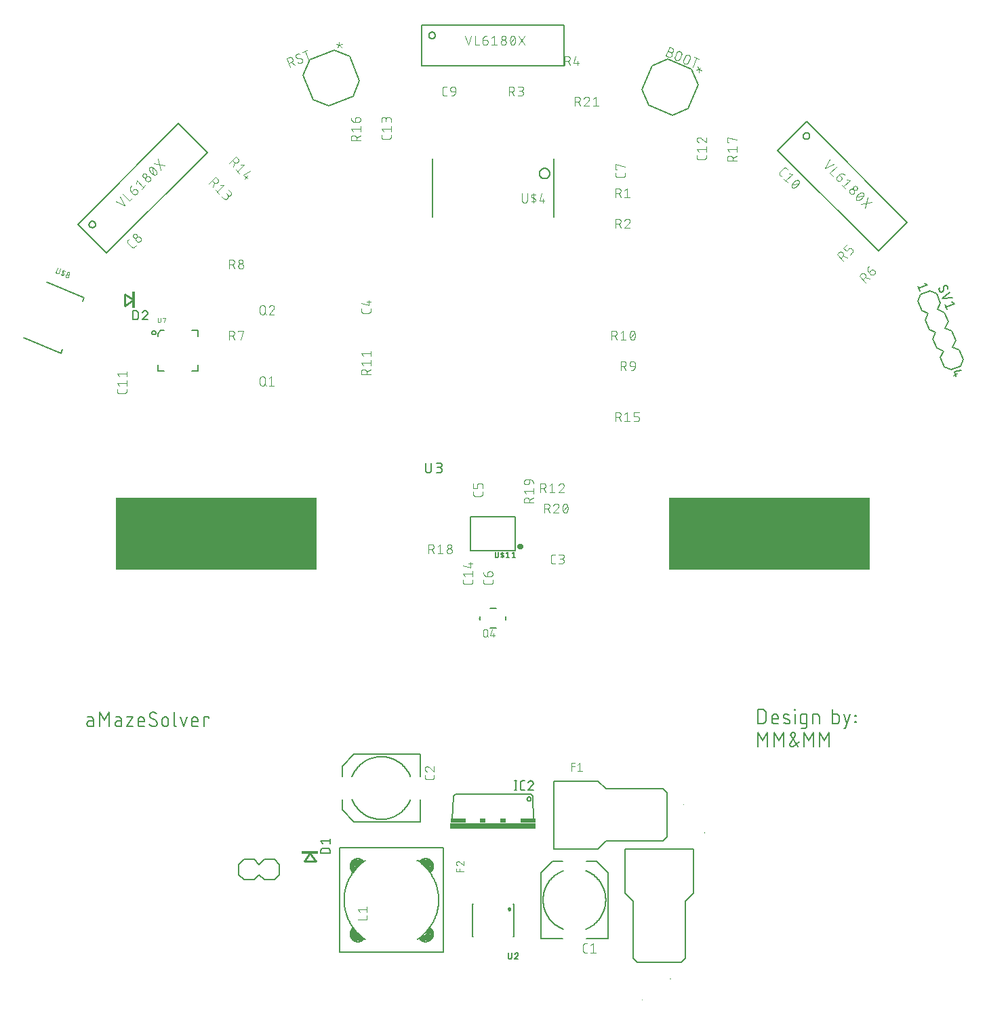
<source format=gbr>
G04 EAGLE Gerber RS-274X export*
G75*
%MOMM*%
%FSLAX34Y34*%
%LPD*%
%INSilkscreen Top*%
%IPPOS*%
%AMOC8*
5,1,8,0,0,1.08239X$1,22.5*%
G01*
%ADD10R,25.100000X9.000000*%
%ADD11C,0.152400*%
%ADD12C,0.203200*%
%ADD13C,0.101600*%
%ADD14C,0.254000*%
%ADD15R,2.100000X0.300000*%
%ADD16C,0.127000*%
%ADD17R,0.300000X2.100000*%
%ADD18R,10.668000X0.762000*%
%ADD19R,1.905000X0.508000*%
%ADD20R,0.762000X0.508000*%
%ADD21C,0.250000*%
%ADD22C,0.177800*%
%ADD23C,0.076200*%
%ADD24C,0.000000*%
%ADD25C,0.050800*%
%ADD26C,0.350000*%


D10*
X-345500Y0D03*
X345500Y0D03*
D11*
X-499336Y-233624D02*
X-503781Y-233624D01*
X-503898Y-233626D01*
X-504014Y-233632D01*
X-504131Y-233642D01*
X-504247Y-233656D01*
X-504362Y-233673D01*
X-504477Y-233695D01*
X-504591Y-233720D01*
X-504704Y-233749D01*
X-504816Y-233783D01*
X-504927Y-233819D01*
X-505036Y-233860D01*
X-505144Y-233904D01*
X-505251Y-233952D01*
X-505356Y-234003D01*
X-505459Y-234058D01*
X-505560Y-234117D01*
X-505659Y-234179D01*
X-505756Y-234244D01*
X-505851Y-234312D01*
X-505943Y-234383D01*
X-506033Y-234458D01*
X-506120Y-234536D01*
X-506205Y-234616D01*
X-506287Y-234699D01*
X-506366Y-234785D01*
X-506442Y-234874D01*
X-506515Y-234965D01*
X-506585Y-235058D01*
X-506651Y-235154D01*
X-506715Y-235252D01*
X-506775Y-235353D01*
X-506832Y-235455D01*
X-506885Y-235559D01*
X-506934Y-235664D01*
X-506980Y-235772D01*
X-507023Y-235880D01*
X-507062Y-235991D01*
X-507096Y-236102D01*
X-507128Y-236214D01*
X-507155Y-236328D01*
X-507179Y-236442D01*
X-507198Y-236558D01*
X-507214Y-236673D01*
X-507226Y-236789D01*
X-507234Y-236906D01*
X-507238Y-237023D01*
X-507238Y-237139D01*
X-507234Y-237256D01*
X-507226Y-237373D01*
X-507214Y-237489D01*
X-507198Y-237604D01*
X-507179Y-237720D01*
X-507155Y-237834D01*
X-507128Y-237948D01*
X-507096Y-238060D01*
X-507062Y-238171D01*
X-507023Y-238282D01*
X-506980Y-238390D01*
X-506934Y-238498D01*
X-506885Y-238603D01*
X-506832Y-238707D01*
X-506775Y-238809D01*
X-506715Y-238910D01*
X-506651Y-239008D01*
X-506585Y-239104D01*
X-506515Y-239197D01*
X-506442Y-239288D01*
X-506366Y-239377D01*
X-506287Y-239463D01*
X-506205Y-239546D01*
X-506120Y-239626D01*
X-506033Y-239704D01*
X-505943Y-239779D01*
X-505851Y-239850D01*
X-505756Y-239918D01*
X-505659Y-239983D01*
X-505560Y-240045D01*
X-505459Y-240104D01*
X-505356Y-240159D01*
X-505251Y-240210D01*
X-505144Y-240258D01*
X-505036Y-240302D01*
X-504927Y-240343D01*
X-504816Y-240379D01*
X-504704Y-240413D01*
X-504591Y-240442D01*
X-504477Y-240467D01*
X-504362Y-240489D01*
X-504247Y-240506D01*
X-504131Y-240520D01*
X-504014Y-240530D01*
X-503898Y-240536D01*
X-503781Y-240538D01*
X-499336Y-240538D01*
X-499336Y-231648D01*
X-499338Y-231542D01*
X-499344Y-231437D01*
X-499353Y-231331D01*
X-499366Y-231226D01*
X-499383Y-231122D01*
X-499404Y-231018D01*
X-499428Y-230915D01*
X-499456Y-230813D01*
X-499488Y-230712D01*
X-499523Y-230613D01*
X-499562Y-230514D01*
X-499604Y-230417D01*
X-499649Y-230322D01*
X-499698Y-230228D01*
X-499751Y-230136D01*
X-499806Y-230046D01*
X-499865Y-229958D01*
X-499927Y-229872D01*
X-499992Y-229789D01*
X-500060Y-229708D01*
X-500130Y-229629D01*
X-500204Y-229553D01*
X-500280Y-229479D01*
X-500359Y-229409D01*
X-500440Y-229341D01*
X-500523Y-229276D01*
X-500609Y-229214D01*
X-500697Y-229155D01*
X-500787Y-229100D01*
X-500879Y-229047D01*
X-500973Y-228998D01*
X-501068Y-228953D01*
X-501165Y-228911D01*
X-501264Y-228872D01*
X-501363Y-228837D01*
X-501464Y-228805D01*
X-501566Y-228777D01*
X-501669Y-228753D01*
X-501773Y-228732D01*
X-501877Y-228715D01*
X-501982Y-228702D01*
X-502088Y-228693D01*
X-502193Y-228687D01*
X-502299Y-228685D01*
X-506250Y-228685D01*
X-491278Y-222758D02*
X-491278Y-240538D01*
X-485351Y-232636D02*
X-491278Y-222758D01*
X-485351Y-232636D02*
X-479425Y-222758D01*
X-479425Y-240538D01*
X-468605Y-233624D02*
X-464160Y-233624D01*
X-468605Y-233624D02*
X-468722Y-233626D01*
X-468838Y-233632D01*
X-468955Y-233642D01*
X-469071Y-233656D01*
X-469186Y-233673D01*
X-469301Y-233695D01*
X-469415Y-233720D01*
X-469528Y-233749D01*
X-469640Y-233783D01*
X-469751Y-233819D01*
X-469860Y-233860D01*
X-469968Y-233904D01*
X-470075Y-233952D01*
X-470180Y-234003D01*
X-470283Y-234058D01*
X-470384Y-234117D01*
X-470483Y-234179D01*
X-470580Y-234244D01*
X-470675Y-234312D01*
X-470767Y-234383D01*
X-470857Y-234458D01*
X-470944Y-234536D01*
X-471029Y-234616D01*
X-471111Y-234699D01*
X-471190Y-234785D01*
X-471266Y-234874D01*
X-471339Y-234965D01*
X-471409Y-235058D01*
X-471475Y-235154D01*
X-471539Y-235252D01*
X-471599Y-235353D01*
X-471656Y-235455D01*
X-471709Y-235559D01*
X-471758Y-235664D01*
X-471804Y-235772D01*
X-471847Y-235880D01*
X-471886Y-235991D01*
X-471920Y-236102D01*
X-471952Y-236214D01*
X-471979Y-236328D01*
X-472003Y-236442D01*
X-472022Y-236558D01*
X-472038Y-236673D01*
X-472050Y-236789D01*
X-472058Y-236906D01*
X-472062Y-237023D01*
X-472062Y-237139D01*
X-472058Y-237256D01*
X-472050Y-237373D01*
X-472038Y-237489D01*
X-472022Y-237604D01*
X-472003Y-237720D01*
X-471979Y-237834D01*
X-471952Y-237948D01*
X-471920Y-238060D01*
X-471886Y-238171D01*
X-471847Y-238282D01*
X-471804Y-238390D01*
X-471758Y-238498D01*
X-471709Y-238603D01*
X-471656Y-238707D01*
X-471599Y-238809D01*
X-471539Y-238910D01*
X-471475Y-239008D01*
X-471409Y-239104D01*
X-471339Y-239197D01*
X-471266Y-239288D01*
X-471190Y-239377D01*
X-471111Y-239463D01*
X-471029Y-239546D01*
X-470944Y-239626D01*
X-470857Y-239704D01*
X-470767Y-239779D01*
X-470675Y-239850D01*
X-470580Y-239918D01*
X-470483Y-239983D01*
X-470384Y-240045D01*
X-470283Y-240104D01*
X-470180Y-240159D01*
X-470075Y-240210D01*
X-469968Y-240258D01*
X-469860Y-240302D01*
X-469751Y-240343D01*
X-469640Y-240379D01*
X-469528Y-240413D01*
X-469415Y-240442D01*
X-469301Y-240467D01*
X-469186Y-240489D01*
X-469071Y-240506D01*
X-468955Y-240520D01*
X-468838Y-240530D01*
X-468722Y-240536D01*
X-468605Y-240538D01*
X-464160Y-240538D01*
X-464160Y-231648D01*
X-464162Y-231542D01*
X-464168Y-231437D01*
X-464177Y-231331D01*
X-464190Y-231226D01*
X-464207Y-231122D01*
X-464228Y-231018D01*
X-464252Y-230915D01*
X-464280Y-230813D01*
X-464312Y-230712D01*
X-464347Y-230613D01*
X-464386Y-230514D01*
X-464428Y-230417D01*
X-464473Y-230322D01*
X-464522Y-230228D01*
X-464575Y-230136D01*
X-464630Y-230046D01*
X-464689Y-229958D01*
X-464751Y-229872D01*
X-464816Y-229789D01*
X-464884Y-229708D01*
X-464954Y-229629D01*
X-465028Y-229553D01*
X-465104Y-229479D01*
X-465183Y-229409D01*
X-465264Y-229341D01*
X-465347Y-229276D01*
X-465433Y-229214D01*
X-465521Y-229155D01*
X-465611Y-229100D01*
X-465703Y-229047D01*
X-465797Y-228998D01*
X-465892Y-228953D01*
X-465989Y-228911D01*
X-466088Y-228872D01*
X-466187Y-228837D01*
X-466288Y-228805D01*
X-466390Y-228777D01*
X-466493Y-228753D01*
X-466597Y-228732D01*
X-466701Y-228715D01*
X-466806Y-228702D01*
X-466912Y-228693D01*
X-467017Y-228687D01*
X-467123Y-228685D01*
X-471074Y-228685D01*
X-457477Y-228685D02*
X-449574Y-228685D01*
X-457477Y-240538D01*
X-449574Y-240538D01*
X-440555Y-240538D02*
X-435616Y-240538D01*
X-440555Y-240538D02*
X-440661Y-240536D01*
X-440766Y-240530D01*
X-440872Y-240521D01*
X-440977Y-240508D01*
X-441081Y-240491D01*
X-441185Y-240470D01*
X-441288Y-240446D01*
X-441390Y-240418D01*
X-441491Y-240386D01*
X-441590Y-240351D01*
X-441689Y-240312D01*
X-441786Y-240270D01*
X-441881Y-240225D01*
X-441975Y-240176D01*
X-442067Y-240123D01*
X-442157Y-240068D01*
X-442245Y-240009D01*
X-442331Y-239947D01*
X-442414Y-239882D01*
X-442495Y-239814D01*
X-442574Y-239744D01*
X-442650Y-239670D01*
X-442724Y-239594D01*
X-442794Y-239515D01*
X-442862Y-239434D01*
X-442927Y-239351D01*
X-442989Y-239265D01*
X-443048Y-239177D01*
X-443103Y-239087D01*
X-443156Y-238995D01*
X-443205Y-238901D01*
X-443250Y-238806D01*
X-443292Y-238709D01*
X-443331Y-238610D01*
X-443366Y-238511D01*
X-443398Y-238410D01*
X-443426Y-238308D01*
X-443450Y-238205D01*
X-443471Y-238101D01*
X-443488Y-237997D01*
X-443501Y-237892D01*
X-443510Y-237786D01*
X-443516Y-237681D01*
X-443518Y-237575D01*
X-443518Y-232636D01*
X-443516Y-232512D01*
X-443510Y-232388D01*
X-443500Y-232264D01*
X-443487Y-232141D01*
X-443469Y-232018D01*
X-443448Y-231896D01*
X-443423Y-231774D01*
X-443394Y-231653D01*
X-443361Y-231534D01*
X-443325Y-231415D01*
X-443284Y-231298D01*
X-443241Y-231182D01*
X-443193Y-231067D01*
X-443142Y-230954D01*
X-443087Y-230842D01*
X-443029Y-230733D01*
X-442968Y-230625D01*
X-442903Y-230519D01*
X-442835Y-230415D01*
X-442763Y-230314D01*
X-442689Y-230214D01*
X-442611Y-230118D01*
X-442531Y-230023D01*
X-442447Y-229931D01*
X-442361Y-229842D01*
X-442272Y-229756D01*
X-442180Y-229672D01*
X-442085Y-229592D01*
X-441989Y-229514D01*
X-441889Y-229440D01*
X-441788Y-229368D01*
X-441684Y-229300D01*
X-441578Y-229235D01*
X-441470Y-229174D01*
X-441361Y-229116D01*
X-441249Y-229061D01*
X-441136Y-229010D01*
X-441021Y-228962D01*
X-440905Y-228919D01*
X-440788Y-228878D01*
X-440669Y-228842D01*
X-440550Y-228809D01*
X-440429Y-228780D01*
X-440307Y-228755D01*
X-440185Y-228734D01*
X-440062Y-228716D01*
X-439939Y-228703D01*
X-439815Y-228693D01*
X-439691Y-228687D01*
X-439567Y-228685D01*
X-439443Y-228687D01*
X-439319Y-228693D01*
X-439195Y-228703D01*
X-439072Y-228716D01*
X-438949Y-228734D01*
X-438827Y-228755D01*
X-438705Y-228780D01*
X-438584Y-228809D01*
X-438465Y-228842D01*
X-438346Y-228878D01*
X-438229Y-228919D01*
X-438113Y-228962D01*
X-437998Y-229010D01*
X-437885Y-229061D01*
X-437773Y-229116D01*
X-437664Y-229174D01*
X-437556Y-229235D01*
X-437450Y-229300D01*
X-437346Y-229368D01*
X-437245Y-229440D01*
X-437145Y-229514D01*
X-437049Y-229592D01*
X-436954Y-229672D01*
X-436862Y-229756D01*
X-436773Y-229842D01*
X-436687Y-229931D01*
X-436603Y-230023D01*
X-436523Y-230118D01*
X-436445Y-230214D01*
X-436371Y-230314D01*
X-436299Y-230415D01*
X-436231Y-230519D01*
X-436166Y-230625D01*
X-436105Y-230733D01*
X-436047Y-230842D01*
X-435992Y-230954D01*
X-435941Y-231067D01*
X-435893Y-231182D01*
X-435850Y-231298D01*
X-435809Y-231415D01*
X-435773Y-231534D01*
X-435740Y-231653D01*
X-435711Y-231774D01*
X-435686Y-231896D01*
X-435665Y-232018D01*
X-435647Y-232141D01*
X-435634Y-232264D01*
X-435624Y-232388D01*
X-435618Y-232512D01*
X-435616Y-232636D01*
X-435616Y-234611D01*
X-443518Y-234611D01*
X-423504Y-240538D02*
X-423380Y-240536D01*
X-423256Y-240530D01*
X-423132Y-240520D01*
X-423009Y-240507D01*
X-422886Y-240489D01*
X-422764Y-240468D01*
X-422642Y-240443D01*
X-422521Y-240414D01*
X-422402Y-240381D01*
X-422283Y-240345D01*
X-422166Y-240304D01*
X-422050Y-240261D01*
X-421935Y-240213D01*
X-421822Y-240162D01*
X-421710Y-240107D01*
X-421601Y-240049D01*
X-421493Y-239988D01*
X-421387Y-239923D01*
X-421283Y-239855D01*
X-421182Y-239783D01*
X-421082Y-239709D01*
X-420986Y-239631D01*
X-420891Y-239551D01*
X-420799Y-239467D01*
X-420710Y-239381D01*
X-420624Y-239292D01*
X-420540Y-239200D01*
X-420460Y-239105D01*
X-420382Y-239009D01*
X-420308Y-238909D01*
X-420236Y-238808D01*
X-420168Y-238704D01*
X-420103Y-238598D01*
X-420042Y-238490D01*
X-419984Y-238381D01*
X-419929Y-238269D01*
X-419878Y-238156D01*
X-419830Y-238041D01*
X-419787Y-237925D01*
X-419746Y-237808D01*
X-419710Y-237689D01*
X-419677Y-237570D01*
X-419648Y-237449D01*
X-419623Y-237327D01*
X-419602Y-237205D01*
X-419584Y-237082D01*
X-419571Y-236959D01*
X-419561Y-236835D01*
X-419555Y-236711D01*
X-419553Y-236587D01*
X-423504Y-240538D02*
X-423704Y-240536D01*
X-423903Y-240528D01*
X-424103Y-240517D01*
X-424302Y-240500D01*
X-424500Y-240478D01*
X-424698Y-240452D01*
X-424896Y-240421D01*
X-425092Y-240386D01*
X-425288Y-240345D01*
X-425482Y-240300D01*
X-425676Y-240251D01*
X-425868Y-240196D01*
X-426059Y-240137D01*
X-426248Y-240074D01*
X-426436Y-240006D01*
X-426622Y-239934D01*
X-426806Y-239857D01*
X-426989Y-239776D01*
X-427169Y-239690D01*
X-427348Y-239600D01*
X-427524Y-239506D01*
X-427698Y-239408D01*
X-427869Y-239306D01*
X-428038Y-239199D01*
X-428204Y-239089D01*
X-428368Y-238974D01*
X-428529Y-238856D01*
X-428687Y-238734D01*
X-428842Y-238608D01*
X-428994Y-238478D01*
X-429143Y-238345D01*
X-429289Y-238209D01*
X-429431Y-238069D01*
X-428936Y-226709D02*
X-428934Y-226585D01*
X-428928Y-226461D01*
X-428918Y-226337D01*
X-428905Y-226214D01*
X-428887Y-226091D01*
X-428866Y-225969D01*
X-428841Y-225847D01*
X-428812Y-225726D01*
X-428779Y-225607D01*
X-428743Y-225488D01*
X-428702Y-225371D01*
X-428659Y-225255D01*
X-428611Y-225140D01*
X-428560Y-225027D01*
X-428505Y-224915D01*
X-428447Y-224806D01*
X-428386Y-224698D01*
X-428321Y-224592D01*
X-428253Y-224488D01*
X-428181Y-224387D01*
X-428107Y-224287D01*
X-428029Y-224191D01*
X-427949Y-224096D01*
X-427865Y-224004D01*
X-427779Y-223915D01*
X-427690Y-223829D01*
X-427598Y-223745D01*
X-427503Y-223665D01*
X-427407Y-223587D01*
X-427307Y-223513D01*
X-427206Y-223441D01*
X-427102Y-223373D01*
X-426996Y-223308D01*
X-426888Y-223247D01*
X-426779Y-223189D01*
X-426667Y-223134D01*
X-426554Y-223083D01*
X-426439Y-223035D01*
X-426323Y-222992D01*
X-426206Y-222951D01*
X-426087Y-222915D01*
X-425968Y-222882D01*
X-425847Y-222853D01*
X-425725Y-222828D01*
X-425603Y-222807D01*
X-425480Y-222789D01*
X-425357Y-222776D01*
X-425233Y-222766D01*
X-425109Y-222760D01*
X-424985Y-222758D01*
X-424808Y-222760D01*
X-424632Y-222766D01*
X-424456Y-222777D01*
X-424280Y-222792D01*
X-424104Y-222811D01*
X-423929Y-222834D01*
X-423755Y-222861D01*
X-423581Y-222892D01*
X-423408Y-222928D01*
X-423236Y-222967D01*
X-423065Y-223011D01*
X-422895Y-223059D01*
X-422726Y-223111D01*
X-422559Y-223167D01*
X-422393Y-223226D01*
X-422228Y-223290D01*
X-422065Y-223358D01*
X-421904Y-223429D01*
X-421744Y-223505D01*
X-421586Y-223584D01*
X-421430Y-223667D01*
X-421276Y-223753D01*
X-421124Y-223843D01*
X-420975Y-223937D01*
X-420828Y-224035D01*
X-420683Y-224135D01*
X-420540Y-224240D01*
X-426961Y-230166D02*
X-427066Y-230103D01*
X-427169Y-230036D01*
X-427269Y-229965D01*
X-427367Y-229892D01*
X-427463Y-229816D01*
X-427557Y-229737D01*
X-427648Y-229655D01*
X-427737Y-229571D01*
X-427823Y-229484D01*
X-427907Y-229394D01*
X-427987Y-229302D01*
X-428065Y-229207D01*
X-428140Y-229110D01*
X-428211Y-229010D01*
X-428280Y-228909D01*
X-428346Y-228805D01*
X-428408Y-228700D01*
X-428467Y-228593D01*
X-428523Y-228484D01*
X-428576Y-228373D01*
X-428625Y-228261D01*
X-428671Y-228147D01*
X-428713Y-228032D01*
X-428751Y-227916D01*
X-428786Y-227798D01*
X-428818Y-227680D01*
X-428846Y-227560D01*
X-428870Y-227440D01*
X-428890Y-227319D01*
X-428907Y-227198D01*
X-428920Y-227076D01*
X-428930Y-226954D01*
X-428935Y-226832D01*
X-428937Y-226709D01*
X-421528Y-233130D02*
X-421423Y-233193D01*
X-421320Y-233260D01*
X-421220Y-233331D01*
X-421122Y-233404D01*
X-421025Y-233480D01*
X-420932Y-233559D01*
X-420841Y-233641D01*
X-420752Y-233725D01*
X-420666Y-233812D01*
X-420582Y-233902D01*
X-420502Y-233994D01*
X-420424Y-234089D01*
X-420349Y-234186D01*
X-420277Y-234286D01*
X-420209Y-234387D01*
X-420143Y-234491D01*
X-420081Y-234596D01*
X-420022Y-234703D01*
X-419966Y-234812D01*
X-419913Y-234923D01*
X-419864Y-235035D01*
X-419818Y-235149D01*
X-419776Y-235264D01*
X-419738Y-235380D01*
X-419703Y-235498D01*
X-419671Y-235616D01*
X-419643Y-235736D01*
X-419619Y-235856D01*
X-419599Y-235977D01*
X-419582Y-236098D01*
X-419569Y-236220D01*
X-419559Y-236342D01*
X-419554Y-236464D01*
X-419552Y-236587D01*
X-421528Y-233130D02*
X-426961Y-230166D01*
X-413367Y-232636D02*
X-413367Y-236587D01*
X-413367Y-232636D02*
X-413365Y-232512D01*
X-413359Y-232388D01*
X-413349Y-232264D01*
X-413336Y-232141D01*
X-413318Y-232018D01*
X-413297Y-231896D01*
X-413272Y-231774D01*
X-413243Y-231653D01*
X-413210Y-231534D01*
X-413174Y-231415D01*
X-413133Y-231298D01*
X-413090Y-231182D01*
X-413042Y-231067D01*
X-412991Y-230954D01*
X-412936Y-230842D01*
X-412878Y-230733D01*
X-412817Y-230625D01*
X-412752Y-230519D01*
X-412684Y-230415D01*
X-412612Y-230314D01*
X-412538Y-230214D01*
X-412460Y-230118D01*
X-412380Y-230023D01*
X-412296Y-229931D01*
X-412210Y-229842D01*
X-412121Y-229756D01*
X-412029Y-229672D01*
X-411934Y-229592D01*
X-411838Y-229514D01*
X-411738Y-229440D01*
X-411637Y-229368D01*
X-411533Y-229300D01*
X-411427Y-229235D01*
X-411319Y-229174D01*
X-411210Y-229116D01*
X-411098Y-229061D01*
X-410985Y-229010D01*
X-410870Y-228962D01*
X-410754Y-228919D01*
X-410637Y-228878D01*
X-410518Y-228842D01*
X-410399Y-228809D01*
X-410278Y-228780D01*
X-410156Y-228755D01*
X-410034Y-228734D01*
X-409911Y-228716D01*
X-409788Y-228703D01*
X-409664Y-228693D01*
X-409540Y-228687D01*
X-409416Y-228685D01*
X-409292Y-228687D01*
X-409168Y-228693D01*
X-409044Y-228703D01*
X-408921Y-228716D01*
X-408798Y-228734D01*
X-408676Y-228755D01*
X-408554Y-228780D01*
X-408433Y-228809D01*
X-408314Y-228842D01*
X-408195Y-228878D01*
X-408078Y-228919D01*
X-407962Y-228962D01*
X-407847Y-229010D01*
X-407734Y-229061D01*
X-407622Y-229116D01*
X-407513Y-229174D01*
X-407405Y-229235D01*
X-407299Y-229300D01*
X-407195Y-229368D01*
X-407094Y-229440D01*
X-406994Y-229514D01*
X-406898Y-229592D01*
X-406803Y-229672D01*
X-406711Y-229756D01*
X-406622Y-229842D01*
X-406536Y-229931D01*
X-406452Y-230023D01*
X-406372Y-230118D01*
X-406294Y-230214D01*
X-406220Y-230314D01*
X-406148Y-230415D01*
X-406080Y-230519D01*
X-406015Y-230625D01*
X-405954Y-230733D01*
X-405896Y-230842D01*
X-405841Y-230954D01*
X-405790Y-231067D01*
X-405742Y-231182D01*
X-405699Y-231298D01*
X-405658Y-231415D01*
X-405622Y-231534D01*
X-405589Y-231653D01*
X-405560Y-231774D01*
X-405535Y-231896D01*
X-405514Y-232018D01*
X-405496Y-232141D01*
X-405483Y-232264D01*
X-405473Y-232388D01*
X-405467Y-232512D01*
X-405465Y-232636D01*
X-405465Y-236587D01*
X-405467Y-236711D01*
X-405473Y-236835D01*
X-405483Y-236959D01*
X-405496Y-237082D01*
X-405514Y-237205D01*
X-405535Y-237327D01*
X-405560Y-237449D01*
X-405589Y-237570D01*
X-405622Y-237689D01*
X-405658Y-237808D01*
X-405699Y-237925D01*
X-405742Y-238041D01*
X-405790Y-238156D01*
X-405841Y-238269D01*
X-405896Y-238381D01*
X-405954Y-238490D01*
X-406015Y-238598D01*
X-406080Y-238704D01*
X-406148Y-238808D01*
X-406220Y-238909D01*
X-406294Y-239009D01*
X-406372Y-239105D01*
X-406452Y-239200D01*
X-406536Y-239292D01*
X-406622Y-239381D01*
X-406711Y-239467D01*
X-406803Y-239551D01*
X-406898Y-239631D01*
X-406994Y-239709D01*
X-407094Y-239783D01*
X-407195Y-239855D01*
X-407299Y-239923D01*
X-407405Y-239988D01*
X-407513Y-240049D01*
X-407622Y-240107D01*
X-407734Y-240162D01*
X-407847Y-240213D01*
X-407962Y-240261D01*
X-408078Y-240304D01*
X-408195Y-240345D01*
X-408314Y-240381D01*
X-408433Y-240414D01*
X-408554Y-240443D01*
X-408676Y-240468D01*
X-408798Y-240489D01*
X-408921Y-240507D01*
X-409044Y-240520D01*
X-409168Y-240530D01*
X-409292Y-240536D01*
X-409416Y-240538D01*
X-409540Y-240536D01*
X-409664Y-240530D01*
X-409788Y-240520D01*
X-409911Y-240507D01*
X-410034Y-240489D01*
X-410156Y-240468D01*
X-410278Y-240443D01*
X-410399Y-240414D01*
X-410518Y-240381D01*
X-410637Y-240345D01*
X-410754Y-240304D01*
X-410870Y-240261D01*
X-410985Y-240213D01*
X-411098Y-240162D01*
X-411210Y-240107D01*
X-411319Y-240049D01*
X-411427Y-239988D01*
X-411533Y-239923D01*
X-411637Y-239855D01*
X-411738Y-239783D01*
X-411838Y-239709D01*
X-411934Y-239631D01*
X-412029Y-239551D01*
X-412121Y-239467D01*
X-412210Y-239381D01*
X-412296Y-239292D01*
X-412380Y-239200D01*
X-412460Y-239105D01*
X-412538Y-239009D01*
X-412612Y-238909D01*
X-412684Y-238808D01*
X-412752Y-238704D01*
X-412817Y-238598D01*
X-412878Y-238490D01*
X-412936Y-238381D01*
X-412991Y-238269D01*
X-413042Y-238156D01*
X-413090Y-238041D01*
X-413133Y-237925D01*
X-413174Y-237808D01*
X-413210Y-237689D01*
X-413243Y-237570D01*
X-413272Y-237449D01*
X-413297Y-237327D01*
X-413318Y-237205D01*
X-413336Y-237082D01*
X-413349Y-236959D01*
X-413359Y-236835D01*
X-413365Y-236711D01*
X-413367Y-236587D01*
X-398555Y-237575D02*
X-398555Y-222758D01*
X-398555Y-237575D02*
X-398553Y-237681D01*
X-398547Y-237786D01*
X-398538Y-237892D01*
X-398525Y-237997D01*
X-398508Y-238101D01*
X-398487Y-238205D01*
X-398463Y-238308D01*
X-398435Y-238410D01*
X-398403Y-238511D01*
X-398368Y-238610D01*
X-398329Y-238709D01*
X-398287Y-238806D01*
X-398242Y-238901D01*
X-398193Y-238995D01*
X-398140Y-239087D01*
X-398085Y-239177D01*
X-398026Y-239265D01*
X-397964Y-239351D01*
X-397899Y-239434D01*
X-397831Y-239515D01*
X-397761Y-239594D01*
X-397687Y-239670D01*
X-397611Y-239744D01*
X-397532Y-239814D01*
X-397451Y-239882D01*
X-397368Y-239947D01*
X-397282Y-240009D01*
X-397194Y-240068D01*
X-397104Y-240123D01*
X-397012Y-240176D01*
X-396918Y-240225D01*
X-396823Y-240270D01*
X-396726Y-240312D01*
X-396627Y-240351D01*
X-396528Y-240386D01*
X-396427Y-240418D01*
X-396325Y-240446D01*
X-396222Y-240470D01*
X-396118Y-240491D01*
X-396014Y-240508D01*
X-395909Y-240521D01*
X-395803Y-240530D01*
X-395698Y-240536D01*
X-395592Y-240538D01*
X-386524Y-240538D02*
X-390475Y-228685D01*
X-382573Y-228685D02*
X-386524Y-240538D01*
X-373553Y-240538D02*
X-368614Y-240538D01*
X-373553Y-240538D02*
X-373659Y-240536D01*
X-373764Y-240530D01*
X-373870Y-240521D01*
X-373975Y-240508D01*
X-374079Y-240491D01*
X-374183Y-240470D01*
X-374286Y-240446D01*
X-374388Y-240418D01*
X-374489Y-240386D01*
X-374588Y-240351D01*
X-374687Y-240312D01*
X-374784Y-240270D01*
X-374879Y-240225D01*
X-374973Y-240176D01*
X-375065Y-240123D01*
X-375155Y-240068D01*
X-375243Y-240009D01*
X-375329Y-239947D01*
X-375412Y-239882D01*
X-375493Y-239814D01*
X-375572Y-239744D01*
X-375648Y-239670D01*
X-375722Y-239594D01*
X-375792Y-239515D01*
X-375860Y-239434D01*
X-375925Y-239351D01*
X-375987Y-239265D01*
X-376046Y-239177D01*
X-376101Y-239087D01*
X-376154Y-238995D01*
X-376203Y-238901D01*
X-376248Y-238806D01*
X-376290Y-238709D01*
X-376329Y-238610D01*
X-376364Y-238511D01*
X-376396Y-238410D01*
X-376424Y-238308D01*
X-376448Y-238205D01*
X-376469Y-238101D01*
X-376486Y-237997D01*
X-376499Y-237892D01*
X-376508Y-237786D01*
X-376514Y-237681D01*
X-376516Y-237575D01*
X-376516Y-232636D01*
X-376514Y-232512D01*
X-376508Y-232388D01*
X-376498Y-232264D01*
X-376485Y-232141D01*
X-376467Y-232018D01*
X-376446Y-231896D01*
X-376421Y-231774D01*
X-376392Y-231653D01*
X-376359Y-231534D01*
X-376323Y-231415D01*
X-376282Y-231298D01*
X-376239Y-231182D01*
X-376191Y-231067D01*
X-376140Y-230954D01*
X-376085Y-230842D01*
X-376027Y-230733D01*
X-375966Y-230625D01*
X-375901Y-230519D01*
X-375833Y-230415D01*
X-375761Y-230314D01*
X-375687Y-230214D01*
X-375609Y-230118D01*
X-375529Y-230023D01*
X-375445Y-229931D01*
X-375359Y-229842D01*
X-375270Y-229756D01*
X-375178Y-229672D01*
X-375083Y-229592D01*
X-374987Y-229514D01*
X-374887Y-229440D01*
X-374786Y-229368D01*
X-374682Y-229300D01*
X-374576Y-229235D01*
X-374468Y-229174D01*
X-374359Y-229116D01*
X-374247Y-229061D01*
X-374134Y-229010D01*
X-374019Y-228962D01*
X-373903Y-228919D01*
X-373786Y-228878D01*
X-373667Y-228842D01*
X-373548Y-228809D01*
X-373427Y-228780D01*
X-373305Y-228755D01*
X-373183Y-228734D01*
X-373060Y-228716D01*
X-372937Y-228703D01*
X-372813Y-228693D01*
X-372689Y-228687D01*
X-372565Y-228685D01*
X-372441Y-228687D01*
X-372317Y-228693D01*
X-372193Y-228703D01*
X-372070Y-228716D01*
X-371947Y-228734D01*
X-371825Y-228755D01*
X-371703Y-228780D01*
X-371582Y-228809D01*
X-371463Y-228842D01*
X-371344Y-228878D01*
X-371227Y-228919D01*
X-371111Y-228962D01*
X-370996Y-229010D01*
X-370883Y-229061D01*
X-370771Y-229116D01*
X-370662Y-229174D01*
X-370554Y-229235D01*
X-370448Y-229300D01*
X-370344Y-229368D01*
X-370243Y-229440D01*
X-370143Y-229514D01*
X-370047Y-229592D01*
X-369952Y-229672D01*
X-369860Y-229756D01*
X-369771Y-229842D01*
X-369685Y-229931D01*
X-369601Y-230023D01*
X-369521Y-230118D01*
X-369443Y-230214D01*
X-369369Y-230314D01*
X-369297Y-230415D01*
X-369229Y-230519D01*
X-369164Y-230625D01*
X-369103Y-230733D01*
X-369045Y-230842D01*
X-368990Y-230954D01*
X-368939Y-231067D01*
X-368891Y-231182D01*
X-368848Y-231298D01*
X-368807Y-231415D01*
X-368771Y-231534D01*
X-368738Y-231653D01*
X-368709Y-231774D01*
X-368684Y-231896D01*
X-368663Y-232018D01*
X-368645Y-232141D01*
X-368632Y-232264D01*
X-368622Y-232388D01*
X-368616Y-232512D01*
X-368614Y-232636D01*
X-368614Y-234611D01*
X-376516Y-234611D01*
X-361360Y-240538D02*
X-361360Y-228685D01*
X-355434Y-228685D01*
X-355434Y-230660D01*
X330962Y-236982D02*
X330962Y-219202D01*
X335901Y-219202D01*
X336040Y-219204D01*
X336178Y-219210D01*
X336316Y-219219D01*
X336454Y-219233D01*
X336591Y-219250D01*
X336728Y-219272D01*
X336865Y-219297D01*
X337000Y-219326D01*
X337135Y-219359D01*
X337268Y-219395D01*
X337401Y-219435D01*
X337532Y-219479D01*
X337662Y-219527D01*
X337791Y-219578D01*
X337918Y-219633D01*
X338044Y-219691D01*
X338168Y-219753D01*
X338290Y-219818D01*
X338410Y-219887D01*
X338529Y-219959D01*
X338645Y-220034D01*
X338759Y-220113D01*
X338871Y-220195D01*
X338980Y-220280D01*
X339088Y-220367D01*
X339192Y-220458D01*
X339294Y-220552D01*
X339393Y-220649D01*
X339490Y-220748D01*
X339584Y-220850D01*
X339675Y-220955D01*
X339762Y-221062D01*
X339847Y-221171D01*
X339929Y-221283D01*
X340008Y-221397D01*
X340083Y-221513D01*
X340155Y-221632D01*
X340224Y-221752D01*
X340289Y-221874D01*
X340351Y-221998D01*
X340409Y-222124D01*
X340464Y-222251D01*
X340515Y-222380D01*
X340563Y-222510D01*
X340607Y-222641D01*
X340647Y-222774D01*
X340683Y-222907D01*
X340716Y-223042D01*
X340745Y-223177D01*
X340770Y-223314D01*
X340792Y-223451D01*
X340809Y-223588D01*
X340823Y-223726D01*
X340832Y-223864D01*
X340838Y-224003D01*
X340840Y-224141D01*
X340840Y-232043D01*
X340838Y-232182D01*
X340832Y-232320D01*
X340823Y-232458D01*
X340809Y-232596D01*
X340792Y-232733D01*
X340770Y-232870D01*
X340745Y-233007D01*
X340716Y-233142D01*
X340683Y-233277D01*
X340647Y-233410D01*
X340607Y-233543D01*
X340563Y-233674D01*
X340515Y-233804D01*
X340464Y-233933D01*
X340409Y-234060D01*
X340351Y-234186D01*
X340289Y-234310D01*
X340224Y-234432D01*
X340155Y-234552D01*
X340083Y-234671D01*
X340008Y-234787D01*
X339929Y-234901D01*
X339847Y-235013D01*
X339762Y-235122D01*
X339675Y-235230D01*
X339584Y-235334D01*
X339490Y-235436D01*
X339393Y-235535D01*
X339294Y-235632D01*
X339192Y-235726D01*
X339088Y-235817D01*
X338980Y-235904D01*
X338871Y-235989D01*
X338759Y-236071D01*
X338645Y-236150D01*
X338529Y-236225D01*
X338410Y-236297D01*
X338290Y-236366D01*
X338168Y-236431D01*
X338044Y-236493D01*
X337918Y-236551D01*
X337791Y-236606D01*
X337662Y-236657D01*
X337532Y-236705D01*
X337401Y-236749D01*
X337268Y-236789D01*
X337135Y-236825D01*
X337000Y-236858D01*
X336865Y-236887D01*
X336728Y-236912D01*
X336591Y-236934D01*
X336454Y-236951D01*
X336316Y-236965D01*
X336178Y-236974D01*
X336040Y-236980D01*
X335901Y-236982D01*
X330962Y-236982D01*
X351105Y-236982D02*
X356044Y-236982D01*
X351105Y-236982D02*
X350999Y-236980D01*
X350894Y-236974D01*
X350788Y-236965D01*
X350683Y-236952D01*
X350579Y-236935D01*
X350475Y-236914D01*
X350372Y-236890D01*
X350270Y-236862D01*
X350169Y-236830D01*
X350070Y-236795D01*
X349971Y-236756D01*
X349874Y-236714D01*
X349779Y-236669D01*
X349685Y-236620D01*
X349593Y-236567D01*
X349503Y-236512D01*
X349415Y-236453D01*
X349329Y-236391D01*
X349246Y-236326D01*
X349165Y-236258D01*
X349086Y-236188D01*
X349010Y-236114D01*
X348936Y-236038D01*
X348866Y-235959D01*
X348798Y-235878D01*
X348733Y-235795D01*
X348671Y-235709D01*
X348612Y-235621D01*
X348557Y-235531D01*
X348504Y-235439D01*
X348455Y-235345D01*
X348410Y-235250D01*
X348368Y-235153D01*
X348329Y-235054D01*
X348294Y-234955D01*
X348262Y-234854D01*
X348234Y-234752D01*
X348210Y-234649D01*
X348189Y-234545D01*
X348172Y-234441D01*
X348159Y-234336D01*
X348150Y-234230D01*
X348144Y-234125D01*
X348142Y-234019D01*
X348142Y-229080D01*
X348144Y-228956D01*
X348150Y-228832D01*
X348160Y-228708D01*
X348173Y-228585D01*
X348191Y-228462D01*
X348212Y-228340D01*
X348237Y-228218D01*
X348266Y-228097D01*
X348299Y-227978D01*
X348335Y-227859D01*
X348376Y-227742D01*
X348419Y-227626D01*
X348467Y-227511D01*
X348518Y-227398D01*
X348573Y-227286D01*
X348631Y-227177D01*
X348692Y-227069D01*
X348757Y-226963D01*
X348825Y-226859D01*
X348897Y-226758D01*
X348971Y-226658D01*
X349049Y-226562D01*
X349129Y-226467D01*
X349213Y-226375D01*
X349299Y-226286D01*
X349388Y-226200D01*
X349480Y-226116D01*
X349575Y-226036D01*
X349671Y-225958D01*
X349771Y-225884D01*
X349872Y-225812D01*
X349976Y-225744D01*
X350082Y-225679D01*
X350190Y-225618D01*
X350299Y-225560D01*
X350411Y-225505D01*
X350524Y-225454D01*
X350639Y-225406D01*
X350755Y-225363D01*
X350872Y-225322D01*
X350991Y-225286D01*
X351110Y-225253D01*
X351231Y-225224D01*
X351353Y-225199D01*
X351475Y-225178D01*
X351598Y-225160D01*
X351721Y-225147D01*
X351845Y-225137D01*
X351969Y-225131D01*
X352093Y-225129D01*
X352217Y-225131D01*
X352341Y-225137D01*
X352465Y-225147D01*
X352588Y-225160D01*
X352711Y-225178D01*
X352833Y-225199D01*
X352955Y-225224D01*
X353076Y-225253D01*
X353195Y-225286D01*
X353314Y-225322D01*
X353431Y-225363D01*
X353547Y-225406D01*
X353662Y-225454D01*
X353775Y-225505D01*
X353887Y-225560D01*
X353996Y-225618D01*
X354104Y-225679D01*
X354210Y-225744D01*
X354314Y-225812D01*
X354415Y-225884D01*
X354515Y-225958D01*
X354611Y-226036D01*
X354706Y-226116D01*
X354798Y-226200D01*
X354887Y-226286D01*
X354973Y-226375D01*
X355057Y-226467D01*
X355137Y-226562D01*
X355215Y-226658D01*
X355289Y-226758D01*
X355361Y-226859D01*
X355429Y-226963D01*
X355494Y-227069D01*
X355555Y-227177D01*
X355613Y-227286D01*
X355668Y-227398D01*
X355719Y-227511D01*
X355767Y-227626D01*
X355810Y-227742D01*
X355851Y-227859D01*
X355887Y-227978D01*
X355920Y-228097D01*
X355949Y-228218D01*
X355974Y-228340D01*
X355995Y-228462D01*
X356013Y-228585D01*
X356026Y-228708D01*
X356036Y-228832D01*
X356042Y-228956D01*
X356044Y-229080D01*
X356044Y-231055D01*
X348142Y-231055D01*
X364141Y-230068D02*
X369079Y-232043D01*
X364141Y-230068D02*
X364049Y-230029D01*
X363958Y-229986D01*
X363869Y-229940D01*
X363782Y-229891D01*
X363697Y-229838D01*
X363614Y-229782D01*
X363534Y-229722D01*
X363455Y-229660D01*
X363380Y-229594D01*
X363307Y-229526D01*
X363236Y-229455D01*
X363169Y-229381D01*
X363104Y-229305D01*
X363042Y-229226D01*
X362984Y-229144D01*
X362929Y-229061D01*
X362877Y-228975D01*
X362828Y-228888D01*
X362783Y-228798D01*
X362742Y-228707D01*
X362704Y-228615D01*
X362669Y-228521D01*
X362639Y-228425D01*
X362612Y-228329D01*
X362589Y-228231D01*
X362570Y-228133D01*
X362554Y-228034D01*
X362543Y-227935D01*
X362535Y-227835D01*
X362531Y-227735D01*
X362532Y-227635D01*
X362536Y-227535D01*
X362544Y-227435D01*
X362556Y-227336D01*
X362571Y-227237D01*
X362591Y-227139D01*
X362614Y-227041D01*
X362642Y-226945D01*
X362673Y-226850D01*
X362707Y-226756D01*
X362746Y-226664D01*
X362788Y-226573D01*
X362833Y-226483D01*
X362882Y-226396D01*
X362934Y-226311D01*
X362990Y-226227D01*
X363048Y-226146D01*
X363110Y-226068D01*
X363175Y-225992D01*
X363243Y-225918D01*
X363314Y-225847D01*
X363387Y-225779D01*
X363463Y-225714D01*
X363542Y-225652D01*
X363622Y-225593D01*
X363706Y-225537D01*
X363791Y-225484D01*
X363878Y-225435D01*
X363967Y-225389D01*
X364058Y-225347D01*
X364150Y-225308D01*
X364244Y-225273D01*
X364339Y-225242D01*
X364435Y-225215D01*
X364532Y-225191D01*
X364631Y-225171D01*
X364729Y-225155D01*
X364829Y-225143D01*
X364928Y-225134D01*
X365028Y-225130D01*
X365129Y-225129D01*
X365128Y-225129D02*
X365398Y-225136D01*
X365667Y-225150D01*
X365936Y-225170D01*
X366205Y-225196D01*
X366472Y-225229D01*
X366739Y-225269D01*
X367005Y-225314D01*
X367270Y-225367D01*
X367533Y-225425D01*
X367795Y-225490D01*
X368055Y-225561D01*
X368313Y-225638D01*
X368570Y-225722D01*
X368824Y-225812D01*
X369076Y-225907D01*
X369326Y-226009D01*
X369573Y-226117D01*
X369079Y-232043D02*
X369171Y-232082D01*
X369262Y-232125D01*
X369351Y-232171D01*
X369438Y-232220D01*
X369523Y-232273D01*
X369606Y-232329D01*
X369686Y-232389D01*
X369765Y-232451D01*
X369840Y-232517D01*
X369913Y-232585D01*
X369984Y-232656D01*
X370051Y-232730D01*
X370116Y-232806D01*
X370178Y-232885D01*
X370236Y-232967D01*
X370291Y-233050D01*
X370343Y-233136D01*
X370392Y-233223D01*
X370437Y-233313D01*
X370478Y-233404D01*
X370516Y-233496D01*
X370551Y-233590D01*
X370581Y-233686D01*
X370608Y-233782D01*
X370631Y-233880D01*
X370650Y-233978D01*
X370666Y-234077D01*
X370677Y-234176D01*
X370685Y-234276D01*
X370689Y-234376D01*
X370688Y-234476D01*
X370684Y-234576D01*
X370676Y-234676D01*
X370664Y-234775D01*
X370649Y-234874D01*
X370629Y-234972D01*
X370606Y-235070D01*
X370578Y-235166D01*
X370547Y-235261D01*
X370513Y-235355D01*
X370474Y-235447D01*
X370432Y-235538D01*
X370387Y-235628D01*
X370338Y-235715D01*
X370286Y-235800D01*
X370230Y-235884D01*
X370172Y-235965D01*
X370110Y-236043D01*
X370045Y-236119D01*
X369977Y-236193D01*
X369906Y-236264D01*
X369833Y-236332D01*
X369757Y-236397D01*
X369678Y-236459D01*
X369598Y-236518D01*
X369514Y-236574D01*
X369429Y-236627D01*
X369342Y-236676D01*
X369253Y-236722D01*
X369162Y-236764D01*
X369070Y-236803D01*
X368976Y-236838D01*
X368881Y-236869D01*
X368785Y-236896D01*
X368688Y-236920D01*
X368589Y-236940D01*
X368491Y-236956D01*
X368391Y-236968D01*
X368292Y-236977D01*
X368192Y-236981D01*
X368091Y-236982D01*
X368092Y-236982D02*
X367696Y-236972D01*
X367300Y-236952D01*
X366905Y-236923D01*
X366510Y-236885D01*
X366117Y-236837D01*
X365725Y-236780D01*
X365334Y-236714D01*
X364945Y-236638D01*
X364558Y-236554D01*
X364173Y-236460D01*
X363791Y-236357D01*
X363410Y-236245D01*
X363033Y-236124D01*
X362659Y-235995D01*
X377219Y-236982D02*
X377219Y-225129D01*
X376725Y-220190D02*
X376725Y-219202D01*
X377712Y-219202D01*
X377712Y-220190D01*
X376725Y-220190D01*
X386771Y-236982D02*
X391710Y-236982D01*
X386771Y-236982D02*
X386665Y-236980D01*
X386560Y-236974D01*
X386454Y-236965D01*
X386349Y-236952D01*
X386245Y-236935D01*
X386141Y-236914D01*
X386038Y-236890D01*
X385936Y-236862D01*
X385835Y-236830D01*
X385736Y-236795D01*
X385637Y-236756D01*
X385540Y-236714D01*
X385445Y-236669D01*
X385351Y-236620D01*
X385259Y-236567D01*
X385169Y-236512D01*
X385081Y-236453D01*
X384995Y-236391D01*
X384912Y-236326D01*
X384831Y-236258D01*
X384752Y-236188D01*
X384676Y-236114D01*
X384602Y-236038D01*
X384532Y-235959D01*
X384464Y-235878D01*
X384399Y-235795D01*
X384337Y-235709D01*
X384278Y-235621D01*
X384223Y-235531D01*
X384170Y-235439D01*
X384121Y-235345D01*
X384076Y-235250D01*
X384034Y-235153D01*
X383995Y-235054D01*
X383960Y-234955D01*
X383928Y-234854D01*
X383900Y-234752D01*
X383876Y-234649D01*
X383855Y-234545D01*
X383838Y-234441D01*
X383825Y-234336D01*
X383816Y-234230D01*
X383810Y-234125D01*
X383808Y-234019D01*
X383808Y-228092D01*
X383810Y-227986D01*
X383816Y-227881D01*
X383825Y-227775D01*
X383838Y-227670D01*
X383855Y-227566D01*
X383876Y-227462D01*
X383900Y-227359D01*
X383928Y-227257D01*
X383960Y-227156D01*
X383995Y-227057D01*
X384034Y-226958D01*
X384076Y-226861D01*
X384121Y-226766D01*
X384170Y-226672D01*
X384223Y-226580D01*
X384278Y-226490D01*
X384337Y-226402D01*
X384399Y-226316D01*
X384464Y-226233D01*
X384532Y-226152D01*
X384602Y-226073D01*
X384676Y-225997D01*
X384752Y-225923D01*
X384831Y-225853D01*
X384912Y-225785D01*
X384995Y-225720D01*
X385081Y-225658D01*
X385169Y-225599D01*
X385259Y-225544D01*
X385351Y-225491D01*
X385445Y-225442D01*
X385540Y-225397D01*
X385637Y-225355D01*
X385736Y-225316D01*
X385835Y-225281D01*
X385936Y-225249D01*
X386038Y-225221D01*
X386141Y-225197D01*
X386245Y-225176D01*
X386349Y-225159D01*
X386454Y-225146D01*
X386560Y-225137D01*
X386665Y-225131D01*
X386771Y-225129D01*
X391710Y-225129D01*
X391710Y-239945D01*
X391708Y-240051D01*
X391702Y-240156D01*
X391693Y-240262D01*
X391680Y-240367D01*
X391663Y-240471D01*
X391642Y-240575D01*
X391618Y-240678D01*
X391590Y-240780D01*
X391558Y-240881D01*
X391523Y-240980D01*
X391484Y-241079D01*
X391442Y-241176D01*
X391397Y-241271D01*
X391348Y-241365D01*
X391295Y-241457D01*
X391240Y-241547D01*
X391181Y-241635D01*
X391119Y-241721D01*
X391054Y-241804D01*
X390986Y-241885D01*
X390916Y-241964D01*
X390842Y-242040D01*
X390766Y-242114D01*
X390687Y-242184D01*
X390606Y-242252D01*
X390523Y-242317D01*
X390437Y-242379D01*
X390349Y-242438D01*
X390259Y-242493D01*
X390167Y-242546D01*
X390073Y-242595D01*
X389978Y-242640D01*
X389881Y-242682D01*
X389782Y-242721D01*
X389683Y-242756D01*
X389582Y-242788D01*
X389480Y-242816D01*
X389377Y-242840D01*
X389273Y-242861D01*
X389169Y-242878D01*
X389064Y-242891D01*
X388958Y-242900D01*
X388853Y-242906D01*
X388747Y-242908D01*
X388747Y-242909D02*
X384795Y-242909D01*
X399510Y-236982D02*
X399510Y-225129D01*
X404449Y-225129D01*
X404557Y-225131D01*
X404665Y-225137D01*
X404773Y-225147D01*
X404880Y-225161D01*
X404987Y-225178D01*
X405093Y-225200D01*
X405198Y-225225D01*
X405303Y-225255D01*
X405406Y-225288D01*
X405507Y-225325D01*
X405608Y-225365D01*
X405707Y-225409D01*
X405804Y-225457D01*
X405899Y-225508D01*
X405993Y-225563D01*
X406084Y-225621D01*
X406173Y-225682D01*
X406260Y-225747D01*
X406344Y-225814D01*
X406426Y-225885D01*
X406506Y-225959D01*
X406582Y-226035D01*
X406656Y-226115D01*
X406726Y-226197D01*
X406794Y-226281D01*
X406859Y-226368D01*
X406920Y-226457D01*
X406978Y-226548D01*
X407033Y-226642D01*
X407084Y-226737D01*
X407132Y-226834D01*
X407176Y-226933D01*
X407216Y-227034D01*
X407253Y-227135D01*
X407286Y-227238D01*
X407316Y-227343D01*
X407341Y-227448D01*
X407363Y-227554D01*
X407380Y-227661D01*
X407394Y-227768D01*
X407404Y-227876D01*
X407410Y-227984D01*
X407412Y-228092D01*
X407412Y-236982D01*
X424146Y-236982D02*
X424146Y-219202D01*
X424146Y-236982D02*
X429085Y-236982D01*
X429193Y-236980D01*
X429301Y-236974D01*
X429409Y-236964D01*
X429516Y-236950D01*
X429623Y-236933D01*
X429729Y-236911D01*
X429834Y-236886D01*
X429939Y-236856D01*
X430042Y-236823D01*
X430143Y-236786D01*
X430244Y-236746D01*
X430343Y-236702D01*
X430440Y-236654D01*
X430535Y-236603D01*
X430629Y-236548D01*
X430720Y-236490D01*
X430809Y-236429D01*
X430896Y-236364D01*
X430980Y-236297D01*
X431062Y-236226D01*
X431142Y-236152D01*
X431218Y-236076D01*
X431292Y-235996D01*
X431362Y-235914D01*
X431430Y-235830D01*
X431495Y-235743D01*
X431556Y-235654D01*
X431614Y-235563D01*
X431669Y-235469D01*
X431720Y-235374D01*
X431768Y-235277D01*
X431812Y-235178D01*
X431852Y-235077D01*
X431889Y-234976D01*
X431922Y-234873D01*
X431952Y-234768D01*
X431977Y-234663D01*
X431999Y-234557D01*
X432016Y-234450D01*
X432030Y-234343D01*
X432040Y-234235D01*
X432046Y-234127D01*
X432048Y-234019D01*
X432048Y-228092D01*
X432046Y-227986D01*
X432040Y-227881D01*
X432031Y-227775D01*
X432018Y-227670D01*
X432001Y-227566D01*
X431980Y-227462D01*
X431956Y-227359D01*
X431928Y-227257D01*
X431896Y-227156D01*
X431861Y-227057D01*
X431822Y-226958D01*
X431780Y-226861D01*
X431735Y-226766D01*
X431686Y-226672D01*
X431633Y-226580D01*
X431578Y-226490D01*
X431519Y-226402D01*
X431457Y-226316D01*
X431392Y-226233D01*
X431324Y-226152D01*
X431254Y-226073D01*
X431180Y-225997D01*
X431104Y-225923D01*
X431025Y-225853D01*
X430944Y-225785D01*
X430861Y-225720D01*
X430775Y-225658D01*
X430687Y-225599D01*
X430597Y-225544D01*
X430505Y-225491D01*
X430411Y-225442D01*
X430316Y-225397D01*
X430219Y-225355D01*
X430120Y-225316D01*
X430021Y-225281D01*
X429920Y-225249D01*
X429818Y-225221D01*
X429715Y-225197D01*
X429611Y-225176D01*
X429507Y-225159D01*
X429402Y-225146D01*
X429296Y-225137D01*
X429191Y-225131D01*
X429085Y-225129D01*
X424146Y-225129D01*
X438036Y-242909D02*
X440012Y-242909D01*
X445938Y-225129D01*
X438036Y-225129D02*
X441987Y-236982D01*
X452102Y-235500D02*
X452102Y-234513D01*
X453090Y-234513D01*
X453090Y-235500D01*
X452102Y-235500D01*
X452102Y-227598D02*
X452102Y-226610D01*
X453090Y-226610D01*
X453090Y-227598D01*
X452102Y-227598D01*
X330962Y-248158D02*
X330962Y-265938D01*
X336889Y-258036D02*
X330962Y-248158D01*
X336889Y-258036D02*
X342815Y-248158D01*
X342815Y-265938D01*
X351063Y-265938D02*
X351063Y-248158D01*
X356989Y-258036D01*
X362916Y-248158D01*
X362916Y-265938D01*
X372137Y-252602D02*
X372082Y-252511D01*
X372031Y-252417D01*
X371983Y-252322D01*
X371939Y-252225D01*
X371898Y-252126D01*
X371861Y-252026D01*
X371828Y-251925D01*
X371798Y-251822D01*
X371772Y-251719D01*
X371750Y-251615D01*
X371732Y-251510D01*
X371718Y-251404D01*
X371707Y-251298D01*
X371701Y-251191D01*
X371698Y-251085D01*
X371699Y-250978D01*
X371705Y-250871D01*
X371714Y-250765D01*
X371727Y-250659D01*
X371743Y-250554D01*
X371764Y-250449D01*
X371789Y-250346D01*
X371817Y-250243D01*
X371849Y-250141D01*
X371885Y-250041D01*
X371924Y-249941D01*
X371967Y-249844D01*
X372014Y-249748D01*
X372064Y-249654D01*
X372117Y-249561D01*
X372174Y-249471D01*
X372234Y-249383D01*
X372298Y-249297D01*
X372364Y-249214D01*
X372434Y-249133D01*
X372506Y-249055D01*
X372581Y-248979D01*
X372659Y-248906D01*
X372740Y-248836D01*
X372823Y-248769D01*
X372908Y-248705D01*
X372996Y-248645D01*
X373086Y-248587D01*
X373177Y-248533D01*
X373271Y-248482D01*
X373367Y-248435D01*
X373464Y-248392D01*
X373563Y-248351D01*
X373663Y-248315D01*
X373765Y-248282D01*
X373868Y-248253D01*
X373971Y-248228D01*
X374076Y-248207D01*
X374181Y-248189D01*
X374287Y-248176D01*
X374393Y-248166D01*
X374499Y-248160D01*
X374606Y-248158D01*
X372137Y-252603D02*
X380533Y-265938D01*
X377075Y-252602D02*
X377130Y-252511D01*
X377181Y-252417D01*
X377229Y-252322D01*
X377273Y-252225D01*
X377314Y-252126D01*
X377351Y-252026D01*
X377384Y-251925D01*
X377414Y-251822D01*
X377440Y-251719D01*
X377462Y-251615D01*
X377480Y-251510D01*
X377494Y-251404D01*
X377505Y-251298D01*
X377511Y-251191D01*
X377514Y-251085D01*
X377513Y-250978D01*
X377507Y-250871D01*
X377498Y-250765D01*
X377485Y-250659D01*
X377469Y-250554D01*
X377448Y-250449D01*
X377423Y-250346D01*
X377395Y-250243D01*
X377363Y-250141D01*
X377327Y-250041D01*
X377288Y-249941D01*
X377245Y-249844D01*
X377198Y-249748D01*
X377148Y-249654D01*
X377095Y-249561D01*
X377038Y-249471D01*
X376978Y-249383D01*
X376914Y-249297D01*
X376848Y-249214D01*
X376778Y-249133D01*
X376706Y-249055D01*
X376631Y-248979D01*
X376553Y-248906D01*
X376472Y-248836D01*
X376389Y-248769D01*
X376304Y-248705D01*
X376216Y-248645D01*
X376126Y-248587D01*
X376035Y-248533D01*
X375941Y-248482D01*
X375845Y-248435D01*
X375748Y-248392D01*
X375649Y-248351D01*
X375549Y-248315D01*
X375447Y-248282D01*
X375344Y-248253D01*
X375241Y-248228D01*
X375136Y-248207D01*
X375031Y-248189D01*
X374925Y-248176D01*
X374819Y-248166D01*
X374713Y-248160D01*
X374606Y-248158D01*
X370655Y-262975D02*
X370657Y-263081D01*
X370663Y-263186D01*
X370672Y-263292D01*
X370685Y-263397D01*
X370702Y-263501D01*
X370723Y-263605D01*
X370747Y-263708D01*
X370775Y-263810D01*
X370807Y-263911D01*
X370842Y-264010D01*
X370881Y-264109D01*
X370923Y-264206D01*
X370968Y-264301D01*
X371017Y-264395D01*
X371070Y-264487D01*
X371125Y-264577D01*
X371184Y-264665D01*
X371246Y-264751D01*
X371311Y-264834D01*
X371379Y-264915D01*
X371449Y-264994D01*
X371523Y-265070D01*
X371599Y-265144D01*
X371678Y-265214D01*
X371759Y-265282D01*
X371842Y-265347D01*
X371928Y-265409D01*
X372016Y-265468D01*
X372106Y-265523D01*
X372198Y-265576D01*
X372292Y-265625D01*
X372387Y-265670D01*
X372484Y-265712D01*
X372583Y-265751D01*
X372682Y-265786D01*
X372783Y-265818D01*
X372885Y-265846D01*
X372988Y-265870D01*
X373092Y-265891D01*
X373196Y-265908D01*
X373301Y-265921D01*
X373407Y-265930D01*
X373512Y-265936D01*
X373618Y-265938D01*
X370654Y-262975D02*
X370656Y-262882D01*
X370661Y-262788D01*
X370670Y-262695D01*
X370682Y-262602D01*
X370698Y-262510D01*
X370717Y-262419D01*
X370740Y-262328D01*
X370766Y-262238D01*
X370796Y-262150D01*
X370829Y-262062D01*
X370865Y-261976D01*
X370904Y-261891D01*
X370947Y-261808D01*
X370993Y-261727D01*
X371042Y-261647D01*
X371093Y-261569D01*
X371148Y-261493D01*
X371149Y-261493D02*
X377075Y-252603D01*
X375100Y-265444D02*
X375024Y-265499D01*
X374946Y-265550D01*
X374866Y-265599D01*
X374785Y-265645D01*
X374702Y-265688D01*
X374617Y-265727D01*
X374531Y-265763D01*
X374443Y-265796D01*
X374355Y-265826D01*
X374265Y-265852D01*
X374174Y-265875D01*
X374083Y-265894D01*
X373991Y-265910D01*
X373898Y-265922D01*
X373805Y-265931D01*
X373711Y-265936D01*
X373618Y-265938D01*
X375100Y-265444D02*
X382508Y-260011D01*
X387914Y-265938D02*
X387914Y-248158D01*
X393840Y-258036D01*
X399767Y-248158D01*
X399767Y-265938D01*
X408014Y-265938D02*
X408014Y-248158D01*
X413941Y-258036D01*
X419867Y-248158D01*
X419867Y-265938D01*
D12*
X59600Y-423200D02*
X59600Y-505700D01*
X74100Y-408700D02*
X87100Y-408700D01*
X116100Y-408700D02*
X129100Y-408700D01*
X143600Y-423200D02*
X143600Y-505700D01*
X116100Y-505700D01*
X87100Y-505700D02*
X59600Y-505700D01*
X59600Y-423200D02*
X74100Y-408700D01*
X129100Y-408700D02*
X143600Y-423200D01*
X87600Y-420700D02*
X86716Y-421051D01*
X85841Y-421424D01*
X84975Y-421818D01*
X84119Y-422233D01*
X83273Y-422669D01*
X82439Y-423125D01*
X81615Y-423601D01*
X80804Y-424098D01*
X80004Y-424613D01*
X79218Y-425148D01*
X78445Y-425703D01*
X77685Y-426275D01*
X76940Y-426866D01*
X76209Y-427475D01*
X75493Y-428102D01*
X74793Y-428746D01*
X74108Y-429407D01*
X73440Y-430084D01*
X72789Y-430777D01*
X72155Y-431486D01*
X71538Y-432210D01*
X70938Y-432949D01*
X70357Y-433702D01*
X69795Y-434469D01*
X69251Y-435250D01*
X68727Y-436043D01*
X68222Y-436849D01*
X67736Y-437668D01*
X67271Y-438497D01*
X66826Y-439338D01*
X66402Y-440189D01*
X65998Y-441051D01*
X65616Y-441922D01*
X65255Y-442802D01*
X64915Y-443691D01*
X64598Y-444587D01*
X64302Y-445491D01*
X64028Y-446402D01*
X63776Y-447320D01*
X63547Y-448243D01*
X63340Y-449172D01*
X63156Y-450105D01*
X62995Y-451042D01*
X62857Y-451983D01*
X62741Y-452928D01*
X62649Y-453874D01*
X62579Y-454823D01*
X62533Y-455773D01*
X62510Y-456724D01*
X62510Y-457676D01*
X62533Y-458627D01*
X62579Y-459577D01*
X62649Y-460526D01*
X62741Y-461472D01*
X62857Y-462417D01*
X62995Y-463358D01*
X63156Y-464295D01*
X63340Y-465228D01*
X63547Y-466157D01*
X63776Y-467080D01*
X64028Y-467998D01*
X64302Y-468909D01*
X64598Y-469813D01*
X64915Y-470709D01*
X65255Y-471598D01*
X65616Y-472478D01*
X65998Y-473349D01*
X66402Y-474211D01*
X66826Y-475062D01*
X67271Y-475903D01*
X67736Y-476732D01*
X68222Y-477551D01*
X68727Y-478357D01*
X69251Y-479150D01*
X69795Y-479931D01*
X70357Y-480698D01*
X70938Y-481451D01*
X71538Y-482190D01*
X72155Y-482914D01*
X72789Y-483623D01*
X73440Y-484316D01*
X74108Y-484993D01*
X74793Y-485654D01*
X75493Y-486298D01*
X76209Y-486925D01*
X76940Y-487534D01*
X77685Y-488125D01*
X78445Y-488697D01*
X79218Y-489252D01*
X80004Y-489787D01*
X80804Y-490302D01*
X81615Y-490799D01*
X82439Y-491275D01*
X83273Y-491731D01*
X84119Y-492167D01*
X84975Y-492582D01*
X85841Y-492976D01*
X86716Y-493349D01*
X87600Y-493700D01*
X115600Y-493700D02*
X116484Y-493349D01*
X117359Y-492976D01*
X118225Y-492582D01*
X119081Y-492167D01*
X119927Y-491731D01*
X120761Y-491275D01*
X121585Y-490799D01*
X122396Y-490302D01*
X123196Y-489787D01*
X123982Y-489252D01*
X124755Y-488697D01*
X125515Y-488125D01*
X126260Y-487534D01*
X126991Y-486925D01*
X127707Y-486298D01*
X128407Y-485654D01*
X129092Y-484993D01*
X129760Y-484316D01*
X130411Y-483623D01*
X131045Y-482914D01*
X131662Y-482190D01*
X132262Y-481451D01*
X132843Y-480698D01*
X133405Y-479931D01*
X133949Y-479150D01*
X134473Y-478357D01*
X134978Y-477551D01*
X135464Y-476732D01*
X135929Y-475903D01*
X136374Y-475062D01*
X136798Y-474211D01*
X137202Y-473349D01*
X137584Y-472478D01*
X137945Y-471598D01*
X138285Y-470709D01*
X138602Y-469813D01*
X138898Y-468909D01*
X139172Y-467998D01*
X139424Y-467080D01*
X139653Y-466157D01*
X139860Y-465228D01*
X140044Y-464295D01*
X140205Y-463358D01*
X140343Y-462417D01*
X140459Y-461472D01*
X140551Y-460526D01*
X140621Y-459577D01*
X140667Y-458627D01*
X140690Y-457676D01*
X140690Y-456724D01*
X140667Y-455773D01*
X140621Y-454823D01*
X140551Y-453874D01*
X140459Y-452928D01*
X140343Y-451983D01*
X140205Y-451042D01*
X140044Y-450105D01*
X139860Y-449172D01*
X139653Y-448243D01*
X139424Y-447320D01*
X139172Y-446402D01*
X138898Y-445491D01*
X138602Y-444587D01*
X138285Y-443691D01*
X137945Y-442802D01*
X137584Y-441922D01*
X137202Y-441051D01*
X136798Y-440189D01*
X136374Y-439338D01*
X135929Y-438497D01*
X135464Y-437668D01*
X134978Y-436849D01*
X134473Y-436043D01*
X133949Y-435250D01*
X133405Y-434469D01*
X132843Y-433702D01*
X132262Y-432949D01*
X131662Y-432210D01*
X131045Y-431486D01*
X130411Y-430777D01*
X129760Y-430084D01*
X129092Y-429407D01*
X128407Y-428746D01*
X127707Y-428102D01*
X126991Y-427475D01*
X126260Y-426866D01*
X125515Y-426275D01*
X124755Y-425703D01*
X123982Y-425148D01*
X123196Y-424613D01*
X122396Y-424098D01*
X121585Y-423601D01*
X120761Y-423125D01*
X119927Y-422669D01*
X119081Y-422233D01*
X118225Y-421818D01*
X117359Y-421424D01*
X116484Y-421051D01*
X115600Y-420700D01*
D13*
X115039Y-523192D02*
X117636Y-523192D01*
X115039Y-523192D02*
X114940Y-523190D01*
X114840Y-523184D01*
X114741Y-523175D01*
X114643Y-523162D01*
X114545Y-523145D01*
X114447Y-523124D01*
X114351Y-523099D01*
X114256Y-523071D01*
X114162Y-523039D01*
X114069Y-523004D01*
X113977Y-522965D01*
X113887Y-522922D01*
X113799Y-522877D01*
X113712Y-522827D01*
X113628Y-522775D01*
X113545Y-522719D01*
X113465Y-522661D01*
X113387Y-522599D01*
X113312Y-522534D01*
X113239Y-522466D01*
X113169Y-522396D01*
X113101Y-522323D01*
X113036Y-522248D01*
X112974Y-522170D01*
X112916Y-522090D01*
X112860Y-522007D01*
X112808Y-521923D01*
X112758Y-521836D01*
X112713Y-521748D01*
X112670Y-521658D01*
X112631Y-521566D01*
X112596Y-521473D01*
X112564Y-521379D01*
X112536Y-521284D01*
X112511Y-521188D01*
X112490Y-521090D01*
X112473Y-520992D01*
X112460Y-520894D01*
X112451Y-520795D01*
X112445Y-520695D01*
X112443Y-520596D01*
X112443Y-514104D01*
X112442Y-514104D02*
X112444Y-514005D01*
X112450Y-513905D01*
X112459Y-513806D01*
X112472Y-513708D01*
X112490Y-513610D01*
X112510Y-513512D01*
X112535Y-513416D01*
X112563Y-513320D01*
X112595Y-513226D01*
X112630Y-513133D01*
X112669Y-513042D01*
X112712Y-512952D01*
X112757Y-512863D01*
X112807Y-512777D01*
X112859Y-512692D01*
X112915Y-512610D01*
X112974Y-512530D01*
X113035Y-512452D01*
X113100Y-512376D01*
X113168Y-512303D01*
X113238Y-512233D01*
X113311Y-512165D01*
X113387Y-512100D01*
X113465Y-512039D01*
X113545Y-511980D01*
X113627Y-511924D01*
X113712Y-511872D01*
X113798Y-511823D01*
X113887Y-511777D01*
X113977Y-511734D01*
X114068Y-511695D01*
X114161Y-511660D01*
X114255Y-511628D01*
X114351Y-511600D01*
X114447Y-511575D01*
X114545Y-511555D01*
X114643Y-511537D01*
X114741Y-511524D01*
X114840Y-511515D01*
X114939Y-511509D01*
X115039Y-511507D01*
X115039Y-511508D02*
X117636Y-511508D01*
X122001Y-514104D02*
X125246Y-511508D01*
X125246Y-523192D01*
X122001Y-523192D02*
X128492Y-523192D01*
X359990Y446089D02*
X358154Y447925D01*
X358154Y447924D02*
X358085Y447996D01*
X358019Y448070D01*
X357956Y448147D01*
X357896Y448226D01*
X357838Y448307D01*
X357784Y448391D01*
X357734Y448476D01*
X357686Y448564D01*
X357642Y448653D01*
X357601Y448744D01*
X357564Y448836D01*
X357530Y448929D01*
X357500Y449024D01*
X357474Y449120D01*
X357451Y449217D01*
X357432Y449315D01*
X357417Y449413D01*
X357406Y449512D01*
X357398Y449611D01*
X357394Y449710D01*
X357394Y449810D01*
X357398Y449909D01*
X357406Y450008D01*
X357417Y450107D01*
X357432Y450205D01*
X357451Y450303D01*
X357474Y450400D01*
X357500Y450496D01*
X357530Y450591D01*
X357564Y450684D01*
X357601Y450776D01*
X357642Y450867D01*
X357686Y450956D01*
X357734Y451044D01*
X357784Y451129D01*
X357838Y451213D01*
X357896Y451294D01*
X357956Y451373D01*
X358019Y451450D01*
X358085Y451524D01*
X358154Y451596D01*
X362744Y456186D01*
X362815Y456255D01*
X362890Y456322D01*
X362966Y456385D01*
X363045Y456445D01*
X363127Y456502D01*
X363210Y456556D01*
X363296Y456607D01*
X363383Y456655D01*
X363472Y456699D01*
X363563Y456740D01*
X363655Y456777D01*
X363749Y456811D01*
X363844Y456841D01*
X363940Y456867D01*
X364037Y456890D01*
X364134Y456908D01*
X364233Y456924D01*
X364332Y456935D01*
X364431Y456943D01*
X364530Y456947D01*
X364630Y456947D01*
X364729Y456943D01*
X364828Y456935D01*
X364927Y456924D01*
X365025Y456909D01*
X365123Y456890D01*
X365220Y456867D01*
X365316Y456841D01*
X365411Y456811D01*
X365504Y456777D01*
X365597Y456740D01*
X365688Y456699D01*
X365777Y456655D01*
X365864Y456607D01*
X365950Y456557D01*
X366033Y456502D01*
X366114Y456445D01*
X366194Y456385D01*
X366270Y456322D01*
X366345Y456255D01*
X366416Y456186D01*
X368252Y454350D01*
X369503Y449428D02*
X373634Y448969D01*
X365372Y440707D01*
X363077Y443002D02*
X367667Y438412D01*
X375290Y439051D02*
X375455Y439211D01*
X375623Y439368D01*
X375795Y439520D01*
X375970Y439669D01*
X376150Y439813D01*
X376332Y439953D01*
X376518Y440088D01*
X376707Y440219D01*
X376899Y440346D01*
X377093Y440468D01*
X377291Y440585D01*
X377492Y440697D01*
X377695Y440805D01*
X377901Y440907D01*
X378109Y441005D01*
X378319Y441098D01*
X378531Y441186D01*
X378746Y441268D01*
X378962Y441346D01*
X379049Y441386D01*
X379138Y441423D01*
X379228Y441456D01*
X379320Y441486D01*
X379412Y441512D01*
X379506Y441535D01*
X379600Y441553D01*
X379695Y441568D01*
X379790Y441579D01*
X379886Y441586D01*
X379982Y441590D01*
X380078Y441589D01*
X380174Y441585D01*
X380270Y441577D01*
X380365Y441565D01*
X380460Y441549D01*
X380554Y441529D01*
X380648Y441506D01*
X380740Y441479D01*
X380831Y441448D01*
X380921Y441414D01*
X381009Y441376D01*
X381096Y441335D01*
X381181Y441290D01*
X381264Y441242D01*
X381345Y441190D01*
X381424Y441135D01*
X381501Y441078D01*
X381575Y441017D01*
X381647Y440953D01*
X381716Y440886D01*
X381717Y440886D02*
X381783Y440817D01*
X381847Y440745D01*
X381908Y440671D01*
X381966Y440594D01*
X382020Y440515D01*
X382072Y440434D01*
X382120Y440351D01*
X382165Y440266D01*
X382206Y440179D01*
X382244Y440091D01*
X382278Y440001D01*
X382309Y439910D01*
X382336Y439818D01*
X382359Y439724D01*
X382379Y439630D01*
X382395Y439535D01*
X382407Y439440D01*
X382415Y439344D01*
X382419Y439248D01*
X382420Y439152D01*
X382416Y439056D01*
X382409Y438960D01*
X382398Y438865D01*
X382383Y438770D01*
X382365Y438676D01*
X382342Y438582D01*
X382316Y438490D01*
X382286Y438398D01*
X382253Y438308D01*
X382216Y438219D01*
X382176Y438132D01*
X382175Y438133D02*
X382097Y437916D01*
X382015Y437702D01*
X381927Y437489D01*
X381834Y437279D01*
X381737Y437071D01*
X381634Y436865D01*
X381526Y436662D01*
X381414Y436462D01*
X381297Y436264D01*
X381175Y436069D01*
X381049Y435877D01*
X380918Y435688D01*
X380782Y435503D01*
X380642Y435320D01*
X380498Y435141D01*
X380350Y434966D01*
X380197Y434794D01*
X380041Y434625D01*
X379880Y434461D01*
X375290Y439051D02*
X375130Y438886D01*
X374973Y438718D01*
X374821Y438546D01*
X374672Y438371D01*
X374528Y438191D01*
X374388Y438009D01*
X374253Y437823D01*
X374122Y437634D01*
X373995Y437443D01*
X373873Y437248D01*
X373756Y437050D01*
X373644Y436849D01*
X373536Y436646D01*
X373434Y436441D01*
X373336Y436232D01*
X373243Y436022D01*
X373155Y435810D01*
X373073Y435595D01*
X372995Y435379D01*
X372994Y435379D02*
X372954Y435292D01*
X372917Y435203D01*
X372884Y435113D01*
X372854Y435021D01*
X372828Y434929D01*
X372805Y434835D01*
X372787Y434741D01*
X372772Y434646D01*
X372761Y434551D01*
X372754Y434455D01*
X372750Y434359D01*
X372751Y434263D01*
X372755Y434167D01*
X372763Y434071D01*
X372775Y433976D01*
X372791Y433881D01*
X372811Y433787D01*
X372834Y433693D01*
X372861Y433601D01*
X372892Y433510D01*
X372926Y433420D01*
X372964Y433332D01*
X373005Y433245D01*
X373050Y433160D01*
X373098Y433077D01*
X373150Y432996D01*
X373205Y432917D01*
X373262Y432840D01*
X373323Y432766D01*
X373387Y432694D01*
X373454Y432625D01*
X376208Y432166D02*
X376424Y432243D01*
X376639Y432326D01*
X376851Y432414D01*
X377061Y432506D01*
X377269Y432604D01*
X377475Y432707D01*
X377678Y432814D01*
X377879Y432927D01*
X378076Y433044D01*
X378271Y433166D01*
X378463Y433292D01*
X378652Y433423D01*
X378838Y433559D01*
X379020Y433699D01*
X379199Y433843D01*
X379375Y433991D01*
X379547Y434144D01*
X379715Y434300D01*
X379880Y434461D01*
X376208Y432165D02*
X376121Y432125D01*
X376032Y432088D01*
X375942Y432055D01*
X375850Y432025D01*
X375758Y431999D01*
X375664Y431976D01*
X375570Y431958D01*
X375475Y431943D01*
X375380Y431932D01*
X375284Y431925D01*
X375188Y431921D01*
X375092Y431922D01*
X374996Y431926D01*
X374900Y431934D01*
X374805Y431946D01*
X374710Y431962D01*
X374616Y431982D01*
X374522Y432005D01*
X374430Y432032D01*
X374339Y432063D01*
X374249Y432097D01*
X374161Y432135D01*
X374074Y432176D01*
X373989Y432221D01*
X373906Y432269D01*
X373825Y432321D01*
X373746Y432376D01*
X373669Y432433D01*
X373595Y432494D01*
X373523Y432558D01*
X373454Y432625D01*
X373454Y436297D02*
X381716Y437215D01*
X-457708Y180406D02*
X-457708Y177809D01*
X-457710Y177710D01*
X-457716Y177610D01*
X-457725Y177511D01*
X-457738Y177413D01*
X-457755Y177315D01*
X-457776Y177217D01*
X-457801Y177121D01*
X-457829Y177026D01*
X-457861Y176932D01*
X-457896Y176839D01*
X-457935Y176747D01*
X-457978Y176657D01*
X-458023Y176569D01*
X-458073Y176482D01*
X-458125Y176398D01*
X-458181Y176315D01*
X-458239Y176235D01*
X-458301Y176157D01*
X-458366Y176082D01*
X-458434Y176009D01*
X-458504Y175939D01*
X-458577Y175871D01*
X-458652Y175806D01*
X-458730Y175744D01*
X-458810Y175686D01*
X-458893Y175630D01*
X-458977Y175578D01*
X-459064Y175528D01*
X-459152Y175483D01*
X-459242Y175440D01*
X-459334Y175401D01*
X-459427Y175366D01*
X-459521Y175334D01*
X-459616Y175306D01*
X-459712Y175281D01*
X-459810Y175260D01*
X-459908Y175243D01*
X-460006Y175230D01*
X-460105Y175221D01*
X-460205Y175215D01*
X-460304Y175213D01*
X-466796Y175213D01*
X-466895Y175215D01*
X-466995Y175221D01*
X-467094Y175230D01*
X-467192Y175243D01*
X-467290Y175260D01*
X-467388Y175281D01*
X-467484Y175306D01*
X-467579Y175334D01*
X-467673Y175366D01*
X-467766Y175401D01*
X-467858Y175440D01*
X-467948Y175483D01*
X-468036Y175528D01*
X-468123Y175578D01*
X-468207Y175630D01*
X-468290Y175686D01*
X-468370Y175744D01*
X-468448Y175806D01*
X-468523Y175871D01*
X-468596Y175939D01*
X-468666Y176009D01*
X-468734Y176082D01*
X-468799Y176157D01*
X-468861Y176235D01*
X-468919Y176315D01*
X-468975Y176398D01*
X-469027Y176482D01*
X-469077Y176569D01*
X-469122Y176657D01*
X-469165Y176747D01*
X-469204Y176839D01*
X-469239Y176931D01*
X-469271Y177026D01*
X-469299Y177121D01*
X-469324Y177217D01*
X-469345Y177315D01*
X-469362Y177413D01*
X-469375Y177511D01*
X-469384Y177610D01*
X-469390Y177710D01*
X-469392Y177809D01*
X-469392Y180406D01*
X-466796Y184771D02*
X-469392Y188016D01*
X-457708Y188016D01*
X-457708Y184771D02*
X-457708Y191262D01*
X-466796Y196201D02*
X-469392Y199446D01*
X-457708Y199446D01*
X-457708Y196201D02*
X-457708Y202692D01*
X266192Y469909D02*
X266192Y472506D01*
X266192Y469909D02*
X266190Y469810D01*
X266184Y469710D01*
X266175Y469611D01*
X266162Y469513D01*
X266145Y469415D01*
X266124Y469317D01*
X266099Y469221D01*
X266071Y469126D01*
X266039Y469032D01*
X266004Y468939D01*
X265965Y468847D01*
X265922Y468757D01*
X265877Y468669D01*
X265827Y468582D01*
X265775Y468498D01*
X265719Y468415D01*
X265661Y468335D01*
X265599Y468257D01*
X265534Y468182D01*
X265466Y468109D01*
X265396Y468039D01*
X265323Y467971D01*
X265248Y467906D01*
X265170Y467844D01*
X265090Y467786D01*
X265007Y467730D01*
X264923Y467678D01*
X264836Y467628D01*
X264748Y467583D01*
X264658Y467540D01*
X264566Y467501D01*
X264473Y467466D01*
X264379Y467434D01*
X264284Y467406D01*
X264188Y467381D01*
X264090Y467360D01*
X263992Y467343D01*
X263894Y467330D01*
X263795Y467321D01*
X263695Y467315D01*
X263596Y467313D01*
X257104Y467313D01*
X257104Y467312D02*
X257005Y467314D01*
X256905Y467320D01*
X256806Y467329D01*
X256708Y467342D01*
X256610Y467360D01*
X256512Y467380D01*
X256416Y467405D01*
X256320Y467433D01*
X256226Y467465D01*
X256133Y467500D01*
X256042Y467539D01*
X255952Y467582D01*
X255863Y467627D01*
X255777Y467677D01*
X255692Y467729D01*
X255610Y467785D01*
X255530Y467844D01*
X255452Y467905D01*
X255376Y467970D01*
X255303Y468038D01*
X255233Y468108D01*
X255165Y468181D01*
X255100Y468257D01*
X255039Y468335D01*
X254980Y468415D01*
X254924Y468497D01*
X254872Y468582D01*
X254823Y468668D01*
X254777Y468757D01*
X254734Y468847D01*
X254695Y468938D01*
X254660Y469031D01*
X254628Y469125D01*
X254600Y469221D01*
X254575Y469317D01*
X254555Y469415D01*
X254537Y469513D01*
X254524Y469611D01*
X254515Y469710D01*
X254509Y469809D01*
X254507Y469909D01*
X254508Y469909D02*
X254508Y472506D01*
X257104Y476871D02*
X254508Y480116D01*
X266192Y480116D01*
X266192Y476871D02*
X266192Y483362D01*
X257429Y494792D02*
X257322Y494790D01*
X257216Y494784D01*
X257110Y494774D01*
X257004Y494761D01*
X256898Y494743D01*
X256794Y494722D01*
X256690Y494697D01*
X256587Y494668D01*
X256486Y494636D01*
X256386Y494599D01*
X256287Y494559D01*
X256189Y494516D01*
X256093Y494469D01*
X255999Y494418D01*
X255907Y494364D01*
X255817Y494307D01*
X255729Y494247D01*
X255644Y494183D01*
X255561Y494116D01*
X255480Y494046D01*
X255402Y493974D01*
X255326Y493898D01*
X255254Y493820D01*
X255184Y493739D01*
X255117Y493656D01*
X255053Y493571D01*
X254993Y493483D01*
X254936Y493393D01*
X254882Y493301D01*
X254831Y493207D01*
X254784Y493111D01*
X254741Y493013D01*
X254701Y492914D01*
X254664Y492814D01*
X254632Y492713D01*
X254603Y492610D01*
X254578Y492506D01*
X254557Y492402D01*
X254539Y492296D01*
X254526Y492190D01*
X254516Y492084D01*
X254510Y491978D01*
X254508Y491871D01*
X254510Y491750D01*
X254516Y491629D01*
X254526Y491509D01*
X254539Y491388D01*
X254557Y491269D01*
X254578Y491149D01*
X254603Y491031D01*
X254632Y490914D01*
X254665Y490797D01*
X254701Y490682D01*
X254742Y490568D01*
X254785Y490455D01*
X254833Y490343D01*
X254884Y490234D01*
X254939Y490126D01*
X254997Y490019D01*
X255058Y489915D01*
X255123Y489813D01*
X255191Y489713D01*
X255262Y489615D01*
X255336Y489519D01*
X255413Y489426D01*
X255494Y489336D01*
X255577Y489248D01*
X255663Y489163D01*
X255752Y489080D01*
X255843Y489001D01*
X255937Y488924D01*
X256033Y488851D01*
X256131Y488781D01*
X256232Y488714D01*
X256335Y488650D01*
X256440Y488590D01*
X256547Y488532D01*
X256655Y488479D01*
X256765Y488429D01*
X256877Y488383D01*
X256990Y488340D01*
X257105Y488301D01*
X259701Y493818D02*
X259623Y493897D01*
X259543Y493973D01*
X259460Y494046D01*
X259374Y494116D01*
X259287Y494183D01*
X259196Y494247D01*
X259104Y494307D01*
X259010Y494365D01*
X258913Y494419D01*
X258815Y494469D01*
X258715Y494516D01*
X258614Y494560D01*
X258511Y494600D01*
X258406Y494636D01*
X258301Y494668D01*
X258194Y494697D01*
X258087Y494722D01*
X257978Y494744D01*
X257869Y494761D01*
X257760Y494775D01*
X257650Y494784D01*
X257539Y494790D01*
X257429Y494792D01*
X259701Y493818D02*
X266192Y488301D01*
X266192Y494792D01*
X-127508Y495309D02*
X-127508Y497906D01*
X-127508Y495309D02*
X-127510Y495210D01*
X-127516Y495110D01*
X-127525Y495011D01*
X-127538Y494913D01*
X-127555Y494815D01*
X-127576Y494717D01*
X-127601Y494621D01*
X-127629Y494526D01*
X-127661Y494432D01*
X-127696Y494339D01*
X-127735Y494247D01*
X-127778Y494157D01*
X-127823Y494069D01*
X-127873Y493982D01*
X-127925Y493898D01*
X-127981Y493815D01*
X-128039Y493735D01*
X-128101Y493657D01*
X-128166Y493582D01*
X-128234Y493509D01*
X-128304Y493439D01*
X-128377Y493371D01*
X-128452Y493306D01*
X-128530Y493244D01*
X-128610Y493186D01*
X-128693Y493130D01*
X-128777Y493078D01*
X-128864Y493028D01*
X-128952Y492983D01*
X-129042Y492940D01*
X-129134Y492901D01*
X-129227Y492866D01*
X-129321Y492834D01*
X-129416Y492806D01*
X-129512Y492781D01*
X-129610Y492760D01*
X-129708Y492743D01*
X-129806Y492730D01*
X-129905Y492721D01*
X-130005Y492715D01*
X-130104Y492713D01*
X-136596Y492713D01*
X-136695Y492715D01*
X-136795Y492721D01*
X-136894Y492730D01*
X-136992Y492743D01*
X-137090Y492760D01*
X-137188Y492781D01*
X-137284Y492806D01*
X-137379Y492834D01*
X-137473Y492866D01*
X-137566Y492901D01*
X-137658Y492940D01*
X-137748Y492983D01*
X-137836Y493028D01*
X-137923Y493078D01*
X-138007Y493130D01*
X-138090Y493186D01*
X-138170Y493244D01*
X-138248Y493306D01*
X-138323Y493371D01*
X-138396Y493439D01*
X-138466Y493509D01*
X-138534Y493582D01*
X-138599Y493657D01*
X-138661Y493735D01*
X-138719Y493815D01*
X-138775Y493898D01*
X-138827Y493982D01*
X-138877Y494069D01*
X-138922Y494157D01*
X-138965Y494247D01*
X-139004Y494339D01*
X-139039Y494431D01*
X-139071Y494526D01*
X-139099Y494621D01*
X-139124Y494717D01*
X-139145Y494815D01*
X-139162Y494913D01*
X-139175Y495011D01*
X-139184Y495110D01*
X-139190Y495210D01*
X-139192Y495309D01*
X-139192Y497906D01*
X-136596Y502271D02*
X-139192Y505516D01*
X-127508Y505516D01*
X-127508Y502271D02*
X-127508Y508762D01*
X-127508Y513701D02*
X-127508Y516946D01*
X-127510Y517059D01*
X-127516Y517172D01*
X-127526Y517285D01*
X-127540Y517398D01*
X-127557Y517510D01*
X-127579Y517621D01*
X-127604Y517731D01*
X-127634Y517841D01*
X-127667Y517949D01*
X-127704Y518056D01*
X-127744Y518162D01*
X-127789Y518266D01*
X-127837Y518369D01*
X-127888Y518470D01*
X-127943Y518569D01*
X-128001Y518666D01*
X-128063Y518761D01*
X-128128Y518854D01*
X-128196Y518944D01*
X-128267Y519032D01*
X-128342Y519118D01*
X-128419Y519201D01*
X-128499Y519281D01*
X-128582Y519358D01*
X-128668Y519433D01*
X-128756Y519504D01*
X-128846Y519572D01*
X-128939Y519637D01*
X-129034Y519699D01*
X-129131Y519757D01*
X-129230Y519812D01*
X-129331Y519863D01*
X-129434Y519911D01*
X-129538Y519956D01*
X-129644Y519996D01*
X-129751Y520033D01*
X-129859Y520066D01*
X-129969Y520096D01*
X-130079Y520121D01*
X-130190Y520143D01*
X-130302Y520160D01*
X-130415Y520174D01*
X-130528Y520184D01*
X-130641Y520190D01*
X-130754Y520192D01*
X-130867Y520190D01*
X-130980Y520184D01*
X-131093Y520174D01*
X-131206Y520160D01*
X-131318Y520143D01*
X-131429Y520121D01*
X-131539Y520096D01*
X-131649Y520066D01*
X-131757Y520033D01*
X-131864Y519996D01*
X-131970Y519956D01*
X-132074Y519911D01*
X-132177Y519863D01*
X-132278Y519812D01*
X-132377Y519757D01*
X-132474Y519699D01*
X-132569Y519637D01*
X-132662Y519572D01*
X-132752Y519504D01*
X-132840Y519433D01*
X-132926Y519358D01*
X-133009Y519281D01*
X-133089Y519201D01*
X-133166Y519118D01*
X-133241Y519032D01*
X-133312Y518944D01*
X-133380Y518854D01*
X-133445Y518761D01*
X-133507Y518666D01*
X-133565Y518569D01*
X-133620Y518470D01*
X-133671Y518369D01*
X-133719Y518266D01*
X-133764Y518162D01*
X-133804Y518056D01*
X-133841Y517949D01*
X-133874Y517841D01*
X-133904Y517731D01*
X-133929Y517621D01*
X-133951Y517510D01*
X-133968Y517398D01*
X-133982Y517285D01*
X-133992Y517172D01*
X-133998Y517059D01*
X-134000Y516946D01*
X-139192Y517596D02*
X-139192Y513701D01*
X-139192Y517596D02*
X-139190Y517697D01*
X-139184Y517797D01*
X-139174Y517897D01*
X-139161Y517997D01*
X-139143Y518096D01*
X-139122Y518195D01*
X-139097Y518292D01*
X-139068Y518389D01*
X-139035Y518484D01*
X-138999Y518578D01*
X-138959Y518670D01*
X-138916Y518761D01*
X-138869Y518850D01*
X-138819Y518937D01*
X-138765Y519023D01*
X-138708Y519106D01*
X-138648Y519186D01*
X-138585Y519265D01*
X-138518Y519341D01*
X-138449Y519414D01*
X-138377Y519484D01*
X-138303Y519552D01*
X-138226Y519617D01*
X-138146Y519678D01*
X-138064Y519737D01*
X-137980Y519792D01*
X-137894Y519844D01*
X-137806Y519893D01*
X-137716Y519938D01*
X-137624Y519980D01*
X-137531Y520018D01*
X-137436Y520052D01*
X-137341Y520083D01*
X-137244Y520110D01*
X-137146Y520133D01*
X-137047Y520153D01*
X-136947Y520168D01*
X-136847Y520180D01*
X-136747Y520188D01*
X-136646Y520192D01*
X-136546Y520192D01*
X-136445Y520188D01*
X-136345Y520180D01*
X-136245Y520168D01*
X-136145Y520153D01*
X-136046Y520133D01*
X-135948Y520110D01*
X-135851Y520083D01*
X-135756Y520052D01*
X-135661Y520018D01*
X-135568Y519980D01*
X-135476Y519938D01*
X-135386Y519893D01*
X-135298Y519844D01*
X-135212Y519792D01*
X-135128Y519737D01*
X-135046Y519678D01*
X-134966Y519617D01*
X-134889Y519552D01*
X-134815Y519484D01*
X-134743Y519414D01*
X-134674Y519341D01*
X-134607Y519265D01*
X-134544Y519186D01*
X-134484Y519106D01*
X-134427Y519023D01*
X-134373Y518937D01*
X-134323Y518850D01*
X-134276Y518761D01*
X-134233Y518670D01*
X-134193Y518578D01*
X-134157Y518484D01*
X-134124Y518389D01*
X-134095Y518292D01*
X-134070Y518195D01*
X-134049Y518096D01*
X-134031Y517997D01*
X-134018Y517897D01*
X-134008Y517797D01*
X-134002Y517697D01*
X-134000Y517596D01*
X-133999Y517596D02*
X-133999Y514999D01*
D12*
X-173700Y-359500D02*
X-91200Y-359500D01*
X-188200Y-345000D02*
X-188200Y-332000D01*
X-188200Y-303000D02*
X-188200Y-290000D01*
X-173700Y-275500D02*
X-91200Y-275500D01*
X-91200Y-303000D01*
X-91200Y-332000D02*
X-91200Y-359500D01*
X-173700Y-359500D02*
X-188200Y-345000D01*
X-188200Y-290000D02*
X-173700Y-275500D01*
X-176200Y-331500D02*
X-175849Y-332384D01*
X-175476Y-333259D01*
X-175082Y-334125D01*
X-174667Y-334981D01*
X-174231Y-335827D01*
X-173775Y-336661D01*
X-173299Y-337485D01*
X-172802Y-338296D01*
X-172287Y-339096D01*
X-171752Y-339882D01*
X-171197Y-340655D01*
X-170625Y-341415D01*
X-170034Y-342160D01*
X-169425Y-342891D01*
X-168798Y-343607D01*
X-168154Y-344307D01*
X-167493Y-344992D01*
X-166816Y-345660D01*
X-166123Y-346311D01*
X-165414Y-346945D01*
X-164690Y-347562D01*
X-163951Y-348162D01*
X-163198Y-348743D01*
X-162431Y-349305D01*
X-161650Y-349849D01*
X-160857Y-350373D01*
X-160051Y-350878D01*
X-159232Y-351364D01*
X-158403Y-351829D01*
X-157562Y-352274D01*
X-156711Y-352698D01*
X-155849Y-353102D01*
X-154978Y-353484D01*
X-154098Y-353845D01*
X-153209Y-354185D01*
X-152313Y-354502D01*
X-151409Y-354798D01*
X-150498Y-355072D01*
X-149580Y-355324D01*
X-148657Y-355553D01*
X-147728Y-355760D01*
X-146795Y-355944D01*
X-145858Y-356105D01*
X-144917Y-356243D01*
X-143972Y-356359D01*
X-143026Y-356451D01*
X-142077Y-356521D01*
X-141127Y-356567D01*
X-140176Y-356590D01*
X-139224Y-356590D01*
X-138273Y-356567D01*
X-137323Y-356521D01*
X-136374Y-356451D01*
X-135428Y-356359D01*
X-134483Y-356243D01*
X-133542Y-356105D01*
X-132605Y-355944D01*
X-131672Y-355760D01*
X-130743Y-355553D01*
X-129820Y-355324D01*
X-128902Y-355072D01*
X-127991Y-354798D01*
X-127087Y-354502D01*
X-126191Y-354185D01*
X-125302Y-353845D01*
X-124422Y-353484D01*
X-123551Y-353102D01*
X-122689Y-352698D01*
X-121838Y-352274D01*
X-120997Y-351829D01*
X-120168Y-351364D01*
X-119349Y-350878D01*
X-118543Y-350373D01*
X-117750Y-349849D01*
X-116969Y-349305D01*
X-116202Y-348743D01*
X-115449Y-348162D01*
X-114710Y-347562D01*
X-113986Y-346945D01*
X-113277Y-346311D01*
X-112584Y-345660D01*
X-111907Y-344992D01*
X-111246Y-344307D01*
X-110602Y-343607D01*
X-109975Y-342891D01*
X-109366Y-342160D01*
X-108775Y-341415D01*
X-108203Y-340655D01*
X-107648Y-339882D01*
X-107113Y-339096D01*
X-106598Y-338296D01*
X-106101Y-337485D01*
X-105625Y-336661D01*
X-105169Y-335827D01*
X-104733Y-334981D01*
X-104318Y-334125D01*
X-103924Y-333259D01*
X-103551Y-332384D01*
X-103200Y-331500D01*
X-103200Y-303500D02*
X-103551Y-302616D01*
X-103924Y-301741D01*
X-104318Y-300875D01*
X-104733Y-300019D01*
X-105169Y-299173D01*
X-105625Y-298339D01*
X-106101Y-297515D01*
X-106598Y-296704D01*
X-107113Y-295904D01*
X-107648Y-295118D01*
X-108203Y-294345D01*
X-108775Y-293585D01*
X-109366Y-292840D01*
X-109975Y-292109D01*
X-110602Y-291393D01*
X-111246Y-290693D01*
X-111907Y-290008D01*
X-112584Y-289340D01*
X-113277Y-288689D01*
X-113986Y-288055D01*
X-114710Y-287438D01*
X-115449Y-286838D01*
X-116202Y-286257D01*
X-116969Y-285695D01*
X-117750Y-285151D01*
X-118543Y-284627D01*
X-119349Y-284122D01*
X-120168Y-283636D01*
X-120997Y-283171D01*
X-121838Y-282726D01*
X-122689Y-282302D01*
X-123551Y-281898D01*
X-124422Y-281516D01*
X-125302Y-281155D01*
X-126191Y-280815D01*
X-127087Y-280498D01*
X-127991Y-280202D01*
X-128902Y-279928D01*
X-129820Y-279676D01*
X-130743Y-279447D01*
X-131672Y-279240D01*
X-132605Y-279056D01*
X-133542Y-278895D01*
X-134483Y-278757D01*
X-135428Y-278641D01*
X-136374Y-278549D01*
X-137323Y-278479D01*
X-138273Y-278433D01*
X-139224Y-278410D01*
X-140176Y-278410D01*
X-141127Y-278433D01*
X-142077Y-278479D01*
X-143026Y-278549D01*
X-143972Y-278641D01*
X-144917Y-278757D01*
X-145858Y-278895D01*
X-146795Y-279056D01*
X-147728Y-279240D01*
X-148657Y-279447D01*
X-149580Y-279676D01*
X-150498Y-279928D01*
X-151409Y-280202D01*
X-152313Y-280498D01*
X-153209Y-280815D01*
X-154098Y-281155D01*
X-154978Y-281516D01*
X-155849Y-281898D01*
X-156711Y-282302D01*
X-157562Y-282726D01*
X-158403Y-283171D01*
X-159232Y-283636D01*
X-160051Y-284122D01*
X-160857Y-284627D01*
X-161650Y-285151D01*
X-162431Y-285695D01*
X-163198Y-286257D01*
X-163951Y-286838D01*
X-164690Y-287438D01*
X-165414Y-288055D01*
X-166123Y-288689D01*
X-166816Y-289340D01*
X-167493Y-290008D01*
X-168154Y-290693D01*
X-168798Y-291393D01*
X-169425Y-292109D01*
X-170034Y-292840D01*
X-170625Y-293585D01*
X-171197Y-294345D01*
X-171752Y-295118D01*
X-172287Y-295904D01*
X-172802Y-296704D01*
X-173299Y-297515D01*
X-173775Y-298339D01*
X-174231Y-299173D01*
X-174667Y-300019D01*
X-175082Y-300875D01*
X-175476Y-301741D01*
X-175849Y-302616D01*
X-176200Y-303500D01*
D13*
X-73708Y-304061D02*
X-73708Y-301464D01*
X-73708Y-304061D02*
X-73710Y-304160D01*
X-73716Y-304260D01*
X-73725Y-304359D01*
X-73738Y-304457D01*
X-73755Y-304555D01*
X-73776Y-304653D01*
X-73801Y-304749D01*
X-73829Y-304844D01*
X-73861Y-304938D01*
X-73896Y-305031D01*
X-73935Y-305123D01*
X-73978Y-305213D01*
X-74023Y-305301D01*
X-74073Y-305388D01*
X-74125Y-305472D01*
X-74181Y-305555D01*
X-74239Y-305635D01*
X-74301Y-305713D01*
X-74366Y-305788D01*
X-74434Y-305861D01*
X-74504Y-305931D01*
X-74577Y-305999D01*
X-74652Y-306064D01*
X-74730Y-306126D01*
X-74810Y-306184D01*
X-74893Y-306240D01*
X-74977Y-306292D01*
X-75064Y-306342D01*
X-75152Y-306387D01*
X-75242Y-306430D01*
X-75334Y-306469D01*
X-75427Y-306504D01*
X-75521Y-306536D01*
X-75616Y-306564D01*
X-75712Y-306589D01*
X-75810Y-306610D01*
X-75908Y-306627D01*
X-76006Y-306640D01*
X-76105Y-306649D01*
X-76205Y-306655D01*
X-76304Y-306657D01*
X-82796Y-306657D01*
X-82895Y-306655D01*
X-82995Y-306649D01*
X-83094Y-306640D01*
X-83192Y-306627D01*
X-83290Y-306610D01*
X-83388Y-306589D01*
X-83484Y-306564D01*
X-83579Y-306536D01*
X-83673Y-306504D01*
X-83766Y-306469D01*
X-83858Y-306430D01*
X-83948Y-306387D01*
X-84036Y-306342D01*
X-84123Y-306292D01*
X-84207Y-306240D01*
X-84290Y-306184D01*
X-84370Y-306126D01*
X-84448Y-306064D01*
X-84523Y-305999D01*
X-84596Y-305931D01*
X-84666Y-305861D01*
X-84734Y-305788D01*
X-84799Y-305713D01*
X-84861Y-305635D01*
X-84919Y-305555D01*
X-84975Y-305472D01*
X-85027Y-305388D01*
X-85077Y-305301D01*
X-85122Y-305213D01*
X-85165Y-305123D01*
X-85204Y-305031D01*
X-85239Y-304939D01*
X-85271Y-304844D01*
X-85299Y-304749D01*
X-85324Y-304653D01*
X-85345Y-304555D01*
X-85362Y-304457D01*
X-85375Y-304359D01*
X-85384Y-304260D01*
X-85390Y-304160D01*
X-85392Y-304061D01*
X-85392Y-301464D01*
X-85392Y-293529D02*
X-85390Y-293422D01*
X-85384Y-293316D01*
X-85374Y-293210D01*
X-85361Y-293104D01*
X-85343Y-292998D01*
X-85322Y-292894D01*
X-85297Y-292790D01*
X-85268Y-292687D01*
X-85236Y-292586D01*
X-85199Y-292486D01*
X-85159Y-292387D01*
X-85116Y-292289D01*
X-85069Y-292193D01*
X-85018Y-292099D01*
X-84964Y-292007D01*
X-84907Y-291917D01*
X-84847Y-291829D01*
X-84783Y-291744D01*
X-84716Y-291661D01*
X-84646Y-291580D01*
X-84574Y-291502D01*
X-84498Y-291426D01*
X-84420Y-291354D01*
X-84339Y-291284D01*
X-84256Y-291217D01*
X-84171Y-291153D01*
X-84083Y-291093D01*
X-83993Y-291036D01*
X-83901Y-290982D01*
X-83807Y-290931D01*
X-83711Y-290884D01*
X-83613Y-290841D01*
X-83514Y-290801D01*
X-83414Y-290764D01*
X-83313Y-290732D01*
X-83210Y-290703D01*
X-83106Y-290678D01*
X-83002Y-290657D01*
X-82896Y-290639D01*
X-82790Y-290626D01*
X-82684Y-290616D01*
X-82578Y-290610D01*
X-82471Y-290608D01*
X-85392Y-293529D02*
X-85390Y-293650D01*
X-85384Y-293771D01*
X-85374Y-293891D01*
X-85361Y-294012D01*
X-85343Y-294131D01*
X-85322Y-294251D01*
X-85297Y-294369D01*
X-85268Y-294486D01*
X-85235Y-294603D01*
X-85199Y-294718D01*
X-85158Y-294832D01*
X-85115Y-294945D01*
X-85067Y-295057D01*
X-85016Y-295166D01*
X-84961Y-295274D01*
X-84903Y-295381D01*
X-84842Y-295485D01*
X-84777Y-295587D01*
X-84709Y-295687D01*
X-84638Y-295785D01*
X-84564Y-295881D01*
X-84487Y-295974D01*
X-84406Y-296064D01*
X-84323Y-296152D01*
X-84237Y-296237D01*
X-84148Y-296320D01*
X-84057Y-296399D01*
X-83963Y-296476D01*
X-83867Y-296549D01*
X-83769Y-296619D01*
X-83668Y-296686D01*
X-83565Y-296750D01*
X-83460Y-296811D01*
X-83353Y-296868D01*
X-83245Y-296921D01*
X-83135Y-296971D01*
X-83023Y-297017D01*
X-82910Y-297060D01*
X-82795Y-297099D01*
X-80199Y-291582D02*
X-80277Y-291503D01*
X-80357Y-291427D01*
X-80440Y-291354D01*
X-80526Y-291284D01*
X-80613Y-291217D01*
X-80704Y-291153D01*
X-80796Y-291093D01*
X-80890Y-291035D01*
X-80987Y-290981D01*
X-81085Y-290931D01*
X-81185Y-290884D01*
X-81286Y-290840D01*
X-81389Y-290800D01*
X-81494Y-290764D01*
X-81599Y-290732D01*
X-81706Y-290703D01*
X-81813Y-290678D01*
X-81922Y-290656D01*
X-82031Y-290639D01*
X-82140Y-290625D01*
X-82250Y-290616D01*
X-82361Y-290610D01*
X-82471Y-290608D01*
X-80199Y-291582D02*
X-73708Y-297099D01*
X-73708Y-290608D01*
X-152908Y278139D02*
X-152908Y280736D01*
X-152908Y278139D02*
X-152910Y278040D01*
X-152916Y277940D01*
X-152925Y277841D01*
X-152938Y277743D01*
X-152955Y277645D01*
X-152976Y277547D01*
X-153001Y277451D01*
X-153029Y277356D01*
X-153061Y277262D01*
X-153096Y277169D01*
X-153135Y277077D01*
X-153178Y276987D01*
X-153223Y276899D01*
X-153273Y276812D01*
X-153325Y276728D01*
X-153381Y276645D01*
X-153439Y276565D01*
X-153501Y276487D01*
X-153566Y276412D01*
X-153634Y276339D01*
X-153704Y276269D01*
X-153777Y276201D01*
X-153852Y276136D01*
X-153930Y276074D01*
X-154010Y276016D01*
X-154093Y275960D01*
X-154177Y275908D01*
X-154264Y275858D01*
X-154352Y275813D01*
X-154442Y275770D01*
X-154534Y275731D01*
X-154627Y275696D01*
X-154721Y275664D01*
X-154816Y275636D01*
X-154912Y275611D01*
X-155010Y275590D01*
X-155108Y275573D01*
X-155206Y275560D01*
X-155305Y275551D01*
X-155405Y275545D01*
X-155504Y275543D01*
X-161996Y275543D01*
X-162095Y275545D01*
X-162195Y275551D01*
X-162294Y275560D01*
X-162392Y275573D01*
X-162490Y275590D01*
X-162588Y275611D01*
X-162684Y275636D01*
X-162779Y275664D01*
X-162873Y275696D01*
X-162966Y275731D01*
X-163058Y275770D01*
X-163148Y275813D01*
X-163236Y275858D01*
X-163323Y275908D01*
X-163407Y275960D01*
X-163490Y276016D01*
X-163570Y276074D01*
X-163648Y276136D01*
X-163723Y276201D01*
X-163796Y276269D01*
X-163866Y276339D01*
X-163934Y276412D01*
X-163999Y276487D01*
X-164061Y276565D01*
X-164119Y276645D01*
X-164175Y276728D01*
X-164227Y276812D01*
X-164277Y276899D01*
X-164322Y276987D01*
X-164365Y277077D01*
X-164404Y277169D01*
X-164439Y277261D01*
X-164471Y277356D01*
X-164499Y277451D01*
X-164524Y277547D01*
X-164545Y277645D01*
X-164562Y277743D01*
X-164575Y277841D01*
X-164584Y277940D01*
X-164590Y278040D01*
X-164592Y278139D01*
X-164592Y280736D01*
X-164592Y287697D02*
X-155504Y285101D01*
X-155504Y291592D01*
X-158101Y289645D02*
X-152908Y289645D01*
X164592Y447604D02*
X164592Y450201D01*
X164592Y447604D02*
X164590Y447505D01*
X164584Y447405D01*
X164575Y447306D01*
X164562Y447208D01*
X164545Y447110D01*
X164524Y447012D01*
X164499Y446916D01*
X164471Y446821D01*
X164439Y446727D01*
X164404Y446634D01*
X164365Y446542D01*
X164322Y446452D01*
X164277Y446364D01*
X164227Y446277D01*
X164175Y446193D01*
X164119Y446110D01*
X164061Y446030D01*
X163999Y445952D01*
X163934Y445877D01*
X163866Y445804D01*
X163796Y445734D01*
X163723Y445666D01*
X163648Y445601D01*
X163570Y445539D01*
X163490Y445481D01*
X163407Y445425D01*
X163323Y445373D01*
X163236Y445323D01*
X163148Y445278D01*
X163058Y445235D01*
X162966Y445196D01*
X162873Y445161D01*
X162779Y445129D01*
X162684Y445101D01*
X162588Y445076D01*
X162490Y445055D01*
X162392Y445038D01*
X162294Y445025D01*
X162195Y445016D01*
X162095Y445010D01*
X161996Y445008D01*
X155504Y445008D01*
X155405Y445010D01*
X155305Y445016D01*
X155206Y445025D01*
X155108Y445038D01*
X155010Y445056D01*
X154912Y445076D01*
X154816Y445101D01*
X154720Y445129D01*
X154626Y445161D01*
X154533Y445196D01*
X154442Y445235D01*
X154352Y445278D01*
X154263Y445323D01*
X154177Y445373D01*
X154092Y445425D01*
X154010Y445481D01*
X153930Y445540D01*
X153852Y445601D01*
X153776Y445666D01*
X153703Y445734D01*
X153633Y445804D01*
X153565Y445877D01*
X153500Y445953D01*
X153439Y446031D01*
X153380Y446111D01*
X153324Y446193D01*
X153272Y446278D01*
X153223Y446364D01*
X153177Y446453D01*
X153134Y446543D01*
X153095Y446634D01*
X153060Y446727D01*
X153028Y446821D01*
X153000Y446917D01*
X152975Y447013D01*
X152955Y447111D01*
X152937Y447209D01*
X152924Y447307D01*
X152915Y447406D01*
X152909Y447505D01*
X152907Y447605D01*
X152908Y447604D02*
X152908Y450201D01*
X152908Y454566D02*
X154206Y454566D01*
X152908Y454566D02*
X152908Y461057D01*
X164592Y457812D01*
X-446089Y359990D02*
X-447925Y358154D01*
X-447924Y358154D02*
X-447996Y358085D01*
X-448070Y358019D01*
X-448147Y357956D01*
X-448226Y357896D01*
X-448307Y357838D01*
X-448391Y357784D01*
X-448476Y357734D01*
X-448564Y357686D01*
X-448653Y357642D01*
X-448744Y357601D01*
X-448836Y357564D01*
X-448929Y357530D01*
X-449024Y357500D01*
X-449120Y357474D01*
X-449217Y357451D01*
X-449315Y357432D01*
X-449413Y357417D01*
X-449512Y357406D01*
X-449611Y357398D01*
X-449710Y357394D01*
X-449810Y357394D01*
X-449909Y357398D01*
X-450008Y357406D01*
X-450107Y357417D01*
X-450205Y357432D01*
X-450303Y357451D01*
X-450400Y357474D01*
X-450496Y357500D01*
X-450591Y357530D01*
X-450684Y357564D01*
X-450776Y357601D01*
X-450867Y357642D01*
X-450956Y357686D01*
X-451044Y357734D01*
X-451129Y357784D01*
X-451213Y357838D01*
X-451294Y357896D01*
X-451373Y357956D01*
X-451450Y358019D01*
X-451524Y358085D01*
X-451596Y358154D01*
X-456186Y362744D01*
X-456255Y362815D01*
X-456322Y362890D01*
X-456385Y362966D01*
X-456445Y363045D01*
X-456502Y363127D01*
X-456556Y363210D01*
X-456607Y363296D01*
X-456655Y363383D01*
X-456699Y363472D01*
X-456740Y363563D01*
X-456777Y363655D01*
X-456811Y363749D01*
X-456841Y363844D01*
X-456867Y363940D01*
X-456890Y364037D01*
X-456908Y364134D01*
X-456924Y364233D01*
X-456935Y364332D01*
X-456943Y364431D01*
X-456947Y364530D01*
X-456947Y364630D01*
X-456943Y364729D01*
X-456935Y364828D01*
X-456924Y364927D01*
X-456909Y365025D01*
X-456890Y365123D01*
X-456867Y365220D01*
X-456841Y365316D01*
X-456811Y365411D01*
X-456777Y365504D01*
X-456740Y365597D01*
X-456699Y365688D01*
X-456655Y365777D01*
X-456607Y365864D01*
X-456557Y365950D01*
X-456502Y366033D01*
X-456445Y366114D01*
X-456385Y366194D01*
X-456322Y366270D01*
X-456255Y366345D01*
X-456186Y366416D01*
X-454350Y368252D01*
X-445297Y365372D02*
X-445376Y365453D01*
X-445452Y365537D01*
X-445525Y365624D01*
X-445594Y365714D01*
X-445661Y365805D01*
X-445724Y365899D01*
X-445784Y365995D01*
X-445841Y366093D01*
X-445894Y366193D01*
X-445944Y366295D01*
X-445990Y366399D01*
X-446032Y366504D01*
X-446071Y366610D01*
X-446106Y366718D01*
X-446137Y366827D01*
X-446165Y366937D01*
X-446188Y367048D01*
X-446208Y367159D01*
X-446224Y367271D01*
X-446236Y367384D01*
X-446244Y367497D01*
X-446248Y367610D01*
X-446248Y367724D01*
X-446244Y367837D01*
X-446236Y367950D01*
X-446224Y368063D01*
X-446208Y368175D01*
X-446188Y368286D01*
X-446165Y368397D01*
X-446137Y368507D01*
X-446106Y368616D01*
X-446071Y368724D01*
X-446032Y368830D01*
X-445990Y368935D01*
X-445944Y369039D01*
X-445894Y369141D01*
X-445841Y369241D01*
X-445784Y369339D01*
X-445724Y369435D01*
X-445661Y369529D01*
X-445594Y369620D01*
X-445525Y369710D01*
X-445452Y369797D01*
X-445376Y369881D01*
X-445297Y369962D01*
X-445216Y370041D01*
X-445132Y370117D01*
X-445045Y370190D01*
X-444956Y370259D01*
X-444864Y370326D01*
X-444770Y370389D01*
X-444674Y370449D01*
X-444576Y370506D01*
X-444476Y370559D01*
X-444374Y370609D01*
X-444270Y370655D01*
X-444165Y370697D01*
X-444059Y370736D01*
X-443951Y370771D01*
X-443842Y370802D01*
X-443732Y370830D01*
X-443621Y370853D01*
X-443510Y370873D01*
X-443398Y370889D01*
X-443285Y370901D01*
X-443172Y370909D01*
X-443059Y370913D01*
X-442945Y370913D01*
X-442832Y370909D01*
X-442719Y370901D01*
X-442606Y370889D01*
X-442494Y370873D01*
X-442383Y370853D01*
X-442272Y370830D01*
X-442162Y370802D01*
X-442053Y370771D01*
X-441945Y370736D01*
X-441839Y370697D01*
X-441734Y370655D01*
X-441630Y370609D01*
X-441528Y370559D01*
X-441428Y370506D01*
X-441330Y370449D01*
X-441234Y370389D01*
X-441140Y370326D01*
X-441049Y370259D01*
X-440959Y370190D01*
X-440872Y370117D01*
X-440788Y370041D01*
X-440707Y369962D01*
X-440628Y369881D01*
X-440552Y369797D01*
X-440479Y369710D01*
X-440410Y369621D01*
X-440343Y369529D01*
X-440280Y369435D01*
X-440220Y369339D01*
X-440163Y369241D01*
X-440110Y369141D01*
X-440060Y369039D01*
X-440014Y368935D01*
X-439972Y368830D01*
X-439933Y368724D01*
X-439898Y368616D01*
X-439867Y368507D01*
X-439839Y368397D01*
X-439816Y368286D01*
X-439796Y368175D01*
X-439780Y368063D01*
X-439768Y367950D01*
X-439760Y367837D01*
X-439756Y367724D01*
X-439756Y367610D01*
X-439760Y367497D01*
X-439768Y367384D01*
X-439780Y367271D01*
X-439796Y367159D01*
X-439816Y367048D01*
X-439839Y366937D01*
X-439867Y366827D01*
X-439898Y366718D01*
X-439933Y366610D01*
X-439972Y366504D01*
X-440014Y366399D01*
X-440060Y366295D01*
X-440110Y366193D01*
X-440163Y366093D01*
X-440220Y365995D01*
X-440280Y365899D01*
X-440343Y365805D01*
X-440410Y365714D01*
X-440479Y365624D01*
X-440552Y365537D01*
X-440628Y365453D01*
X-440707Y365372D01*
X-440788Y365293D01*
X-440872Y365217D01*
X-440959Y365144D01*
X-441049Y365075D01*
X-441140Y365008D01*
X-441234Y364945D01*
X-441330Y364885D01*
X-441428Y364828D01*
X-441528Y364775D01*
X-441630Y364725D01*
X-441734Y364679D01*
X-441839Y364637D01*
X-441945Y364598D01*
X-442053Y364563D01*
X-442162Y364532D01*
X-442272Y364504D01*
X-442383Y364481D01*
X-442494Y364461D01*
X-442606Y364445D01*
X-442719Y364433D01*
X-442832Y364425D01*
X-442945Y364421D01*
X-443059Y364421D01*
X-443172Y364425D01*
X-443285Y364433D01*
X-443398Y364445D01*
X-443510Y364461D01*
X-443621Y364481D01*
X-443732Y364504D01*
X-443842Y364532D01*
X-443951Y364563D01*
X-444059Y364598D01*
X-444165Y364637D01*
X-444270Y364679D01*
X-444374Y364725D01*
X-444476Y364775D01*
X-444576Y364828D01*
X-444674Y364885D01*
X-444770Y364945D01*
X-444864Y365008D01*
X-444955Y365075D01*
X-445045Y365144D01*
X-445132Y365217D01*
X-445216Y365293D01*
X-445297Y365372D01*
X-448969Y369962D02*
X-449038Y370035D01*
X-449105Y370110D01*
X-449169Y370188D01*
X-449230Y370268D01*
X-449288Y370350D01*
X-449342Y370435D01*
X-449394Y370522D01*
X-449441Y370610D01*
X-449486Y370701D01*
X-449527Y370793D01*
X-449564Y370886D01*
X-449597Y370981D01*
X-449627Y371078D01*
X-449653Y371175D01*
X-449675Y371273D01*
X-449694Y371372D01*
X-449708Y371472D01*
X-449719Y371572D01*
X-449726Y371672D01*
X-449729Y371773D01*
X-449728Y371873D01*
X-449723Y371974D01*
X-449714Y372074D01*
X-449702Y372174D01*
X-449685Y372274D01*
X-449665Y372372D01*
X-449641Y372470D01*
X-449613Y372567D01*
X-449581Y372662D01*
X-449546Y372756D01*
X-449507Y372849D01*
X-449464Y372941D01*
X-449418Y373030D01*
X-449369Y373118D01*
X-449316Y373203D01*
X-449260Y373287D01*
X-449200Y373368D01*
X-449138Y373447D01*
X-449072Y373524D01*
X-449004Y373598D01*
X-448933Y373669D01*
X-448859Y373737D01*
X-448782Y373803D01*
X-448703Y373865D01*
X-448622Y373925D01*
X-448538Y373981D01*
X-448453Y374034D01*
X-448365Y374083D01*
X-448276Y374129D01*
X-448184Y374172D01*
X-448091Y374211D01*
X-447997Y374246D01*
X-447902Y374278D01*
X-447805Y374306D01*
X-447707Y374330D01*
X-447609Y374350D01*
X-447509Y374367D01*
X-447409Y374379D01*
X-447309Y374388D01*
X-447208Y374393D01*
X-447108Y374394D01*
X-447007Y374391D01*
X-446907Y374384D01*
X-446807Y374373D01*
X-446707Y374359D01*
X-446608Y374340D01*
X-446510Y374318D01*
X-446413Y374292D01*
X-446316Y374262D01*
X-446221Y374229D01*
X-446128Y374192D01*
X-446036Y374151D01*
X-445945Y374106D01*
X-445857Y374059D01*
X-445770Y374007D01*
X-445685Y373953D01*
X-445603Y373895D01*
X-445523Y373834D01*
X-445445Y373770D01*
X-445370Y373703D01*
X-445297Y373634D01*
X-445227Y373561D01*
X-445161Y373486D01*
X-445097Y373408D01*
X-445036Y373328D01*
X-444978Y373245D01*
X-444923Y373161D01*
X-444872Y373074D01*
X-444824Y372985D01*
X-444780Y372895D01*
X-444739Y372803D01*
X-444702Y372709D01*
X-444669Y372614D01*
X-444639Y372518D01*
X-444613Y372421D01*
X-444591Y372323D01*
X-444572Y372224D01*
X-444558Y372124D01*
X-444547Y372024D01*
X-444540Y371924D01*
X-444537Y371823D01*
X-444538Y371722D01*
X-444543Y371622D01*
X-444552Y371522D01*
X-444564Y371422D01*
X-444581Y371322D01*
X-444601Y371224D01*
X-444625Y371126D01*
X-444653Y371029D01*
X-444685Y370934D01*
X-444720Y370840D01*
X-444759Y370747D01*
X-444802Y370655D01*
X-444848Y370566D01*
X-444898Y370478D01*
X-444950Y370393D01*
X-445006Y370309D01*
X-445066Y370228D01*
X-445128Y370149D01*
X-445194Y370072D01*
X-445262Y369998D01*
X-445333Y369927D01*
X-445407Y369859D01*
X-445484Y369793D01*
X-445563Y369731D01*
X-445644Y369671D01*
X-445728Y369615D01*
X-445813Y369562D01*
X-445901Y369513D01*
X-445990Y369467D01*
X-446082Y369424D01*
X-446175Y369385D01*
X-446269Y369350D01*
X-446364Y369318D01*
X-446461Y369290D01*
X-446559Y369266D01*
X-446657Y369246D01*
X-446757Y369229D01*
X-446857Y369217D01*
X-446957Y369208D01*
X-447057Y369203D01*
X-447158Y369202D01*
X-447259Y369205D01*
X-447359Y369212D01*
X-447459Y369223D01*
X-447559Y369237D01*
X-447658Y369256D01*
X-447756Y369278D01*
X-447853Y369304D01*
X-447949Y369334D01*
X-448044Y369367D01*
X-448138Y369404D01*
X-448230Y369445D01*
X-448320Y369489D01*
X-448409Y369537D01*
X-448496Y369588D01*
X-448580Y369643D01*
X-448663Y369701D01*
X-448743Y369762D01*
X-448821Y369826D01*
X-448896Y369892D01*
X-448969Y369962D01*
X-60396Y546608D02*
X-57799Y546608D01*
X-60396Y546608D02*
X-60495Y546610D01*
X-60595Y546616D01*
X-60694Y546625D01*
X-60792Y546638D01*
X-60890Y546655D01*
X-60988Y546676D01*
X-61084Y546701D01*
X-61179Y546729D01*
X-61273Y546761D01*
X-61366Y546796D01*
X-61458Y546835D01*
X-61548Y546878D01*
X-61636Y546923D01*
X-61723Y546973D01*
X-61807Y547025D01*
X-61890Y547081D01*
X-61970Y547139D01*
X-62048Y547201D01*
X-62123Y547266D01*
X-62196Y547334D01*
X-62266Y547404D01*
X-62334Y547477D01*
X-62399Y547552D01*
X-62461Y547630D01*
X-62519Y547710D01*
X-62575Y547793D01*
X-62627Y547877D01*
X-62677Y547964D01*
X-62722Y548052D01*
X-62765Y548142D01*
X-62804Y548234D01*
X-62839Y548327D01*
X-62871Y548421D01*
X-62899Y548516D01*
X-62924Y548612D01*
X-62945Y548710D01*
X-62962Y548808D01*
X-62975Y548906D01*
X-62984Y549005D01*
X-62990Y549105D01*
X-62992Y549204D01*
X-62992Y555696D01*
X-62990Y555795D01*
X-62984Y555895D01*
X-62975Y555994D01*
X-62962Y556092D01*
X-62945Y556190D01*
X-62924Y556288D01*
X-62899Y556384D01*
X-62871Y556479D01*
X-62839Y556573D01*
X-62804Y556666D01*
X-62765Y556758D01*
X-62722Y556848D01*
X-62677Y556936D01*
X-62627Y557023D01*
X-62575Y557107D01*
X-62519Y557190D01*
X-62461Y557270D01*
X-62399Y557348D01*
X-62334Y557423D01*
X-62266Y557496D01*
X-62196Y557566D01*
X-62123Y557634D01*
X-62048Y557699D01*
X-61970Y557761D01*
X-61890Y557819D01*
X-61807Y557875D01*
X-61723Y557927D01*
X-61636Y557977D01*
X-61548Y558022D01*
X-61458Y558065D01*
X-61366Y558104D01*
X-61273Y558139D01*
X-61179Y558171D01*
X-61084Y558199D01*
X-60988Y558224D01*
X-60890Y558245D01*
X-60792Y558262D01*
X-60694Y558275D01*
X-60595Y558284D01*
X-60495Y558290D01*
X-60396Y558292D01*
X-57799Y558292D01*
X-50837Y551801D02*
X-46943Y551801D01*
X-50837Y551801D02*
X-50936Y551803D01*
X-51036Y551809D01*
X-51135Y551818D01*
X-51233Y551831D01*
X-51331Y551848D01*
X-51429Y551869D01*
X-51525Y551894D01*
X-51620Y551922D01*
X-51714Y551954D01*
X-51807Y551989D01*
X-51899Y552028D01*
X-51989Y552071D01*
X-52077Y552116D01*
X-52164Y552166D01*
X-52248Y552218D01*
X-52331Y552274D01*
X-52411Y552332D01*
X-52489Y552394D01*
X-52564Y552459D01*
X-52637Y552527D01*
X-52707Y552597D01*
X-52775Y552670D01*
X-52840Y552745D01*
X-52902Y552823D01*
X-52960Y552903D01*
X-53016Y552986D01*
X-53068Y553070D01*
X-53118Y553157D01*
X-53163Y553245D01*
X-53206Y553335D01*
X-53245Y553427D01*
X-53280Y553520D01*
X-53312Y553614D01*
X-53340Y553709D01*
X-53365Y553805D01*
X-53386Y553903D01*
X-53403Y554001D01*
X-53416Y554099D01*
X-53425Y554198D01*
X-53431Y554298D01*
X-53433Y554397D01*
X-53434Y554397D02*
X-53434Y555046D01*
X-53432Y555159D01*
X-53426Y555272D01*
X-53416Y555385D01*
X-53402Y555498D01*
X-53385Y555610D01*
X-53363Y555721D01*
X-53338Y555831D01*
X-53308Y555941D01*
X-53275Y556049D01*
X-53238Y556156D01*
X-53198Y556262D01*
X-53153Y556366D01*
X-53105Y556469D01*
X-53054Y556570D01*
X-52999Y556669D01*
X-52941Y556766D01*
X-52879Y556861D01*
X-52814Y556954D01*
X-52746Y557044D01*
X-52675Y557132D01*
X-52600Y557218D01*
X-52523Y557301D01*
X-52443Y557381D01*
X-52360Y557458D01*
X-52274Y557533D01*
X-52186Y557604D01*
X-52096Y557672D01*
X-52003Y557737D01*
X-51908Y557799D01*
X-51811Y557857D01*
X-51712Y557912D01*
X-51611Y557963D01*
X-51508Y558011D01*
X-51404Y558056D01*
X-51298Y558096D01*
X-51191Y558133D01*
X-51083Y558166D01*
X-50973Y558196D01*
X-50863Y558221D01*
X-50752Y558243D01*
X-50640Y558260D01*
X-50527Y558274D01*
X-50414Y558284D01*
X-50301Y558290D01*
X-50188Y558292D01*
X-50075Y558290D01*
X-49962Y558284D01*
X-49849Y558274D01*
X-49736Y558260D01*
X-49624Y558243D01*
X-49513Y558221D01*
X-49403Y558196D01*
X-49293Y558166D01*
X-49185Y558133D01*
X-49078Y558096D01*
X-48972Y558056D01*
X-48868Y558011D01*
X-48765Y557963D01*
X-48664Y557912D01*
X-48565Y557857D01*
X-48468Y557799D01*
X-48373Y557737D01*
X-48280Y557672D01*
X-48190Y557604D01*
X-48102Y557533D01*
X-48016Y557458D01*
X-47933Y557381D01*
X-47853Y557301D01*
X-47776Y557218D01*
X-47701Y557132D01*
X-47630Y557044D01*
X-47562Y556954D01*
X-47497Y556861D01*
X-47435Y556766D01*
X-47377Y556669D01*
X-47322Y556570D01*
X-47271Y556469D01*
X-47223Y556366D01*
X-47178Y556262D01*
X-47138Y556156D01*
X-47101Y556049D01*
X-47068Y555941D01*
X-47038Y555831D01*
X-47013Y555721D01*
X-46991Y555610D01*
X-46974Y555498D01*
X-46960Y555385D01*
X-46950Y555272D01*
X-46944Y555159D01*
X-46942Y555046D01*
X-46943Y555046D02*
X-46943Y551801D01*
X-46945Y551658D01*
X-46951Y551515D01*
X-46961Y551372D01*
X-46975Y551230D01*
X-46992Y551088D01*
X-47014Y550946D01*
X-47039Y550805D01*
X-47069Y550665D01*
X-47102Y550526D01*
X-47139Y550388D01*
X-47180Y550251D01*
X-47224Y550115D01*
X-47273Y549980D01*
X-47325Y549847D01*
X-47380Y549715D01*
X-47440Y549585D01*
X-47503Y549456D01*
X-47569Y549329D01*
X-47639Y549205D01*
X-47712Y549082D01*
X-47789Y548961D01*
X-47869Y548842D01*
X-47952Y548726D01*
X-48038Y548611D01*
X-48127Y548500D01*
X-48220Y548390D01*
X-48315Y548284D01*
X-48414Y548180D01*
X-48515Y548079D01*
X-48619Y547980D01*
X-48725Y547885D01*
X-48835Y547792D01*
X-48946Y547703D01*
X-49061Y547617D01*
X-49177Y547534D01*
X-49296Y547454D01*
X-49417Y547377D01*
X-49540Y547304D01*
X-49664Y547234D01*
X-49791Y547168D01*
X-49920Y547105D01*
X-50050Y547045D01*
X-50182Y546990D01*
X-50315Y546938D01*
X-50450Y546889D01*
X-50586Y546845D01*
X-50723Y546804D01*
X-50861Y546767D01*
X-51000Y546734D01*
X-51140Y546704D01*
X-51281Y546679D01*
X-51423Y546657D01*
X-51565Y546640D01*
X-51707Y546626D01*
X-51850Y546616D01*
X-51993Y546610D01*
X-52136Y546608D01*
D14*
X-228600Y-398400D02*
X-221100Y-408900D01*
X-235600Y-408900D01*
X-228600Y-398400D01*
D15*
X-228600Y-397900D03*
D16*
X-215105Y-398796D02*
X-203675Y-398796D01*
X-215105Y-398796D02*
X-215105Y-395621D01*
X-215103Y-395510D01*
X-215097Y-395400D01*
X-215088Y-395289D01*
X-215074Y-395179D01*
X-215057Y-395070D01*
X-215036Y-394961D01*
X-215011Y-394853D01*
X-214982Y-394746D01*
X-214950Y-394640D01*
X-214914Y-394535D01*
X-214874Y-394432D01*
X-214831Y-394330D01*
X-214784Y-394229D01*
X-214733Y-394130D01*
X-214680Y-394034D01*
X-214623Y-393939D01*
X-214562Y-393846D01*
X-214499Y-393755D01*
X-214432Y-393666D01*
X-214362Y-393580D01*
X-214289Y-393497D01*
X-214214Y-393415D01*
X-214136Y-393337D01*
X-214054Y-393262D01*
X-213971Y-393189D01*
X-213885Y-393119D01*
X-213796Y-393052D01*
X-213705Y-392989D01*
X-213612Y-392928D01*
X-213518Y-392871D01*
X-213421Y-392818D01*
X-213322Y-392767D01*
X-213221Y-392720D01*
X-213119Y-392677D01*
X-213016Y-392637D01*
X-212911Y-392601D01*
X-212805Y-392569D01*
X-212698Y-392540D01*
X-212590Y-392515D01*
X-212481Y-392494D01*
X-212372Y-392477D01*
X-212262Y-392463D01*
X-212151Y-392454D01*
X-212041Y-392448D01*
X-211930Y-392446D01*
X-206850Y-392446D01*
X-206739Y-392448D01*
X-206629Y-392454D01*
X-206518Y-392463D01*
X-206408Y-392477D01*
X-206299Y-392494D01*
X-206190Y-392515D01*
X-206082Y-392540D01*
X-205975Y-392569D01*
X-205869Y-392601D01*
X-205764Y-392637D01*
X-205661Y-392677D01*
X-205559Y-392720D01*
X-205458Y-392767D01*
X-205359Y-392818D01*
X-205263Y-392871D01*
X-205168Y-392928D01*
X-205075Y-392989D01*
X-204984Y-393052D01*
X-204895Y-393119D01*
X-204809Y-393189D01*
X-204726Y-393262D01*
X-204644Y-393337D01*
X-204566Y-393415D01*
X-204491Y-393497D01*
X-204418Y-393580D01*
X-204348Y-393666D01*
X-204281Y-393755D01*
X-204218Y-393846D01*
X-204157Y-393939D01*
X-204100Y-394034D01*
X-204047Y-394130D01*
X-203996Y-394229D01*
X-203949Y-394330D01*
X-203906Y-394432D01*
X-203866Y-394535D01*
X-203830Y-394640D01*
X-203798Y-394746D01*
X-203769Y-394853D01*
X-203744Y-394961D01*
X-203723Y-395070D01*
X-203706Y-395179D01*
X-203692Y-395289D01*
X-203683Y-395400D01*
X-203677Y-395510D01*
X-203675Y-395621D01*
X-203675Y-398796D01*
X-212565Y-386985D02*
X-215105Y-383810D01*
X-203675Y-383810D01*
X-203675Y-386985D02*
X-203675Y-380635D01*
D14*
X-459700Y284600D02*
X-449200Y292100D01*
X-459700Y299100D02*
X-459700Y284600D01*
X-449200Y292100D02*
X-459700Y299100D01*
D17*
X-448700Y292100D03*
D16*
X-449596Y278605D02*
X-449596Y267175D01*
X-449596Y278605D02*
X-446421Y278605D01*
X-446310Y278603D01*
X-446200Y278597D01*
X-446089Y278588D01*
X-445979Y278574D01*
X-445870Y278557D01*
X-445761Y278536D01*
X-445653Y278511D01*
X-445546Y278482D01*
X-445440Y278450D01*
X-445335Y278414D01*
X-445232Y278374D01*
X-445130Y278331D01*
X-445029Y278284D01*
X-444930Y278233D01*
X-444834Y278180D01*
X-444739Y278123D01*
X-444646Y278062D01*
X-444555Y277999D01*
X-444466Y277932D01*
X-444380Y277862D01*
X-444297Y277789D01*
X-444215Y277714D01*
X-444137Y277636D01*
X-444062Y277554D01*
X-443989Y277471D01*
X-443919Y277385D01*
X-443852Y277296D01*
X-443789Y277205D01*
X-443728Y277112D01*
X-443671Y277018D01*
X-443618Y276921D01*
X-443567Y276822D01*
X-443520Y276721D01*
X-443477Y276619D01*
X-443437Y276516D01*
X-443401Y276411D01*
X-443369Y276305D01*
X-443340Y276198D01*
X-443315Y276090D01*
X-443294Y275981D01*
X-443277Y275872D01*
X-443263Y275762D01*
X-443254Y275651D01*
X-443248Y275541D01*
X-443246Y275430D01*
X-443246Y270350D01*
X-443248Y270239D01*
X-443254Y270129D01*
X-443263Y270018D01*
X-443277Y269908D01*
X-443294Y269799D01*
X-443315Y269690D01*
X-443340Y269582D01*
X-443369Y269475D01*
X-443401Y269369D01*
X-443437Y269264D01*
X-443477Y269161D01*
X-443520Y269059D01*
X-443567Y268958D01*
X-443618Y268859D01*
X-443671Y268762D01*
X-443728Y268668D01*
X-443789Y268575D01*
X-443852Y268484D01*
X-443919Y268395D01*
X-443989Y268309D01*
X-444062Y268226D01*
X-444137Y268144D01*
X-444215Y268066D01*
X-444297Y267991D01*
X-444380Y267918D01*
X-444466Y267848D01*
X-444555Y267781D01*
X-444646Y267718D01*
X-444739Y267657D01*
X-444834Y267600D01*
X-444930Y267547D01*
X-445029Y267496D01*
X-445130Y267449D01*
X-445232Y267406D01*
X-445335Y267366D01*
X-445440Y267330D01*
X-445546Y267298D01*
X-445653Y267269D01*
X-445761Y267244D01*
X-445870Y267223D01*
X-445979Y267206D01*
X-446089Y267192D01*
X-446200Y267183D01*
X-446310Y267177D01*
X-446421Y267175D01*
X-449596Y267175D01*
X-434293Y278606D02*
X-434189Y278604D01*
X-434084Y278598D01*
X-433980Y278589D01*
X-433877Y278576D01*
X-433774Y278558D01*
X-433672Y278538D01*
X-433570Y278513D01*
X-433470Y278485D01*
X-433370Y278453D01*
X-433272Y278417D01*
X-433175Y278378D01*
X-433080Y278336D01*
X-432986Y278290D01*
X-432894Y278240D01*
X-432804Y278188D01*
X-432716Y278132D01*
X-432630Y278072D01*
X-432546Y278010D01*
X-432465Y277945D01*
X-432386Y277877D01*
X-432309Y277805D01*
X-432236Y277732D01*
X-432164Y277655D01*
X-432096Y277576D01*
X-432031Y277495D01*
X-431969Y277411D01*
X-431909Y277325D01*
X-431853Y277237D01*
X-431801Y277147D01*
X-431751Y277055D01*
X-431705Y276961D01*
X-431663Y276866D01*
X-431624Y276769D01*
X-431588Y276671D01*
X-431556Y276571D01*
X-431528Y276471D01*
X-431503Y276369D01*
X-431483Y276267D01*
X-431465Y276164D01*
X-431452Y276061D01*
X-431443Y275957D01*
X-431437Y275852D01*
X-431435Y275748D01*
X-434293Y278605D02*
X-434411Y278603D01*
X-434530Y278597D01*
X-434648Y278588D01*
X-434765Y278575D01*
X-434882Y278557D01*
X-434999Y278537D01*
X-435115Y278512D01*
X-435230Y278484D01*
X-435343Y278451D01*
X-435456Y278416D01*
X-435568Y278376D01*
X-435678Y278334D01*
X-435787Y278287D01*
X-435895Y278237D01*
X-436000Y278184D01*
X-436104Y278127D01*
X-436206Y278067D01*
X-436306Y278004D01*
X-436404Y277937D01*
X-436500Y277868D01*
X-436593Y277795D01*
X-436684Y277719D01*
X-436773Y277641D01*
X-436859Y277559D01*
X-436942Y277475D01*
X-437023Y277389D01*
X-437100Y277299D01*
X-437175Y277208D01*
X-437247Y277114D01*
X-437316Y277017D01*
X-437381Y276919D01*
X-437444Y276818D01*
X-437503Y276715D01*
X-437559Y276611D01*
X-437611Y276505D01*
X-437660Y276397D01*
X-437705Y276288D01*
X-437747Y276177D01*
X-437785Y276065D01*
X-432387Y273526D02*
X-432311Y273601D01*
X-432236Y273680D01*
X-432165Y273761D01*
X-432096Y273845D01*
X-432031Y273931D01*
X-431969Y274019D01*
X-431909Y274109D01*
X-431853Y274201D01*
X-431800Y274296D01*
X-431751Y274392D01*
X-431705Y274490D01*
X-431662Y274589D01*
X-431623Y274690D01*
X-431588Y274792D01*
X-431556Y274895D01*
X-431528Y274999D01*
X-431503Y275104D01*
X-431482Y275211D01*
X-431465Y275317D01*
X-431452Y275424D01*
X-431443Y275532D01*
X-431437Y275640D01*
X-431435Y275748D01*
X-432388Y273525D02*
X-437785Y267175D01*
X-431435Y267175D01*
X-49530Y-327660D02*
X-50800Y-356870D01*
X-49530Y-327660D02*
X-46990Y-325120D01*
X46990Y-325120D01*
X49530Y-327660D01*
X50800Y-356870D01*
X42418Y-331216D02*
X42420Y-331116D01*
X42426Y-331015D01*
X42436Y-330916D01*
X42450Y-330816D01*
X42467Y-330717D01*
X42489Y-330619D01*
X42515Y-330522D01*
X42544Y-330426D01*
X42577Y-330332D01*
X42614Y-330238D01*
X42654Y-330146D01*
X42698Y-330056D01*
X42746Y-329968D01*
X42797Y-329881D01*
X42851Y-329797D01*
X42909Y-329715D01*
X42970Y-329635D01*
X43034Y-329558D01*
X43101Y-329483D01*
X43171Y-329411D01*
X43244Y-329342D01*
X43319Y-329276D01*
X43397Y-329212D01*
X43477Y-329152D01*
X43560Y-329095D01*
X43645Y-329042D01*
X43732Y-328992D01*
X43821Y-328945D01*
X43911Y-328902D01*
X44003Y-328862D01*
X44097Y-328826D01*
X44192Y-328794D01*
X44288Y-328766D01*
X44386Y-328741D01*
X44484Y-328721D01*
X44583Y-328704D01*
X44683Y-328691D01*
X44782Y-328682D01*
X44883Y-328677D01*
X44983Y-328676D01*
X45083Y-328679D01*
X45184Y-328686D01*
X45283Y-328697D01*
X45383Y-328712D01*
X45481Y-328730D01*
X45579Y-328753D01*
X45676Y-328780D01*
X45771Y-328810D01*
X45866Y-328844D01*
X45959Y-328882D01*
X46050Y-328923D01*
X46140Y-328968D01*
X46228Y-329016D01*
X46314Y-329068D01*
X46398Y-329123D01*
X46479Y-329182D01*
X46558Y-329244D01*
X46635Y-329308D01*
X46709Y-329376D01*
X46780Y-329447D01*
X46849Y-329520D01*
X46914Y-329596D01*
X46977Y-329675D01*
X47036Y-329756D01*
X47092Y-329839D01*
X47145Y-329924D01*
X47194Y-330012D01*
X47240Y-330101D01*
X47282Y-330192D01*
X47321Y-330285D01*
X47356Y-330379D01*
X47387Y-330474D01*
X47415Y-330571D01*
X47438Y-330668D01*
X47458Y-330767D01*
X47474Y-330866D01*
X47486Y-330965D01*
X47494Y-331066D01*
X47498Y-331166D01*
X47498Y-331266D01*
X47494Y-331366D01*
X47486Y-331467D01*
X47474Y-331566D01*
X47458Y-331665D01*
X47438Y-331764D01*
X47415Y-331861D01*
X47387Y-331958D01*
X47356Y-332053D01*
X47321Y-332147D01*
X47282Y-332240D01*
X47240Y-332331D01*
X47194Y-332420D01*
X47145Y-332508D01*
X47092Y-332593D01*
X47036Y-332676D01*
X46977Y-332757D01*
X46914Y-332836D01*
X46849Y-332912D01*
X46780Y-332985D01*
X46709Y-333056D01*
X46635Y-333124D01*
X46558Y-333188D01*
X46479Y-333250D01*
X46398Y-333309D01*
X46314Y-333364D01*
X46228Y-333416D01*
X46140Y-333464D01*
X46050Y-333509D01*
X45959Y-333550D01*
X45866Y-333588D01*
X45771Y-333622D01*
X45676Y-333652D01*
X45579Y-333679D01*
X45481Y-333702D01*
X45383Y-333720D01*
X45283Y-333735D01*
X45184Y-333746D01*
X45083Y-333753D01*
X44983Y-333756D01*
X44883Y-333755D01*
X44782Y-333750D01*
X44683Y-333741D01*
X44583Y-333728D01*
X44484Y-333711D01*
X44386Y-333691D01*
X44288Y-333666D01*
X44192Y-333638D01*
X44097Y-333606D01*
X44003Y-333570D01*
X43911Y-333530D01*
X43821Y-333487D01*
X43732Y-333440D01*
X43645Y-333390D01*
X43560Y-333337D01*
X43477Y-333280D01*
X43397Y-333220D01*
X43319Y-333156D01*
X43244Y-333090D01*
X43171Y-333021D01*
X43101Y-332949D01*
X43034Y-332874D01*
X42970Y-332797D01*
X42909Y-332717D01*
X42851Y-332635D01*
X42797Y-332551D01*
X42746Y-332464D01*
X42698Y-332376D01*
X42654Y-332286D01*
X42614Y-332194D01*
X42577Y-332100D01*
X42544Y-332006D01*
X42515Y-331910D01*
X42489Y-331813D01*
X42467Y-331715D01*
X42450Y-331616D01*
X42436Y-331516D01*
X42426Y-331417D01*
X42420Y-331316D01*
X42418Y-331216D01*
D18*
X0Y-364490D03*
D19*
X43815Y-358140D03*
D20*
X12700Y-358140D03*
X-12700Y-358140D03*
D19*
X-43815Y-358140D03*
D16*
X28321Y-319913D02*
X28321Y-308483D01*
X27051Y-319913D02*
X29591Y-319913D01*
X29591Y-308483D02*
X27051Y-308483D01*
X36793Y-319913D02*
X39333Y-319913D01*
X36793Y-319913D02*
X36693Y-319911D01*
X36594Y-319905D01*
X36494Y-319895D01*
X36396Y-319882D01*
X36297Y-319864D01*
X36200Y-319843D01*
X36104Y-319818D01*
X36008Y-319789D01*
X35914Y-319756D01*
X35821Y-319720D01*
X35730Y-319680D01*
X35640Y-319636D01*
X35552Y-319589D01*
X35466Y-319539D01*
X35382Y-319485D01*
X35300Y-319428D01*
X35221Y-319368D01*
X35143Y-319304D01*
X35069Y-319238D01*
X34997Y-319169D01*
X34928Y-319097D01*
X34862Y-319023D01*
X34798Y-318945D01*
X34738Y-318866D01*
X34681Y-318784D01*
X34627Y-318700D01*
X34577Y-318614D01*
X34530Y-318526D01*
X34486Y-318436D01*
X34446Y-318345D01*
X34410Y-318252D01*
X34377Y-318158D01*
X34348Y-318062D01*
X34323Y-317966D01*
X34302Y-317869D01*
X34284Y-317770D01*
X34271Y-317672D01*
X34261Y-317572D01*
X34255Y-317473D01*
X34253Y-317373D01*
X34253Y-311023D01*
X34255Y-310923D01*
X34261Y-310824D01*
X34271Y-310724D01*
X34284Y-310626D01*
X34302Y-310527D01*
X34323Y-310430D01*
X34348Y-310334D01*
X34377Y-310238D01*
X34410Y-310144D01*
X34446Y-310051D01*
X34486Y-309960D01*
X34530Y-309870D01*
X34577Y-309782D01*
X34627Y-309696D01*
X34681Y-309612D01*
X34738Y-309530D01*
X34798Y-309451D01*
X34862Y-309373D01*
X34928Y-309299D01*
X34997Y-309227D01*
X35069Y-309158D01*
X35143Y-309092D01*
X35221Y-309028D01*
X35300Y-308968D01*
X35382Y-308911D01*
X35466Y-308857D01*
X35552Y-308807D01*
X35640Y-308760D01*
X35730Y-308716D01*
X35821Y-308676D01*
X35914Y-308640D01*
X36008Y-308607D01*
X36104Y-308578D01*
X36200Y-308553D01*
X36297Y-308532D01*
X36396Y-308514D01*
X36494Y-308501D01*
X36594Y-308491D01*
X36693Y-308485D01*
X36793Y-308483D01*
X39333Y-308483D01*
X47308Y-308483D02*
X47412Y-308485D01*
X47517Y-308491D01*
X47621Y-308500D01*
X47724Y-308513D01*
X47827Y-308531D01*
X47929Y-308551D01*
X48031Y-308576D01*
X48131Y-308604D01*
X48231Y-308636D01*
X48329Y-308672D01*
X48426Y-308711D01*
X48521Y-308753D01*
X48615Y-308799D01*
X48707Y-308849D01*
X48797Y-308901D01*
X48885Y-308957D01*
X48971Y-309017D01*
X49055Y-309079D01*
X49136Y-309144D01*
X49215Y-309212D01*
X49292Y-309284D01*
X49365Y-309357D01*
X49437Y-309434D01*
X49505Y-309513D01*
X49570Y-309594D01*
X49632Y-309678D01*
X49692Y-309764D01*
X49748Y-309852D01*
X49800Y-309942D01*
X49850Y-310034D01*
X49896Y-310128D01*
X49938Y-310223D01*
X49977Y-310320D01*
X50013Y-310418D01*
X50045Y-310518D01*
X50073Y-310618D01*
X50098Y-310720D01*
X50118Y-310822D01*
X50136Y-310925D01*
X50149Y-311028D01*
X50158Y-311132D01*
X50164Y-311237D01*
X50166Y-311341D01*
X47308Y-308483D02*
X47190Y-308485D01*
X47071Y-308491D01*
X46953Y-308500D01*
X46836Y-308513D01*
X46719Y-308531D01*
X46602Y-308551D01*
X46486Y-308576D01*
X46371Y-308604D01*
X46258Y-308637D01*
X46145Y-308672D01*
X46033Y-308712D01*
X45923Y-308754D01*
X45814Y-308801D01*
X45706Y-308851D01*
X45601Y-308904D01*
X45497Y-308961D01*
X45395Y-309021D01*
X45295Y-309084D01*
X45197Y-309151D01*
X45101Y-309220D01*
X45008Y-309293D01*
X44917Y-309369D01*
X44828Y-309447D01*
X44742Y-309529D01*
X44659Y-309613D01*
X44578Y-309699D01*
X44501Y-309789D01*
X44426Y-309880D01*
X44354Y-309974D01*
X44285Y-310071D01*
X44220Y-310169D01*
X44157Y-310270D01*
X44098Y-310373D01*
X44042Y-310477D01*
X43990Y-310583D01*
X43941Y-310691D01*
X43896Y-310800D01*
X43854Y-310911D01*
X43816Y-311023D01*
X49213Y-313563D02*
X49289Y-313488D01*
X49364Y-313409D01*
X49435Y-313328D01*
X49504Y-313244D01*
X49569Y-313158D01*
X49631Y-313070D01*
X49691Y-312980D01*
X49747Y-312888D01*
X49800Y-312793D01*
X49849Y-312697D01*
X49895Y-312599D01*
X49938Y-312500D01*
X49977Y-312399D01*
X50012Y-312297D01*
X50044Y-312194D01*
X50072Y-312090D01*
X50097Y-311985D01*
X50118Y-311878D01*
X50135Y-311772D01*
X50148Y-311665D01*
X50157Y-311557D01*
X50163Y-311449D01*
X50165Y-311341D01*
X49213Y-313563D02*
X43815Y-319913D01*
X50165Y-319913D01*
D12*
X-192000Y-391950D02*
X-192000Y-522200D01*
X-192000Y-391950D02*
X-62000Y-391950D01*
X-62000Y-522200D01*
X-192000Y-522200D01*
D13*
X-175481Y-491781D02*
X-170079Y-499341D01*
X-170080Y-499340D02*
X-170094Y-499392D01*
X-170105Y-499445D01*
X-170112Y-499499D01*
X-170115Y-499553D01*
X-170114Y-499607D01*
X-170110Y-499660D01*
X-170102Y-499714D01*
X-170090Y-499766D01*
X-170075Y-499818D01*
X-170056Y-499869D01*
X-170033Y-499918D01*
X-170008Y-499965D01*
X-169979Y-500011D01*
X-169947Y-500054D01*
X-169912Y-500095D01*
X-169874Y-500134D01*
X-169834Y-500170D01*
X-169791Y-500203D01*
X-169746Y-500233D01*
X-169699Y-500260D01*
X-169650Y-500283D01*
X-169600Y-500303D01*
X-169549Y-500320D01*
X-169496Y-500332D01*
X-169443Y-500342D01*
X-169390Y-500347D01*
X-169336Y-500349D01*
X-169282Y-500347D01*
X-169228Y-500341D01*
X-169175Y-500332D01*
X-169122Y-500319D01*
X-169071Y-500302D01*
X-161264Y-505338D01*
X-161263Y-505338D01*
X-161407Y-505534D01*
X-161555Y-505726D01*
X-161708Y-505915D01*
X-161865Y-506099D01*
X-162027Y-506280D01*
X-162193Y-506457D01*
X-162364Y-506629D01*
X-162539Y-506798D01*
X-162717Y-506962D01*
X-162900Y-507122D01*
X-163087Y-507277D01*
X-163277Y-507427D01*
X-163471Y-507573D01*
X-163669Y-507714D01*
X-163869Y-507851D01*
X-164074Y-507982D01*
X-164281Y-508108D01*
X-164491Y-508229D01*
X-164704Y-508345D01*
X-164920Y-508456D01*
X-165139Y-508561D01*
X-165360Y-508661D01*
X-165583Y-508756D01*
X-165809Y-508845D01*
X-166037Y-508928D01*
X-166267Y-509006D01*
X-166499Y-509078D01*
X-166732Y-509145D01*
X-166967Y-509206D01*
X-167203Y-509261D01*
X-167441Y-509310D01*
X-167680Y-509354D01*
X-167919Y-509391D01*
X-168160Y-509423D01*
X-168401Y-509449D01*
X-168643Y-509469D01*
X-168885Y-509483D01*
X-169128Y-509491D01*
X-169371Y-509493D01*
X-169613Y-509489D01*
X-169856Y-509479D01*
X-170098Y-509464D01*
X-170340Y-509442D01*
X-170581Y-509415D01*
X-170821Y-509381D01*
X-171061Y-509342D01*
X-171299Y-509297D01*
X-171536Y-509246D01*
X-171772Y-509189D01*
X-172007Y-509127D01*
X-172240Y-509059D01*
X-172471Y-508985D01*
X-172700Y-508906D01*
X-172928Y-508821D01*
X-173153Y-508730D01*
X-173376Y-508634D01*
X-173596Y-508532D01*
X-173814Y-508426D01*
X-174029Y-508313D01*
X-174242Y-508196D01*
X-174451Y-508074D01*
X-174657Y-507946D01*
X-174861Y-507813D01*
X-175061Y-507676D01*
X-175257Y-507533D01*
X-175450Y-507386D01*
X-175639Y-507234D01*
X-175825Y-507078D01*
X-176007Y-506917D01*
X-176184Y-506752D01*
X-176358Y-506582D01*
X-176527Y-506408D01*
X-176692Y-506230D01*
X-176853Y-506048D01*
X-177009Y-505863D01*
X-177161Y-505673D01*
X-177308Y-505480D01*
X-177450Y-505283D01*
X-177587Y-505083D01*
X-177719Y-504880D01*
X-177847Y-504673D01*
X-177969Y-504464D01*
X-178086Y-504251D01*
X-178198Y-504036D01*
X-178304Y-503818D01*
X-178405Y-503597D01*
X-178501Y-503374D01*
X-178592Y-503149D01*
X-178676Y-502921D01*
X-178755Y-502692D01*
X-178829Y-502461D01*
X-178897Y-502228D01*
X-178959Y-501993D01*
X-179015Y-501757D01*
X-179066Y-501520D01*
X-179111Y-501281D01*
X-179149Y-501042D01*
X-179182Y-500801D01*
X-179210Y-500560D01*
X-179231Y-500318D01*
X-179246Y-500076D01*
X-179256Y-499834D01*
X-179259Y-499591D01*
X-179256Y-499348D01*
X-179248Y-499106D01*
X-179234Y-498863D01*
X-179213Y-498622D01*
X-179187Y-498380D01*
X-179155Y-498140D01*
X-179117Y-497900D01*
X-179074Y-497661D01*
X-179024Y-497424D01*
X-178968Y-497188D01*
X-178907Y-496953D01*
X-178840Y-496719D01*
X-178768Y-496488D01*
X-178690Y-496258D01*
X-178606Y-496030D01*
X-178516Y-495805D01*
X-178422Y-495581D01*
X-178321Y-495360D01*
X-178216Y-495142D01*
X-178105Y-494926D01*
X-177988Y-494713D01*
X-177867Y-494503D01*
X-177741Y-494296D01*
X-177609Y-494092D01*
X-177473Y-493891D01*
X-177331Y-493694D01*
X-177185Y-493500D01*
X-177034Y-493310D01*
X-176879Y-493124D01*
X-176719Y-492941D01*
X-176555Y-492763D01*
X-176386Y-492588D01*
X-176213Y-492418D01*
X-176036Y-492252D01*
X-175855Y-492090D01*
X-175670Y-491933D01*
X-175481Y-491780D01*
X-174923Y-492568D01*
X-175092Y-492706D01*
X-175258Y-492849D01*
X-175420Y-492995D01*
X-175578Y-493145D01*
X-175733Y-493299D01*
X-175884Y-493457D01*
X-176031Y-493618D01*
X-176174Y-493783D01*
X-176313Y-493952D01*
X-176448Y-494124D01*
X-176579Y-494299D01*
X-176705Y-494477D01*
X-176827Y-494658D01*
X-176945Y-494842D01*
X-177058Y-495029D01*
X-177166Y-495218D01*
X-177270Y-495410D01*
X-177369Y-495605D01*
X-177464Y-495802D01*
X-177553Y-496001D01*
X-177638Y-496203D01*
X-177717Y-496406D01*
X-177792Y-496611D01*
X-177862Y-496818D01*
X-177926Y-497027D01*
X-177986Y-497237D01*
X-178040Y-497449D01*
X-178089Y-497661D01*
X-178133Y-497875D01*
X-178172Y-498090D01*
X-178205Y-498306D01*
X-178233Y-498523D01*
X-178256Y-498740D01*
X-178274Y-498958D01*
X-178286Y-499176D01*
X-178293Y-499394D01*
X-178295Y-499612D01*
X-178291Y-499831D01*
X-178282Y-500049D01*
X-178268Y-500267D01*
X-178248Y-500484D01*
X-178223Y-500701D01*
X-178193Y-500918D01*
X-178158Y-501133D01*
X-178117Y-501348D01*
X-178071Y-501561D01*
X-178020Y-501773D01*
X-177964Y-501984D01*
X-177902Y-502194D01*
X-177836Y-502402D01*
X-177764Y-502608D01*
X-177688Y-502813D01*
X-177606Y-503016D01*
X-177520Y-503216D01*
X-177429Y-503415D01*
X-177332Y-503611D01*
X-177232Y-503804D01*
X-177126Y-503996D01*
X-177016Y-504184D01*
X-176901Y-504370D01*
X-176782Y-504553D01*
X-176658Y-504733D01*
X-176530Y-504910D01*
X-176398Y-505084D01*
X-176261Y-505254D01*
X-176121Y-505421D01*
X-175976Y-505585D01*
X-175828Y-505745D01*
X-175675Y-505901D01*
X-175519Y-506054D01*
X-175359Y-506203D01*
X-175196Y-506348D01*
X-175029Y-506488D01*
X-174858Y-506625D01*
X-174685Y-506758D01*
X-174508Y-506886D01*
X-174328Y-507010D01*
X-174145Y-507129D01*
X-173960Y-507244D01*
X-173771Y-507355D01*
X-173580Y-507460D01*
X-173386Y-507561D01*
X-173190Y-507658D01*
X-172992Y-507749D01*
X-172792Y-507836D01*
X-172589Y-507918D01*
X-172385Y-507995D01*
X-172179Y-508066D01*
X-171971Y-508133D01*
X-171761Y-508195D01*
X-171550Y-508251D01*
X-171338Y-508303D01*
X-171124Y-508349D01*
X-170910Y-508390D01*
X-170694Y-508426D01*
X-170478Y-508456D01*
X-170261Y-508481D01*
X-170044Y-508501D01*
X-169826Y-508516D01*
X-169608Y-508525D01*
X-169389Y-508529D01*
X-169171Y-508527D01*
X-168953Y-508521D01*
X-168734Y-508509D01*
X-168517Y-508491D01*
X-168300Y-508469D01*
X-168083Y-508441D01*
X-167867Y-508408D01*
X-167652Y-508369D01*
X-167438Y-508325D01*
X-167225Y-508277D01*
X-167014Y-508222D01*
X-166803Y-508163D01*
X-166595Y-508099D01*
X-166388Y-508030D01*
X-166182Y-507955D01*
X-165979Y-507876D01*
X-165777Y-507791D01*
X-165578Y-507702D01*
X-165381Y-507608D01*
X-165186Y-507509D01*
X-164994Y-507406D01*
X-164804Y-507298D01*
X-164617Y-507185D01*
X-164433Y-507067D01*
X-164252Y-506946D01*
X-164073Y-506819D01*
X-163898Y-506689D01*
X-163726Y-506554D01*
X-163558Y-506415D01*
X-163393Y-506273D01*
X-163231Y-506126D01*
X-163073Y-505975D01*
X-162919Y-505820D01*
X-162768Y-505662D01*
X-162622Y-505500D01*
X-162479Y-505335D01*
X-162341Y-505166D01*
X-162207Y-504993D01*
X-162076Y-504818D01*
X-162890Y-504298D01*
X-163008Y-504454D01*
X-163129Y-504607D01*
X-163254Y-504757D01*
X-163382Y-504905D01*
X-163515Y-505049D01*
X-163650Y-505189D01*
X-163789Y-505327D01*
X-163932Y-505461D01*
X-164078Y-505591D01*
X-164226Y-505718D01*
X-164378Y-505841D01*
X-164533Y-505961D01*
X-164691Y-506076D01*
X-164851Y-506188D01*
X-165014Y-506295D01*
X-165180Y-506399D01*
X-165348Y-506499D01*
X-165519Y-506594D01*
X-165692Y-506686D01*
X-165867Y-506773D01*
X-166044Y-506855D01*
X-166223Y-506934D01*
X-166404Y-507008D01*
X-166587Y-507077D01*
X-166771Y-507142D01*
X-166957Y-507203D01*
X-167145Y-507258D01*
X-167333Y-507310D01*
X-167523Y-507356D01*
X-167714Y-507399D01*
X-167906Y-507436D01*
X-168099Y-507469D01*
X-168292Y-507496D01*
X-168486Y-507520D01*
X-168681Y-507538D01*
X-168876Y-507552D01*
X-169071Y-507561D01*
X-169267Y-507565D01*
X-169462Y-507564D01*
X-169658Y-507559D01*
X-169853Y-507548D01*
X-170048Y-507533D01*
X-170242Y-507514D01*
X-170436Y-507489D01*
X-170630Y-507460D01*
X-170822Y-507426D01*
X-171014Y-507387D01*
X-171204Y-507344D01*
X-171394Y-507296D01*
X-171582Y-507243D01*
X-171769Y-507186D01*
X-171955Y-507124D01*
X-172139Y-507058D01*
X-172321Y-506987D01*
X-172501Y-506912D01*
X-172680Y-506832D01*
X-172857Y-506749D01*
X-173031Y-506660D01*
X-173203Y-506568D01*
X-173373Y-506471D01*
X-173541Y-506370D01*
X-173706Y-506266D01*
X-173868Y-506157D01*
X-174028Y-506044D01*
X-174185Y-505927D01*
X-174339Y-505807D01*
X-174490Y-505683D01*
X-174638Y-505555D01*
X-174783Y-505423D01*
X-174924Y-505288D01*
X-175062Y-505150D01*
X-175197Y-505008D01*
X-175328Y-504864D01*
X-175456Y-504715D01*
X-175580Y-504564D01*
X-175700Y-504410D01*
X-175816Y-504253D01*
X-175929Y-504093D01*
X-176038Y-503931D01*
X-176142Y-503765D01*
X-176243Y-503598D01*
X-176339Y-503428D01*
X-176431Y-503255D01*
X-176519Y-503081D01*
X-176603Y-502904D01*
X-176682Y-502725D01*
X-176757Y-502545D01*
X-176828Y-502362D01*
X-176894Y-502178D01*
X-176955Y-501993D01*
X-177012Y-501806D01*
X-177065Y-501617D01*
X-177112Y-501428D01*
X-177155Y-501237D01*
X-177194Y-501045D01*
X-177228Y-500853D01*
X-177257Y-500659D01*
X-177281Y-500465D01*
X-177300Y-500271D01*
X-177315Y-500076D01*
X-177325Y-499881D01*
X-177330Y-499685D01*
X-177331Y-499490D01*
X-177326Y-499294D01*
X-177317Y-499099D01*
X-177303Y-498904D01*
X-177284Y-498709D01*
X-177261Y-498515D01*
X-177233Y-498322D01*
X-177200Y-498129D01*
X-177162Y-497937D01*
X-177120Y-497746D01*
X-177073Y-497557D01*
X-177021Y-497368D01*
X-176965Y-497181D01*
X-176905Y-496995D01*
X-176839Y-496811D01*
X-176770Y-496628D01*
X-176695Y-496447D01*
X-176617Y-496268D01*
X-176534Y-496091D01*
X-176447Y-495916D01*
X-176355Y-495743D01*
X-176259Y-495573D01*
X-176159Y-495405D01*
X-176056Y-495239D01*
X-175948Y-495076D01*
X-175836Y-494916D01*
X-175720Y-494758D01*
X-175600Y-494604D01*
X-175477Y-494452D01*
X-175350Y-494303D01*
X-175219Y-494158D01*
X-175085Y-494016D01*
X-174948Y-493877D01*
X-174807Y-493741D01*
X-174662Y-493609D01*
X-174515Y-493481D01*
X-174365Y-493356D01*
X-173806Y-494144D01*
X-173937Y-494255D01*
X-174066Y-494370D01*
X-174192Y-494487D01*
X-174315Y-494608D01*
X-174436Y-494731D01*
X-174553Y-494857D01*
X-174667Y-494987D01*
X-174777Y-495119D01*
X-174885Y-495253D01*
X-174989Y-495391D01*
X-175090Y-495530D01*
X-175187Y-495673D01*
X-175281Y-495817D01*
X-175371Y-495964D01*
X-175458Y-496113D01*
X-175540Y-496264D01*
X-175620Y-496417D01*
X-175695Y-496572D01*
X-175767Y-496728D01*
X-175834Y-496887D01*
X-175898Y-497047D01*
X-175958Y-497208D01*
X-176014Y-497371D01*
X-176066Y-497536D01*
X-176114Y-497701D01*
X-176158Y-497868D01*
X-176197Y-498036D01*
X-176233Y-498204D01*
X-176264Y-498373D01*
X-176292Y-498544D01*
X-176315Y-498714D01*
X-176334Y-498886D01*
X-176348Y-499057D01*
X-176359Y-499229D01*
X-176365Y-499401D01*
X-176367Y-499574D01*
X-176365Y-499746D01*
X-176358Y-499918D01*
X-176348Y-500090D01*
X-176333Y-500262D01*
X-176314Y-500433D01*
X-176291Y-500604D01*
X-176263Y-500774D01*
X-176232Y-500943D01*
X-176196Y-501112D01*
X-176156Y-501279D01*
X-176112Y-501446D01*
X-176064Y-501611D01*
X-176012Y-501776D01*
X-175956Y-501939D01*
X-175896Y-502100D01*
X-175832Y-502260D01*
X-175765Y-502418D01*
X-175693Y-502575D01*
X-175617Y-502730D01*
X-175538Y-502883D01*
X-175455Y-503034D01*
X-175368Y-503183D01*
X-175278Y-503330D01*
X-175184Y-503474D01*
X-175087Y-503616D01*
X-174986Y-503756D01*
X-174882Y-503893D01*
X-174774Y-504028D01*
X-174663Y-504159D01*
X-174549Y-504289D01*
X-174432Y-504415D01*
X-174312Y-504538D01*
X-174188Y-504659D01*
X-174062Y-504776D01*
X-173933Y-504890D01*
X-173802Y-505001D01*
X-173667Y-505109D01*
X-173530Y-505214D01*
X-173391Y-505315D01*
X-173249Y-505412D01*
X-173104Y-505506D01*
X-172958Y-505597D01*
X-172809Y-505684D01*
X-172658Y-505767D01*
X-172505Y-505847D01*
X-172351Y-505922D01*
X-172194Y-505994D01*
X-172036Y-506062D01*
X-171876Y-506127D01*
X-171714Y-506187D01*
X-171552Y-506243D01*
X-171387Y-506295D01*
X-171222Y-506344D01*
X-171055Y-506388D01*
X-170888Y-506428D01*
X-170719Y-506464D01*
X-170550Y-506496D01*
X-170380Y-506523D01*
X-170209Y-506547D01*
X-170038Y-506566D01*
X-169866Y-506581D01*
X-169695Y-506592D01*
X-169522Y-506599D01*
X-169350Y-506601D01*
X-169178Y-506599D01*
X-169006Y-506593D01*
X-168834Y-506583D01*
X-168662Y-506569D01*
X-168491Y-506550D01*
X-168320Y-506527D01*
X-168150Y-506500D01*
X-167980Y-506469D01*
X-167812Y-506434D01*
X-167644Y-506394D01*
X-167477Y-506351D01*
X-167312Y-506303D01*
X-167147Y-506251D01*
X-166984Y-506196D01*
X-166823Y-506136D01*
X-166662Y-506072D01*
X-166504Y-506005D01*
X-166347Y-505934D01*
X-166192Y-505858D01*
X-166039Y-505779D01*
X-165888Y-505697D01*
X-165739Y-505610D01*
X-165592Y-505520D01*
X-165447Y-505427D01*
X-165305Y-505330D01*
X-165165Y-505229D01*
X-165028Y-505125D01*
X-164893Y-505018D01*
X-164761Y-504907D01*
X-164631Y-504794D01*
X-164505Y-504677D01*
X-164381Y-504557D01*
X-164260Y-504434D01*
X-164143Y-504308D01*
X-164028Y-504179D01*
X-163917Y-504048D01*
X-163809Y-503914D01*
X-163704Y-503777D01*
X-164518Y-503256D01*
X-164614Y-503378D01*
X-164714Y-503498D01*
X-164816Y-503615D01*
X-164921Y-503730D01*
X-165029Y-503842D01*
X-165140Y-503951D01*
X-165254Y-504057D01*
X-165370Y-504160D01*
X-165489Y-504260D01*
X-165610Y-504357D01*
X-165734Y-504451D01*
X-165861Y-504542D01*
X-165989Y-504630D01*
X-166120Y-504714D01*
X-166253Y-504795D01*
X-166388Y-504872D01*
X-166525Y-504946D01*
X-166664Y-505016D01*
X-166804Y-505083D01*
X-166946Y-505146D01*
X-167090Y-505205D01*
X-167235Y-505261D01*
X-167382Y-505313D01*
X-167530Y-505361D01*
X-167679Y-505406D01*
X-167829Y-505447D01*
X-167980Y-505483D01*
X-168132Y-505516D01*
X-168285Y-505545D01*
X-168438Y-505570D01*
X-168592Y-505591D01*
X-168747Y-505608D01*
X-168902Y-505621D01*
X-169057Y-505631D01*
X-169213Y-505636D01*
X-169368Y-505637D01*
X-169524Y-505634D01*
X-169679Y-505627D01*
X-169834Y-505617D01*
X-169989Y-505602D01*
X-170144Y-505583D01*
X-170298Y-505560D01*
X-170451Y-505534D01*
X-170603Y-505503D01*
X-170755Y-505469D01*
X-170906Y-505431D01*
X-171056Y-505388D01*
X-171204Y-505343D01*
X-171351Y-505293D01*
X-171498Y-505239D01*
X-171642Y-505182D01*
X-171785Y-505121D01*
X-171927Y-505056D01*
X-172067Y-504988D01*
X-172205Y-504916D01*
X-172341Y-504841D01*
X-172475Y-504762D01*
X-172607Y-504680D01*
X-172737Y-504595D01*
X-172864Y-504506D01*
X-172990Y-504414D01*
X-173113Y-504319D01*
X-173233Y-504220D01*
X-173351Y-504119D01*
X-173467Y-504014D01*
X-173579Y-503907D01*
X-173689Y-503797D01*
X-173796Y-503684D01*
X-173900Y-503568D01*
X-174001Y-503450D01*
X-174099Y-503329D01*
X-174193Y-503206D01*
X-174285Y-503080D01*
X-174373Y-502952D01*
X-174458Y-502822D01*
X-174540Y-502689D01*
X-174618Y-502555D01*
X-174693Y-502418D01*
X-174764Y-502280D01*
X-174832Y-502140D01*
X-174896Y-501998D01*
X-174957Y-501855D01*
X-175013Y-501710D01*
X-175066Y-501564D01*
X-175115Y-501416D01*
X-175161Y-501268D01*
X-175202Y-501118D01*
X-175240Y-500967D01*
X-175274Y-500815D01*
X-175304Y-500662D01*
X-175330Y-500509D01*
X-175352Y-500355D01*
X-175370Y-500201D01*
X-175384Y-500046D01*
X-175395Y-499891D01*
X-175401Y-499735D01*
X-175403Y-499580D01*
X-175401Y-499424D01*
X-175395Y-499269D01*
X-175386Y-499113D01*
X-175372Y-498958D01*
X-175354Y-498804D01*
X-175333Y-498650D01*
X-175307Y-498496D01*
X-175278Y-498344D01*
X-175244Y-498192D01*
X-175207Y-498041D01*
X-175166Y-497891D01*
X-175121Y-497742D01*
X-175072Y-497594D01*
X-175019Y-497448D01*
X-174963Y-497303D01*
X-174903Y-497159D01*
X-174839Y-497017D01*
X-174772Y-496877D01*
X-174701Y-496739D01*
X-174627Y-496602D01*
X-174549Y-496467D01*
X-174468Y-496335D01*
X-174383Y-496204D01*
X-174295Y-496076D01*
X-174204Y-495950D01*
X-174109Y-495826D01*
X-174012Y-495705D01*
X-173911Y-495587D01*
X-173807Y-495471D01*
X-173701Y-495358D01*
X-173591Y-495247D01*
X-173479Y-495139D01*
X-173364Y-495035D01*
X-173246Y-494933D01*
X-172686Y-495722D01*
X-172792Y-495817D01*
X-172895Y-495914D01*
X-172995Y-496014D01*
X-173092Y-496117D01*
X-173186Y-496222D01*
X-173278Y-496330D01*
X-173366Y-496441D01*
X-173451Y-496554D01*
X-173533Y-496669D01*
X-173612Y-496786D01*
X-173688Y-496906D01*
X-173760Y-497028D01*
X-173829Y-497151D01*
X-173894Y-497277D01*
X-173956Y-497404D01*
X-174014Y-497533D01*
X-174069Y-497663D01*
X-174120Y-497795D01*
X-174167Y-497929D01*
X-174211Y-498063D01*
X-174251Y-498199D01*
X-174287Y-498336D01*
X-174320Y-498473D01*
X-174348Y-498612D01*
X-174373Y-498751D01*
X-174394Y-498891D01*
X-174410Y-499032D01*
X-174423Y-499173D01*
X-174433Y-499314D01*
X-174438Y-499455D01*
X-174439Y-499597D01*
X-174436Y-499738D01*
X-174430Y-499879D01*
X-174419Y-500020D01*
X-174405Y-500161D01*
X-174386Y-500301D01*
X-174364Y-500441D01*
X-174338Y-500580D01*
X-174308Y-500718D01*
X-174275Y-500856D01*
X-174237Y-500992D01*
X-174196Y-501128D01*
X-174151Y-501262D01*
X-174102Y-501394D01*
X-174050Y-501526D01*
X-173994Y-501656D01*
X-173934Y-501784D01*
X-173871Y-501911D01*
X-173804Y-502036D01*
X-173734Y-502158D01*
X-173661Y-502279D01*
X-173584Y-502398D01*
X-173504Y-502515D01*
X-173421Y-502629D01*
X-173334Y-502741D01*
X-173245Y-502851D01*
X-173153Y-502958D01*
X-173057Y-503063D01*
X-172959Y-503164D01*
X-172858Y-503263D01*
X-172754Y-503360D01*
X-172648Y-503453D01*
X-172539Y-503543D01*
X-172428Y-503630D01*
X-172314Y-503715D01*
X-172198Y-503795D01*
X-172080Y-503873D01*
X-171959Y-503948D01*
X-171837Y-504019D01*
X-171713Y-504086D01*
X-171586Y-504150D01*
X-171459Y-504211D01*
X-171329Y-504268D01*
X-171198Y-504321D01*
X-171066Y-504371D01*
X-170932Y-504417D01*
X-170797Y-504460D01*
X-170661Y-504498D01*
X-170524Y-504533D01*
X-170386Y-504564D01*
X-170247Y-504591D01*
X-170107Y-504615D01*
X-169967Y-504634D01*
X-169827Y-504649D01*
X-169686Y-504661D01*
X-169544Y-504669D01*
X-169403Y-504673D01*
X-169261Y-504672D01*
X-169120Y-504668D01*
X-168979Y-504660D01*
X-168838Y-504649D01*
X-168697Y-504633D01*
X-168557Y-504613D01*
X-168418Y-504589D01*
X-168279Y-504562D01*
X-168141Y-504531D01*
X-168004Y-504496D01*
X-167868Y-504457D01*
X-167733Y-504414D01*
X-167599Y-504368D01*
X-167467Y-504318D01*
X-167336Y-504264D01*
X-167207Y-504207D01*
X-167079Y-504146D01*
X-166953Y-504082D01*
X-166829Y-504014D01*
X-166707Y-503943D01*
X-166586Y-503868D01*
X-166468Y-503790D01*
X-166352Y-503709D01*
X-166239Y-503625D01*
X-166128Y-503537D01*
X-166019Y-503447D01*
X-165913Y-503353D01*
X-165809Y-503257D01*
X-165708Y-503158D01*
X-165610Y-503056D01*
X-165515Y-502951D01*
X-165423Y-502844D01*
X-165334Y-502734D01*
X-166150Y-502211D01*
X-166233Y-502307D01*
X-166318Y-502401D01*
X-166406Y-502492D01*
X-166497Y-502581D01*
X-166591Y-502667D01*
X-166687Y-502749D01*
X-166786Y-502829D01*
X-166887Y-502906D01*
X-166990Y-502979D01*
X-167096Y-503050D01*
X-167204Y-503117D01*
X-167313Y-503180D01*
X-167425Y-503241D01*
X-167538Y-503298D01*
X-167654Y-503351D01*
X-167770Y-503401D01*
X-167888Y-503447D01*
X-168008Y-503490D01*
X-168129Y-503529D01*
X-168251Y-503564D01*
X-168374Y-503595D01*
X-168497Y-503623D01*
X-168622Y-503647D01*
X-168747Y-503667D01*
X-168873Y-503683D01*
X-168999Y-503695D01*
X-169126Y-503704D01*
X-169253Y-503708D01*
X-169380Y-503709D01*
X-169507Y-503706D01*
X-169633Y-503698D01*
X-169760Y-503687D01*
X-169886Y-503672D01*
X-170011Y-503654D01*
X-170136Y-503631D01*
X-170260Y-503605D01*
X-170383Y-503575D01*
X-170506Y-503541D01*
X-170627Y-503503D01*
X-170747Y-503461D01*
X-170865Y-503416D01*
X-170983Y-503368D01*
X-171098Y-503315D01*
X-171212Y-503260D01*
X-171324Y-503200D01*
X-171435Y-503138D01*
X-171543Y-503072D01*
X-171649Y-503003D01*
X-171754Y-502930D01*
X-171855Y-502854D01*
X-171955Y-502776D01*
X-172052Y-502694D01*
X-172146Y-502609D01*
X-172238Y-502522D01*
X-172327Y-502431D01*
X-172414Y-502338D01*
X-172497Y-502243D01*
X-172577Y-502144D01*
X-172655Y-502044D01*
X-172729Y-501941D01*
X-172800Y-501836D01*
X-172868Y-501729D01*
X-172932Y-501619D01*
X-172994Y-501508D01*
X-173051Y-501395D01*
X-173105Y-501280D01*
X-173156Y-501164D01*
X-173203Y-501046D01*
X-173247Y-500927D01*
X-173286Y-500806D01*
X-173322Y-500685D01*
X-173355Y-500562D01*
X-173383Y-500438D01*
X-173408Y-500314D01*
X-173429Y-500189D01*
X-173446Y-500063D01*
X-173459Y-499937D01*
X-173468Y-499810D01*
X-173473Y-499684D01*
X-173475Y-499557D01*
X-173473Y-499430D01*
X-173466Y-499303D01*
X-173456Y-499177D01*
X-173442Y-499050D01*
X-173424Y-498925D01*
X-173403Y-498800D01*
X-173377Y-498676D01*
X-173348Y-498552D01*
X-173314Y-498430D01*
X-173278Y-498308D01*
X-173237Y-498188D01*
X-173193Y-498069D01*
X-173145Y-497952D01*
X-173093Y-497836D01*
X-173039Y-497721D01*
X-172980Y-497609D01*
X-172918Y-497498D01*
X-172853Y-497389D01*
X-172784Y-497282D01*
X-172713Y-497178D01*
X-172638Y-497075D01*
X-172560Y-496975D01*
X-172478Y-496878D01*
X-172394Y-496783D01*
X-172307Y-496690D01*
X-172218Y-496600D01*
X-172125Y-496513D01*
X-171562Y-497307D01*
X-171640Y-497387D01*
X-171716Y-497469D01*
X-171788Y-497554D01*
X-171858Y-497642D01*
X-171924Y-497732D01*
X-171987Y-497824D01*
X-172047Y-497919D01*
X-172104Y-498015D01*
X-172157Y-498114D01*
X-172206Y-498214D01*
X-172252Y-498316D01*
X-172295Y-498419D01*
X-172333Y-498524D01*
X-172368Y-498631D01*
X-172400Y-498738D01*
X-172427Y-498846D01*
X-172451Y-498956D01*
X-172471Y-499066D01*
X-172486Y-499176D01*
X-172498Y-499288D01*
X-172506Y-499399D01*
X-172510Y-499511D01*
X-172511Y-499623D01*
X-172507Y-499735D01*
X-172499Y-499846D01*
X-172487Y-499957D01*
X-172472Y-500068D01*
X-172452Y-500178D01*
X-172429Y-500288D01*
X-172402Y-500396D01*
X-172371Y-500504D01*
X-172336Y-500610D01*
X-172298Y-500715D01*
X-172256Y-500819D01*
X-172210Y-500921D01*
X-172160Y-501021D01*
X-172108Y-501119D01*
X-172051Y-501216D01*
X-171992Y-501311D01*
X-171929Y-501403D01*
X-171863Y-501493D01*
X-171793Y-501581D01*
X-171721Y-501666D01*
X-171646Y-501749D01*
X-171568Y-501829D01*
X-171487Y-501906D01*
X-171403Y-501981D01*
X-171317Y-502052D01*
X-171228Y-502120D01*
X-171137Y-502185D01*
X-171044Y-502247D01*
X-170949Y-502305D01*
X-170851Y-502360D01*
X-170752Y-502412D01*
X-170651Y-502460D01*
X-170549Y-502505D01*
X-170444Y-502546D01*
X-170339Y-502583D01*
X-170232Y-502616D01*
X-170124Y-502646D01*
X-170016Y-502672D01*
X-169906Y-502694D01*
X-169796Y-502712D01*
X-169685Y-502726D01*
X-169573Y-502736D01*
X-169462Y-502743D01*
X-169350Y-502745D01*
X-169238Y-502743D01*
X-169126Y-502738D01*
X-169015Y-502729D01*
X-168904Y-502715D01*
X-168793Y-502698D01*
X-168683Y-502677D01*
X-168574Y-502652D01*
X-168466Y-502623D01*
X-168359Y-502591D01*
X-168254Y-502554D01*
X-168149Y-502514D01*
X-168046Y-502471D01*
X-167945Y-502423D01*
X-167845Y-502373D01*
X-167747Y-502318D01*
X-167652Y-502261D01*
X-167558Y-502200D01*
X-167466Y-502135D01*
X-167377Y-502068D01*
X-167290Y-501997D01*
X-167206Y-501924D01*
X-167125Y-501847D01*
X-167046Y-501768D01*
X-166970Y-501686D01*
X-167796Y-501155D01*
X-167863Y-501218D01*
X-167934Y-501278D01*
X-168007Y-501336D01*
X-168082Y-501390D01*
X-168160Y-501441D01*
X-168239Y-501489D01*
X-168321Y-501534D01*
X-168404Y-501574D01*
X-168489Y-501612D01*
X-168576Y-501646D01*
X-168663Y-501676D01*
X-168752Y-501702D01*
X-168842Y-501725D01*
X-168933Y-501744D01*
X-169025Y-501759D01*
X-169117Y-501770D01*
X-169210Y-501777D01*
X-169302Y-501781D01*
X-169395Y-501780D01*
X-169488Y-501776D01*
X-169581Y-501768D01*
X-169673Y-501755D01*
X-169764Y-501739D01*
X-169855Y-501720D01*
X-169945Y-501696D01*
X-170033Y-501668D01*
X-170121Y-501637D01*
X-170207Y-501603D01*
X-170291Y-501564D01*
X-170374Y-501522D01*
X-170455Y-501477D01*
X-170534Y-501429D01*
X-170611Y-501377D01*
X-170686Y-501321D01*
X-170758Y-501263D01*
X-170828Y-501202D01*
X-170895Y-501138D01*
X-170960Y-501071D01*
X-171021Y-501002D01*
X-171080Y-500930D01*
X-171136Y-500855D01*
X-171188Y-500779D01*
X-171237Y-500700D01*
X-171283Y-500619D01*
X-171325Y-500536D01*
X-171364Y-500452D01*
X-171399Y-500366D01*
X-171431Y-500279D01*
X-171458Y-500190D01*
X-171483Y-500101D01*
X-171503Y-500010D01*
X-171519Y-499919D01*
X-171532Y-499827D01*
X-171541Y-499734D01*
X-171546Y-499642D01*
X-171547Y-499549D01*
X-171544Y-499456D01*
X-171537Y-499363D01*
X-171527Y-499271D01*
X-171512Y-499179D01*
X-171494Y-499088D01*
X-171471Y-498998D01*
X-171446Y-498909D01*
X-171416Y-498821D01*
X-171383Y-498734D01*
X-171346Y-498649D01*
X-171305Y-498566D01*
X-171261Y-498484D01*
X-171214Y-498404D01*
X-171163Y-498326D01*
X-171109Y-498251D01*
X-171052Y-498177D01*
X-170992Y-498107D01*
X-170402Y-498923D01*
X-170436Y-498985D01*
X-170468Y-499048D01*
X-170495Y-499112D01*
X-170520Y-499178D01*
X-170540Y-499246D01*
X-170556Y-499314D01*
X-170569Y-499383D01*
X-170577Y-499453D01*
X-170582Y-499524D01*
X-170583Y-499594D01*
X-170580Y-499664D01*
X-170572Y-499734D01*
X-170561Y-499804D01*
X-170546Y-499872D01*
X-170527Y-499940D01*
X-170504Y-500007D01*
X-170478Y-500072D01*
X-170448Y-500136D01*
X-170414Y-500197D01*
X-170377Y-500257D01*
X-170337Y-500315D01*
X-170293Y-500370D01*
X-170246Y-500423D01*
X-170197Y-500473D01*
X-170145Y-500520D01*
X-170090Y-500564D01*
X-170032Y-500605D01*
X-169973Y-500642D01*
X-169911Y-500677D01*
X-169848Y-500707D01*
X-169783Y-500734D01*
X-169717Y-500758D01*
X-169649Y-500777D01*
X-169581Y-500793D01*
X-169511Y-500805D01*
X-169441Y-500813D01*
X-169371Y-500817D01*
X-169301Y-500816D01*
X-169230Y-500812D01*
X-169160Y-500804D01*
X-169091Y-500793D01*
X-169023Y-500777D01*
X-168955Y-500757D01*
X-168889Y-500734D01*
X-168824Y-500706D01*
X-168760Y-500676D01*
X-168699Y-500641D01*
X-168640Y-500604D01*
X-92419Y-505681D02*
X-84859Y-500279D01*
X-84860Y-500280D02*
X-84808Y-500294D01*
X-84755Y-500305D01*
X-84701Y-500312D01*
X-84647Y-500315D01*
X-84593Y-500314D01*
X-84540Y-500310D01*
X-84486Y-500302D01*
X-84434Y-500290D01*
X-84382Y-500275D01*
X-84331Y-500256D01*
X-84282Y-500233D01*
X-84235Y-500208D01*
X-84189Y-500179D01*
X-84146Y-500147D01*
X-84105Y-500112D01*
X-84066Y-500074D01*
X-84030Y-500034D01*
X-83997Y-499991D01*
X-83967Y-499946D01*
X-83940Y-499899D01*
X-83917Y-499850D01*
X-83897Y-499800D01*
X-83880Y-499749D01*
X-83868Y-499696D01*
X-83858Y-499643D01*
X-83853Y-499590D01*
X-83851Y-499536D01*
X-83853Y-499482D01*
X-83859Y-499428D01*
X-83868Y-499375D01*
X-83881Y-499322D01*
X-83898Y-499271D01*
X-78862Y-491464D01*
X-78862Y-491463D01*
X-78666Y-491607D01*
X-78474Y-491755D01*
X-78285Y-491908D01*
X-78101Y-492065D01*
X-77920Y-492227D01*
X-77743Y-492393D01*
X-77571Y-492564D01*
X-77402Y-492739D01*
X-77238Y-492917D01*
X-77078Y-493100D01*
X-76923Y-493287D01*
X-76773Y-493477D01*
X-76627Y-493671D01*
X-76486Y-493869D01*
X-76349Y-494069D01*
X-76218Y-494274D01*
X-76092Y-494481D01*
X-75971Y-494691D01*
X-75855Y-494904D01*
X-75744Y-495120D01*
X-75639Y-495339D01*
X-75539Y-495560D01*
X-75444Y-495783D01*
X-75355Y-496009D01*
X-75272Y-496237D01*
X-75194Y-496467D01*
X-75122Y-496699D01*
X-75055Y-496932D01*
X-74994Y-497167D01*
X-74939Y-497403D01*
X-74890Y-497641D01*
X-74846Y-497880D01*
X-74809Y-498119D01*
X-74777Y-498360D01*
X-74751Y-498601D01*
X-74731Y-498843D01*
X-74717Y-499085D01*
X-74709Y-499328D01*
X-74707Y-499571D01*
X-74711Y-499813D01*
X-74721Y-500056D01*
X-74736Y-500298D01*
X-74758Y-500540D01*
X-74785Y-500781D01*
X-74819Y-501021D01*
X-74858Y-501261D01*
X-74903Y-501499D01*
X-74954Y-501736D01*
X-75011Y-501972D01*
X-75073Y-502207D01*
X-75141Y-502440D01*
X-75215Y-502671D01*
X-75294Y-502900D01*
X-75379Y-503128D01*
X-75470Y-503353D01*
X-75566Y-503576D01*
X-75668Y-503796D01*
X-75774Y-504014D01*
X-75887Y-504229D01*
X-76004Y-504442D01*
X-76126Y-504651D01*
X-76254Y-504857D01*
X-76387Y-505061D01*
X-76524Y-505261D01*
X-76667Y-505457D01*
X-76814Y-505650D01*
X-76966Y-505839D01*
X-77122Y-506025D01*
X-77283Y-506207D01*
X-77448Y-506384D01*
X-77618Y-506558D01*
X-77792Y-506727D01*
X-77970Y-506892D01*
X-78152Y-507053D01*
X-78337Y-507209D01*
X-78527Y-507361D01*
X-78720Y-507508D01*
X-78917Y-507650D01*
X-79117Y-507787D01*
X-79320Y-507919D01*
X-79527Y-508047D01*
X-79736Y-508169D01*
X-79949Y-508286D01*
X-80164Y-508398D01*
X-80382Y-508504D01*
X-80603Y-508605D01*
X-80826Y-508701D01*
X-81051Y-508792D01*
X-81279Y-508876D01*
X-81508Y-508955D01*
X-81739Y-509029D01*
X-81972Y-509097D01*
X-82207Y-509159D01*
X-82443Y-509215D01*
X-82680Y-509266D01*
X-82919Y-509311D01*
X-83158Y-509349D01*
X-83399Y-509382D01*
X-83640Y-509410D01*
X-83882Y-509431D01*
X-84124Y-509446D01*
X-84366Y-509456D01*
X-84609Y-509459D01*
X-84852Y-509456D01*
X-85094Y-509448D01*
X-85337Y-509434D01*
X-85578Y-509413D01*
X-85820Y-509387D01*
X-86060Y-509355D01*
X-86300Y-509317D01*
X-86539Y-509274D01*
X-86776Y-509224D01*
X-87012Y-509168D01*
X-87247Y-509107D01*
X-87481Y-509040D01*
X-87712Y-508968D01*
X-87942Y-508890D01*
X-88170Y-508806D01*
X-88395Y-508716D01*
X-88619Y-508622D01*
X-88840Y-508521D01*
X-89058Y-508416D01*
X-89274Y-508305D01*
X-89487Y-508188D01*
X-89697Y-508067D01*
X-89904Y-507941D01*
X-90108Y-507809D01*
X-90309Y-507673D01*
X-90506Y-507531D01*
X-90700Y-507385D01*
X-90890Y-507234D01*
X-91076Y-507079D01*
X-91259Y-506919D01*
X-91437Y-506755D01*
X-91612Y-506586D01*
X-91782Y-506413D01*
X-91948Y-506236D01*
X-92110Y-506055D01*
X-92267Y-505870D01*
X-92420Y-505681D01*
X-91632Y-505123D01*
X-91494Y-505292D01*
X-91351Y-505458D01*
X-91205Y-505620D01*
X-91055Y-505778D01*
X-90901Y-505933D01*
X-90743Y-506084D01*
X-90582Y-506231D01*
X-90417Y-506374D01*
X-90248Y-506513D01*
X-90076Y-506648D01*
X-89901Y-506779D01*
X-89723Y-506905D01*
X-89542Y-507027D01*
X-89358Y-507145D01*
X-89171Y-507258D01*
X-88982Y-507366D01*
X-88790Y-507470D01*
X-88595Y-507569D01*
X-88398Y-507664D01*
X-88199Y-507753D01*
X-87997Y-507838D01*
X-87794Y-507917D01*
X-87589Y-507992D01*
X-87382Y-508062D01*
X-87173Y-508126D01*
X-86963Y-508186D01*
X-86751Y-508240D01*
X-86539Y-508289D01*
X-86325Y-508333D01*
X-86110Y-508372D01*
X-85894Y-508405D01*
X-85677Y-508433D01*
X-85460Y-508456D01*
X-85242Y-508474D01*
X-85024Y-508486D01*
X-84806Y-508493D01*
X-84588Y-508495D01*
X-84369Y-508491D01*
X-84151Y-508482D01*
X-83933Y-508468D01*
X-83716Y-508448D01*
X-83499Y-508423D01*
X-83282Y-508393D01*
X-83067Y-508358D01*
X-82852Y-508317D01*
X-82639Y-508271D01*
X-82427Y-508220D01*
X-82216Y-508164D01*
X-82006Y-508102D01*
X-81798Y-508036D01*
X-81592Y-507964D01*
X-81387Y-507888D01*
X-81184Y-507806D01*
X-80984Y-507720D01*
X-80785Y-507629D01*
X-80589Y-507532D01*
X-80396Y-507432D01*
X-80204Y-507326D01*
X-80016Y-507216D01*
X-79830Y-507101D01*
X-79647Y-506982D01*
X-79467Y-506858D01*
X-79290Y-506730D01*
X-79116Y-506598D01*
X-78946Y-506461D01*
X-78779Y-506321D01*
X-78615Y-506176D01*
X-78455Y-506028D01*
X-78299Y-505875D01*
X-78146Y-505719D01*
X-77997Y-505559D01*
X-77852Y-505396D01*
X-77712Y-505229D01*
X-77575Y-505058D01*
X-77442Y-504885D01*
X-77314Y-504708D01*
X-77190Y-504528D01*
X-77071Y-504345D01*
X-76956Y-504160D01*
X-76845Y-503971D01*
X-76740Y-503780D01*
X-76639Y-503586D01*
X-76542Y-503390D01*
X-76451Y-503192D01*
X-76364Y-502992D01*
X-76282Y-502789D01*
X-76205Y-502585D01*
X-76134Y-502379D01*
X-76067Y-502171D01*
X-76005Y-501961D01*
X-75949Y-501750D01*
X-75897Y-501538D01*
X-75851Y-501324D01*
X-75810Y-501110D01*
X-75774Y-500894D01*
X-75744Y-500678D01*
X-75719Y-500461D01*
X-75699Y-500244D01*
X-75684Y-500026D01*
X-75675Y-499808D01*
X-75671Y-499589D01*
X-75673Y-499371D01*
X-75679Y-499153D01*
X-75691Y-498934D01*
X-75709Y-498717D01*
X-75731Y-498500D01*
X-75759Y-498283D01*
X-75792Y-498067D01*
X-75831Y-497852D01*
X-75875Y-497638D01*
X-75923Y-497425D01*
X-75978Y-497214D01*
X-76037Y-497003D01*
X-76101Y-496795D01*
X-76170Y-496588D01*
X-76245Y-496382D01*
X-76324Y-496179D01*
X-76409Y-495977D01*
X-76498Y-495778D01*
X-76592Y-495581D01*
X-76691Y-495386D01*
X-76794Y-495194D01*
X-76902Y-495004D01*
X-77015Y-494817D01*
X-77133Y-494633D01*
X-77254Y-494452D01*
X-77381Y-494273D01*
X-77511Y-494098D01*
X-77646Y-493926D01*
X-77785Y-493758D01*
X-77927Y-493593D01*
X-78074Y-493431D01*
X-78225Y-493273D01*
X-78380Y-493119D01*
X-78538Y-492968D01*
X-78700Y-492822D01*
X-78865Y-492679D01*
X-79034Y-492541D01*
X-79207Y-492407D01*
X-79382Y-492276D01*
X-79902Y-493090D01*
X-79746Y-493208D01*
X-79593Y-493329D01*
X-79443Y-493454D01*
X-79295Y-493582D01*
X-79151Y-493715D01*
X-79011Y-493850D01*
X-78873Y-493989D01*
X-78739Y-494132D01*
X-78609Y-494278D01*
X-78482Y-494426D01*
X-78359Y-494578D01*
X-78239Y-494733D01*
X-78124Y-494891D01*
X-78012Y-495051D01*
X-77905Y-495214D01*
X-77801Y-495380D01*
X-77701Y-495548D01*
X-77606Y-495719D01*
X-77514Y-495892D01*
X-77427Y-496067D01*
X-77345Y-496244D01*
X-77266Y-496423D01*
X-77192Y-496604D01*
X-77123Y-496787D01*
X-77058Y-496971D01*
X-76997Y-497157D01*
X-76942Y-497345D01*
X-76890Y-497533D01*
X-76844Y-497723D01*
X-76801Y-497914D01*
X-76764Y-498106D01*
X-76731Y-498299D01*
X-76704Y-498492D01*
X-76680Y-498686D01*
X-76662Y-498881D01*
X-76648Y-499076D01*
X-76639Y-499271D01*
X-76635Y-499467D01*
X-76636Y-499662D01*
X-76641Y-499858D01*
X-76652Y-500053D01*
X-76667Y-500248D01*
X-76686Y-500442D01*
X-76711Y-500636D01*
X-76740Y-500830D01*
X-76774Y-501022D01*
X-76813Y-501214D01*
X-76856Y-501404D01*
X-76904Y-501594D01*
X-76957Y-501782D01*
X-77014Y-501969D01*
X-77076Y-502155D01*
X-77142Y-502339D01*
X-77213Y-502521D01*
X-77288Y-502701D01*
X-77368Y-502880D01*
X-77451Y-503057D01*
X-77540Y-503231D01*
X-77632Y-503403D01*
X-77729Y-503573D01*
X-77830Y-503741D01*
X-77934Y-503906D01*
X-78043Y-504068D01*
X-78156Y-504228D01*
X-78273Y-504385D01*
X-78393Y-504539D01*
X-78517Y-504690D01*
X-78645Y-504838D01*
X-78777Y-504983D01*
X-78912Y-505124D01*
X-79050Y-505262D01*
X-79192Y-505397D01*
X-79336Y-505528D01*
X-79485Y-505656D01*
X-79636Y-505780D01*
X-79790Y-505900D01*
X-79947Y-506016D01*
X-80107Y-506129D01*
X-80269Y-506238D01*
X-80435Y-506342D01*
X-80602Y-506443D01*
X-80772Y-506539D01*
X-80945Y-506631D01*
X-81119Y-506719D01*
X-81296Y-506803D01*
X-81475Y-506882D01*
X-81655Y-506957D01*
X-81838Y-507028D01*
X-82022Y-507094D01*
X-82207Y-507155D01*
X-82394Y-507212D01*
X-82583Y-507265D01*
X-82772Y-507312D01*
X-82963Y-507355D01*
X-83155Y-507394D01*
X-83347Y-507428D01*
X-83541Y-507457D01*
X-83735Y-507481D01*
X-83929Y-507500D01*
X-84124Y-507515D01*
X-84319Y-507525D01*
X-84515Y-507530D01*
X-84710Y-507531D01*
X-84906Y-507526D01*
X-85101Y-507517D01*
X-85296Y-507503D01*
X-85491Y-507484D01*
X-85685Y-507461D01*
X-85878Y-507433D01*
X-86071Y-507400D01*
X-86263Y-507362D01*
X-86454Y-507320D01*
X-86643Y-507273D01*
X-86832Y-507221D01*
X-87019Y-507165D01*
X-87205Y-507105D01*
X-87389Y-507039D01*
X-87572Y-506970D01*
X-87753Y-506895D01*
X-87932Y-506817D01*
X-88109Y-506734D01*
X-88284Y-506647D01*
X-88457Y-506555D01*
X-88627Y-506459D01*
X-88795Y-506359D01*
X-88961Y-506256D01*
X-89124Y-506148D01*
X-89284Y-506036D01*
X-89442Y-505920D01*
X-89596Y-505800D01*
X-89748Y-505677D01*
X-89897Y-505550D01*
X-90042Y-505419D01*
X-90184Y-505285D01*
X-90323Y-505148D01*
X-90459Y-505007D01*
X-90591Y-504862D01*
X-90719Y-504715D01*
X-90844Y-504565D01*
X-90056Y-504006D01*
X-89945Y-504137D01*
X-89830Y-504266D01*
X-89713Y-504392D01*
X-89592Y-504515D01*
X-89469Y-504636D01*
X-89343Y-504753D01*
X-89213Y-504867D01*
X-89081Y-504977D01*
X-88947Y-505085D01*
X-88809Y-505189D01*
X-88670Y-505290D01*
X-88527Y-505387D01*
X-88383Y-505481D01*
X-88236Y-505571D01*
X-88087Y-505658D01*
X-87936Y-505740D01*
X-87783Y-505820D01*
X-87628Y-505895D01*
X-87472Y-505967D01*
X-87313Y-506034D01*
X-87153Y-506098D01*
X-86992Y-506158D01*
X-86829Y-506214D01*
X-86664Y-506266D01*
X-86499Y-506314D01*
X-86332Y-506358D01*
X-86164Y-506397D01*
X-85996Y-506433D01*
X-85827Y-506464D01*
X-85656Y-506492D01*
X-85486Y-506515D01*
X-85314Y-506534D01*
X-85143Y-506548D01*
X-84971Y-506559D01*
X-84799Y-506565D01*
X-84626Y-506567D01*
X-84454Y-506565D01*
X-84282Y-506558D01*
X-84110Y-506548D01*
X-83938Y-506533D01*
X-83767Y-506514D01*
X-83596Y-506491D01*
X-83426Y-506463D01*
X-83257Y-506432D01*
X-83088Y-506396D01*
X-82921Y-506356D01*
X-82754Y-506312D01*
X-82589Y-506264D01*
X-82424Y-506212D01*
X-82261Y-506156D01*
X-82100Y-506096D01*
X-81940Y-506032D01*
X-81782Y-505965D01*
X-81625Y-505893D01*
X-81470Y-505817D01*
X-81317Y-505738D01*
X-81166Y-505655D01*
X-81017Y-505568D01*
X-80870Y-505478D01*
X-80726Y-505384D01*
X-80584Y-505287D01*
X-80444Y-505186D01*
X-80307Y-505082D01*
X-80172Y-504974D01*
X-80041Y-504863D01*
X-79911Y-504749D01*
X-79785Y-504632D01*
X-79662Y-504512D01*
X-79541Y-504388D01*
X-79424Y-504262D01*
X-79310Y-504133D01*
X-79199Y-504002D01*
X-79091Y-503867D01*
X-78986Y-503730D01*
X-78885Y-503591D01*
X-78788Y-503449D01*
X-78694Y-503304D01*
X-78603Y-503158D01*
X-78516Y-503009D01*
X-78433Y-502858D01*
X-78353Y-502705D01*
X-78278Y-502551D01*
X-78206Y-502394D01*
X-78138Y-502236D01*
X-78073Y-502076D01*
X-78013Y-501914D01*
X-77957Y-501752D01*
X-77905Y-501587D01*
X-77856Y-501422D01*
X-77812Y-501255D01*
X-77772Y-501088D01*
X-77736Y-500919D01*
X-77704Y-500750D01*
X-77677Y-500580D01*
X-77653Y-500409D01*
X-77634Y-500238D01*
X-77619Y-500066D01*
X-77608Y-499895D01*
X-77601Y-499722D01*
X-77599Y-499550D01*
X-77601Y-499378D01*
X-77607Y-499206D01*
X-77617Y-499034D01*
X-77631Y-498862D01*
X-77650Y-498691D01*
X-77673Y-498520D01*
X-77700Y-498350D01*
X-77731Y-498180D01*
X-77766Y-498012D01*
X-77806Y-497844D01*
X-77849Y-497677D01*
X-77897Y-497512D01*
X-77949Y-497347D01*
X-78004Y-497184D01*
X-78064Y-497023D01*
X-78128Y-496862D01*
X-78195Y-496704D01*
X-78266Y-496547D01*
X-78342Y-496392D01*
X-78421Y-496239D01*
X-78503Y-496088D01*
X-78590Y-495939D01*
X-78680Y-495792D01*
X-78773Y-495647D01*
X-78870Y-495505D01*
X-78971Y-495365D01*
X-79075Y-495228D01*
X-79182Y-495093D01*
X-79293Y-494961D01*
X-79406Y-494831D01*
X-79523Y-494705D01*
X-79643Y-494581D01*
X-79766Y-494460D01*
X-79892Y-494343D01*
X-80021Y-494228D01*
X-80152Y-494117D01*
X-80286Y-494009D01*
X-80423Y-493904D01*
X-80944Y-494718D01*
X-80822Y-494814D01*
X-80702Y-494914D01*
X-80585Y-495016D01*
X-80470Y-495121D01*
X-80358Y-495229D01*
X-80249Y-495340D01*
X-80143Y-495454D01*
X-80040Y-495570D01*
X-79940Y-495689D01*
X-79843Y-495810D01*
X-79749Y-495934D01*
X-79658Y-496061D01*
X-79570Y-496189D01*
X-79486Y-496320D01*
X-79405Y-496453D01*
X-79328Y-496588D01*
X-79254Y-496725D01*
X-79184Y-496864D01*
X-79117Y-497004D01*
X-79054Y-497146D01*
X-78995Y-497290D01*
X-78939Y-497435D01*
X-78887Y-497582D01*
X-78839Y-497730D01*
X-78794Y-497879D01*
X-78753Y-498029D01*
X-78717Y-498180D01*
X-78684Y-498332D01*
X-78655Y-498485D01*
X-78630Y-498638D01*
X-78609Y-498792D01*
X-78592Y-498947D01*
X-78579Y-499102D01*
X-78569Y-499257D01*
X-78564Y-499413D01*
X-78563Y-499568D01*
X-78566Y-499724D01*
X-78573Y-499879D01*
X-78583Y-500034D01*
X-78598Y-500189D01*
X-78617Y-500344D01*
X-78640Y-500498D01*
X-78666Y-500651D01*
X-78697Y-500803D01*
X-78731Y-500955D01*
X-78769Y-501106D01*
X-78812Y-501256D01*
X-78857Y-501404D01*
X-78907Y-501551D01*
X-78961Y-501698D01*
X-79018Y-501842D01*
X-79079Y-501985D01*
X-79144Y-502127D01*
X-79212Y-502267D01*
X-79284Y-502405D01*
X-79359Y-502541D01*
X-79438Y-502675D01*
X-79520Y-502807D01*
X-79605Y-502937D01*
X-79694Y-503064D01*
X-79786Y-503190D01*
X-79881Y-503313D01*
X-79980Y-503433D01*
X-80081Y-503551D01*
X-80186Y-503667D01*
X-80293Y-503779D01*
X-80403Y-503889D01*
X-80516Y-503996D01*
X-80632Y-504100D01*
X-80750Y-504201D01*
X-80871Y-504299D01*
X-80994Y-504393D01*
X-81120Y-504485D01*
X-81248Y-504573D01*
X-81378Y-504658D01*
X-81511Y-504740D01*
X-81645Y-504818D01*
X-81782Y-504893D01*
X-81920Y-504964D01*
X-82060Y-505032D01*
X-82202Y-505096D01*
X-82345Y-505157D01*
X-82490Y-505213D01*
X-82636Y-505266D01*
X-82784Y-505315D01*
X-82932Y-505361D01*
X-83082Y-505402D01*
X-83233Y-505440D01*
X-83385Y-505474D01*
X-83538Y-505504D01*
X-83691Y-505530D01*
X-83845Y-505552D01*
X-83999Y-505570D01*
X-84154Y-505584D01*
X-84309Y-505595D01*
X-84465Y-505601D01*
X-84620Y-505603D01*
X-84776Y-505601D01*
X-84931Y-505595D01*
X-85087Y-505586D01*
X-85242Y-505572D01*
X-85396Y-505554D01*
X-85550Y-505533D01*
X-85704Y-505507D01*
X-85856Y-505478D01*
X-86008Y-505444D01*
X-86159Y-505407D01*
X-86309Y-505366D01*
X-86458Y-505321D01*
X-86606Y-505272D01*
X-86752Y-505219D01*
X-86897Y-505163D01*
X-87041Y-505103D01*
X-87183Y-505039D01*
X-87323Y-504972D01*
X-87461Y-504901D01*
X-87598Y-504827D01*
X-87733Y-504749D01*
X-87865Y-504668D01*
X-87996Y-504583D01*
X-88124Y-504495D01*
X-88250Y-504404D01*
X-88374Y-504309D01*
X-88495Y-504212D01*
X-88613Y-504111D01*
X-88729Y-504007D01*
X-88842Y-503901D01*
X-88953Y-503791D01*
X-89061Y-503679D01*
X-89165Y-503564D01*
X-89267Y-503446D01*
X-88478Y-502886D01*
X-88383Y-502992D01*
X-88286Y-503095D01*
X-88186Y-503195D01*
X-88083Y-503292D01*
X-87978Y-503386D01*
X-87870Y-503478D01*
X-87759Y-503566D01*
X-87646Y-503651D01*
X-87531Y-503733D01*
X-87414Y-503812D01*
X-87294Y-503888D01*
X-87172Y-503960D01*
X-87049Y-504029D01*
X-86923Y-504094D01*
X-86796Y-504156D01*
X-86667Y-504214D01*
X-86537Y-504269D01*
X-86405Y-504320D01*
X-86271Y-504367D01*
X-86137Y-504411D01*
X-86001Y-504451D01*
X-85864Y-504487D01*
X-85727Y-504520D01*
X-85588Y-504548D01*
X-85449Y-504573D01*
X-85309Y-504594D01*
X-85168Y-504610D01*
X-85027Y-504623D01*
X-84886Y-504633D01*
X-84745Y-504638D01*
X-84603Y-504639D01*
X-84462Y-504636D01*
X-84321Y-504630D01*
X-84180Y-504619D01*
X-84039Y-504605D01*
X-83899Y-504586D01*
X-83759Y-504564D01*
X-83620Y-504538D01*
X-83482Y-504508D01*
X-83344Y-504475D01*
X-83208Y-504437D01*
X-83072Y-504396D01*
X-82938Y-504351D01*
X-82806Y-504302D01*
X-82674Y-504250D01*
X-82544Y-504194D01*
X-82416Y-504134D01*
X-82289Y-504071D01*
X-82164Y-504004D01*
X-82042Y-503934D01*
X-81921Y-503861D01*
X-81802Y-503784D01*
X-81685Y-503704D01*
X-81571Y-503621D01*
X-81459Y-503534D01*
X-81349Y-503445D01*
X-81242Y-503353D01*
X-81137Y-503257D01*
X-81036Y-503159D01*
X-80937Y-503058D01*
X-80840Y-502954D01*
X-80747Y-502848D01*
X-80657Y-502739D01*
X-80570Y-502628D01*
X-80485Y-502514D01*
X-80405Y-502398D01*
X-80327Y-502280D01*
X-80252Y-502159D01*
X-80181Y-502037D01*
X-80114Y-501913D01*
X-80050Y-501786D01*
X-79989Y-501659D01*
X-79932Y-501529D01*
X-79879Y-501398D01*
X-79829Y-501266D01*
X-79783Y-501132D01*
X-79740Y-500997D01*
X-79702Y-500861D01*
X-79667Y-500724D01*
X-79636Y-500586D01*
X-79609Y-500447D01*
X-79585Y-500307D01*
X-79566Y-500167D01*
X-79551Y-500027D01*
X-79539Y-499886D01*
X-79531Y-499744D01*
X-79527Y-499603D01*
X-79528Y-499461D01*
X-79532Y-499320D01*
X-79540Y-499179D01*
X-79551Y-499038D01*
X-79567Y-498897D01*
X-79587Y-498757D01*
X-79611Y-498618D01*
X-79638Y-498479D01*
X-79669Y-498341D01*
X-79704Y-498204D01*
X-79743Y-498068D01*
X-79786Y-497933D01*
X-79832Y-497799D01*
X-79882Y-497667D01*
X-79936Y-497536D01*
X-79993Y-497407D01*
X-80054Y-497279D01*
X-80118Y-497153D01*
X-80186Y-497029D01*
X-80257Y-496907D01*
X-80332Y-496786D01*
X-80410Y-496668D01*
X-80491Y-496552D01*
X-80575Y-496439D01*
X-80663Y-496328D01*
X-80753Y-496219D01*
X-80847Y-496113D01*
X-80943Y-496009D01*
X-81042Y-495908D01*
X-81144Y-495810D01*
X-81249Y-495715D01*
X-81356Y-495623D01*
X-81466Y-495534D01*
X-81989Y-496350D01*
X-81893Y-496433D01*
X-81799Y-496518D01*
X-81708Y-496606D01*
X-81619Y-496697D01*
X-81533Y-496791D01*
X-81451Y-496887D01*
X-81371Y-496986D01*
X-81294Y-497087D01*
X-81221Y-497190D01*
X-81150Y-497296D01*
X-81083Y-497404D01*
X-81020Y-497513D01*
X-80959Y-497625D01*
X-80902Y-497738D01*
X-80849Y-497854D01*
X-80799Y-497970D01*
X-80753Y-498088D01*
X-80710Y-498208D01*
X-80671Y-498329D01*
X-80636Y-498451D01*
X-80605Y-498574D01*
X-80577Y-498697D01*
X-80553Y-498822D01*
X-80533Y-498947D01*
X-80517Y-499073D01*
X-80505Y-499199D01*
X-80496Y-499326D01*
X-80492Y-499453D01*
X-80491Y-499580D01*
X-80494Y-499707D01*
X-80502Y-499833D01*
X-80513Y-499960D01*
X-80528Y-500086D01*
X-80546Y-500211D01*
X-80569Y-500336D01*
X-80595Y-500460D01*
X-80625Y-500583D01*
X-80659Y-500706D01*
X-80697Y-500827D01*
X-80739Y-500947D01*
X-80784Y-501065D01*
X-80832Y-501183D01*
X-80885Y-501298D01*
X-80940Y-501412D01*
X-81000Y-501524D01*
X-81062Y-501635D01*
X-81128Y-501743D01*
X-81197Y-501849D01*
X-81270Y-501954D01*
X-81346Y-502055D01*
X-81424Y-502155D01*
X-81506Y-502252D01*
X-81591Y-502346D01*
X-81678Y-502438D01*
X-81769Y-502527D01*
X-81862Y-502614D01*
X-81957Y-502697D01*
X-82056Y-502777D01*
X-82156Y-502855D01*
X-82259Y-502929D01*
X-82364Y-503000D01*
X-82471Y-503068D01*
X-82581Y-503132D01*
X-82692Y-503194D01*
X-82805Y-503251D01*
X-82920Y-503305D01*
X-83036Y-503356D01*
X-83154Y-503403D01*
X-83273Y-503447D01*
X-83394Y-503486D01*
X-83515Y-503522D01*
X-83638Y-503555D01*
X-83762Y-503583D01*
X-83886Y-503608D01*
X-84011Y-503629D01*
X-84137Y-503646D01*
X-84263Y-503659D01*
X-84390Y-503668D01*
X-84516Y-503673D01*
X-84643Y-503675D01*
X-84770Y-503673D01*
X-84897Y-503666D01*
X-85023Y-503656D01*
X-85150Y-503642D01*
X-85275Y-503624D01*
X-85400Y-503603D01*
X-85524Y-503577D01*
X-85648Y-503548D01*
X-85770Y-503514D01*
X-85892Y-503478D01*
X-86012Y-503437D01*
X-86131Y-503393D01*
X-86248Y-503345D01*
X-86364Y-503293D01*
X-86479Y-503239D01*
X-86591Y-503180D01*
X-86702Y-503118D01*
X-86811Y-503053D01*
X-86918Y-502984D01*
X-87022Y-502913D01*
X-87125Y-502838D01*
X-87225Y-502760D01*
X-87322Y-502678D01*
X-87417Y-502594D01*
X-87510Y-502507D01*
X-87600Y-502418D01*
X-87687Y-502325D01*
X-86893Y-501762D01*
X-86813Y-501840D01*
X-86731Y-501916D01*
X-86646Y-501988D01*
X-86558Y-502058D01*
X-86468Y-502124D01*
X-86376Y-502187D01*
X-86281Y-502247D01*
X-86185Y-502304D01*
X-86086Y-502357D01*
X-85986Y-502406D01*
X-85884Y-502452D01*
X-85781Y-502495D01*
X-85676Y-502533D01*
X-85569Y-502568D01*
X-85462Y-502600D01*
X-85354Y-502627D01*
X-85244Y-502651D01*
X-85134Y-502671D01*
X-85024Y-502686D01*
X-84912Y-502698D01*
X-84801Y-502706D01*
X-84689Y-502710D01*
X-84577Y-502711D01*
X-84465Y-502707D01*
X-84354Y-502699D01*
X-84243Y-502687D01*
X-84132Y-502672D01*
X-84022Y-502652D01*
X-83912Y-502629D01*
X-83804Y-502602D01*
X-83696Y-502571D01*
X-83590Y-502536D01*
X-83485Y-502498D01*
X-83381Y-502456D01*
X-83279Y-502410D01*
X-83179Y-502360D01*
X-83081Y-502308D01*
X-82984Y-502251D01*
X-82889Y-502192D01*
X-82797Y-502129D01*
X-82707Y-502063D01*
X-82619Y-501993D01*
X-82534Y-501921D01*
X-82451Y-501846D01*
X-82371Y-501768D01*
X-82294Y-501687D01*
X-82219Y-501603D01*
X-82148Y-501517D01*
X-82080Y-501428D01*
X-82015Y-501337D01*
X-81953Y-501244D01*
X-81895Y-501149D01*
X-81840Y-501051D01*
X-81788Y-500952D01*
X-81740Y-500851D01*
X-81695Y-500749D01*
X-81654Y-500644D01*
X-81617Y-500539D01*
X-81584Y-500432D01*
X-81554Y-500324D01*
X-81528Y-500216D01*
X-81506Y-500106D01*
X-81488Y-499996D01*
X-81474Y-499885D01*
X-81464Y-499773D01*
X-81457Y-499662D01*
X-81455Y-499550D01*
X-81457Y-499438D01*
X-81462Y-499326D01*
X-81471Y-499215D01*
X-81485Y-499104D01*
X-81502Y-498993D01*
X-81523Y-498883D01*
X-81548Y-498774D01*
X-81577Y-498666D01*
X-81609Y-498559D01*
X-81646Y-498454D01*
X-81686Y-498349D01*
X-81729Y-498246D01*
X-81777Y-498145D01*
X-81827Y-498045D01*
X-81882Y-497947D01*
X-81939Y-497852D01*
X-82000Y-497758D01*
X-82065Y-497666D01*
X-82132Y-497577D01*
X-82203Y-497490D01*
X-82276Y-497406D01*
X-82353Y-497325D01*
X-82432Y-497246D01*
X-82514Y-497170D01*
X-83045Y-497996D01*
X-82982Y-498063D01*
X-82922Y-498134D01*
X-82864Y-498207D01*
X-82810Y-498282D01*
X-82759Y-498360D01*
X-82711Y-498439D01*
X-82666Y-498521D01*
X-82626Y-498604D01*
X-82588Y-498689D01*
X-82554Y-498776D01*
X-82524Y-498863D01*
X-82498Y-498952D01*
X-82475Y-499042D01*
X-82456Y-499133D01*
X-82441Y-499225D01*
X-82430Y-499317D01*
X-82423Y-499410D01*
X-82419Y-499502D01*
X-82420Y-499595D01*
X-82424Y-499688D01*
X-82432Y-499781D01*
X-82445Y-499873D01*
X-82461Y-499964D01*
X-82480Y-500055D01*
X-82504Y-500145D01*
X-82532Y-500233D01*
X-82563Y-500321D01*
X-82597Y-500407D01*
X-82636Y-500491D01*
X-82678Y-500574D01*
X-82723Y-500655D01*
X-82771Y-500734D01*
X-82823Y-500811D01*
X-82879Y-500886D01*
X-82937Y-500958D01*
X-82998Y-501028D01*
X-83062Y-501095D01*
X-83129Y-501160D01*
X-83198Y-501221D01*
X-83270Y-501280D01*
X-83345Y-501336D01*
X-83421Y-501388D01*
X-83500Y-501437D01*
X-83581Y-501483D01*
X-83664Y-501525D01*
X-83748Y-501564D01*
X-83834Y-501599D01*
X-83921Y-501631D01*
X-84010Y-501658D01*
X-84099Y-501683D01*
X-84190Y-501703D01*
X-84281Y-501719D01*
X-84373Y-501732D01*
X-84466Y-501741D01*
X-84558Y-501746D01*
X-84651Y-501747D01*
X-84744Y-501744D01*
X-84837Y-501737D01*
X-84929Y-501727D01*
X-85021Y-501712D01*
X-85112Y-501694D01*
X-85202Y-501671D01*
X-85291Y-501646D01*
X-85379Y-501616D01*
X-85466Y-501583D01*
X-85551Y-501546D01*
X-85634Y-501505D01*
X-85716Y-501461D01*
X-85796Y-501414D01*
X-85874Y-501363D01*
X-85949Y-501309D01*
X-86023Y-501252D01*
X-86093Y-501192D01*
X-85277Y-500602D01*
X-85215Y-500636D01*
X-85152Y-500668D01*
X-85088Y-500695D01*
X-85022Y-500720D01*
X-84954Y-500740D01*
X-84886Y-500756D01*
X-84817Y-500769D01*
X-84747Y-500777D01*
X-84676Y-500782D01*
X-84606Y-500783D01*
X-84536Y-500780D01*
X-84466Y-500772D01*
X-84396Y-500761D01*
X-84328Y-500746D01*
X-84260Y-500727D01*
X-84193Y-500704D01*
X-84128Y-500678D01*
X-84064Y-500648D01*
X-84003Y-500614D01*
X-83943Y-500577D01*
X-83885Y-500537D01*
X-83830Y-500493D01*
X-83777Y-500446D01*
X-83727Y-500397D01*
X-83680Y-500345D01*
X-83636Y-500290D01*
X-83595Y-500232D01*
X-83558Y-500173D01*
X-83523Y-500111D01*
X-83493Y-500048D01*
X-83466Y-499983D01*
X-83442Y-499917D01*
X-83423Y-499849D01*
X-83407Y-499781D01*
X-83395Y-499711D01*
X-83387Y-499641D01*
X-83383Y-499571D01*
X-83384Y-499501D01*
X-83388Y-499430D01*
X-83396Y-499360D01*
X-83407Y-499291D01*
X-83423Y-499223D01*
X-83443Y-499155D01*
X-83466Y-499089D01*
X-83494Y-499024D01*
X-83524Y-498960D01*
X-83559Y-498899D01*
X-83596Y-498840D01*
X-78519Y-422619D02*
X-83921Y-415059D01*
X-83920Y-415060D02*
X-83906Y-415008D01*
X-83895Y-414955D01*
X-83888Y-414901D01*
X-83885Y-414847D01*
X-83886Y-414793D01*
X-83890Y-414740D01*
X-83898Y-414686D01*
X-83910Y-414634D01*
X-83925Y-414582D01*
X-83944Y-414531D01*
X-83967Y-414482D01*
X-83992Y-414435D01*
X-84021Y-414389D01*
X-84053Y-414346D01*
X-84088Y-414305D01*
X-84126Y-414266D01*
X-84166Y-414230D01*
X-84209Y-414197D01*
X-84254Y-414167D01*
X-84301Y-414140D01*
X-84350Y-414117D01*
X-84400Y-414097D01*
X-84451Y-414080D01*
X-84504Y-414068D01*
X-84557Y-414058D01*
X-84610Y-414053D01*
X-84664Y-414051D01*
X-84718Y-414053D01*
X-84772Y-414059D01*
X-84825Y-414068D01*
X-84878Y-414081D01*
X-84929Y-414098D01*
X-92736Y-409062D01*
X-92737Y-409062D01*
X-92593Y-408866D01*
X-92445Y-408674D01*
X-92292Y-408485D01*
X-92135Y-408301D01*
X-91973Y-408120D01*
X-91807Y-407943D01*
X-91636Y-407771D01*
X-91461Y-407602D01*
X-91283Y-407438D01*
X-91100Y-407278D01*
X-90913Y-407123D01*
X-90723Y-406973D01*
X-90529Y-406827D01*
X-90331Y-406686D01*
X-90131Y-406549D01*
X-89926Y-406418D01*
X-89719Y-406292D01*
X-89509Y-406171D01*
X-89296Y-406055D01*
X-89080Y-405944D01*
X-88861Y-405839D01*
X-88640Y-405739D01*
X-88417Y-405644D01*
X-88191Y-405555D01*
X-87963Y-405472D01*
X-87733Y-405394D01*
X-87501Y-405322D01*
X-87268Y-405255D01*
X-87033Y-405194D01*
X-86797Y-405139D01*
X-86559Y-405090D01*
X-86320Y-405046D01*
X-86081Y-405009D01*
X-85840Y-404977D01*
X-85599Y-404951D01*
X-85357Y-404931D01*
X-85115Y-404917D01*
X-84872Y-404909D01*
X-84629Y-404907D01*
X-84387Y-404911D01*
X-84144Y-404921D01*
X-83902Y-404936D01*
X-83660Y-404958D01*
X-83419Y-404985D01*
X-83179Y-405019D01*
X-82939Y-405058D01*
X-82701Y-405103D01*
X-82464Y-405154D01*
X-82228Y-405211D01*
X-81993Y-405273D01*
X-81760Y-405341D01*
X-81529Y-405415D01*
X-81300Y-405494D01*
X-81072Y-405579D01*
X-80847Y-405670D01*
X-80624Y-405766D01*
X-80404Y-405868D01*
X-80186Y-405974D01*
X-79971Y-406087D01*
X-79758Y-406204D01*
X-79549Y-406326D01*
X-79343Y-406454D01*
X-79139Y-406587D01*
X-78939Y-406724D01*
X-78743Y-406867D01*
X-78550Y-407014D01*
X-78361Y-407166D01*
X-78175Y-407322D01*
X-77993Y-407483D01*
X-77816Y-407648D01*
X-77642Y-407818D01*
X-77473Y-407992D01*
X-77308Y-408170D01*
X-77147Y-408352D01*
X-76991Y-408537D01*
X-76839Y-408727D01*
X-76692Y-408920D01*
X-76550Y-409117D01*
X-76413Y-409317D01*
X-76281Y-409520D01*
X-76153Y-409727D01*
X-76031Y-409936D01*
X-75914Y-410149D01*
X-75802Y-410364D01*
X-75696Y-410582D01*
X-75595Y-410803D01*
X-75499Y-411026D01*
X-75408Y-411251D01*
X-75324Y-411479D01*
X-75245Y-411708D01*
X-75171Y-411939D01*
X-75103Y-412172D01*
X-75041Y-412407D01*
X-74985Y-412643D01*
X-74934Y-412880D01*
X-74889Y-413119D01*
X-74851Y-413358D01*
X-74818Y-413599D01*
X-74790Y-413840D01*
X-74769Y-414082D01*
X-74754Y-414324D01*
X-74744Y-414566D01*
X-74741Y-414809D01*
X-74744Y-415052D01*
X-74752Y-415294D01*
X-74766Y-415537D01*
X-74787Y-415778D01*
X-74813Y-416020D01*
X-74845Y-416260D01*
X-74883Y-416500D01*
X-74926Y-416739D01*
X-74976Y-416976D01*
X-75032Y-417212D01*
X-75093Y-417447D01*
X-75160Y-417681D01*
X-75232Y-417912D01*
X-75310Y-418142D01*
X-75394Y-418370D01*
X-75484Y-418595D01*
X-75578Y-418819D01*
X-75679Y-419040D01*
X-75784Y-419258D01*
X-75895Y-419474D01*
X-76012Y-419687D01*
X-76133Y-419897D01*
X-76259Y-420104D01*
X-76391Y-420308D01*
X-76527Y-420509D01*
X-76669Y-420706D01*
X-76815Y-420900D01*
X-76966Y-421090D01*
X-77121Y-421276D01*
X-77281Y-421459D01*
X-77445Y-421637D01*
X-77614Y-421812D01*
X-77787Y-421982D01*
X-77964Y-422148D01*
X-78145Y-422310D01*
X-78330Y-422467D01*
X-78519Y-422620D01*
X-79077Y-421832D01*
X-78908Y-421694D01*
X-78742Y-421551D01*
X-78580Y-421405D01*
X-78422Y-421255D01*
X-78267Y-421101D01*
X-78116Y-420943D01*
X-77969Y-420782D01*
X-77826Y-420617D01*
X-77687Y-420448D01*
X-77552Y-420276D01*
X-77421Y-420101D01*
X-77295Y-419923D01*
X-77173Y-419742D01*
X-77055Y-419558D01*
X-76942Y-419371D01*
X-76834Y-419182D01*
X-76730Y-418990D01*
X-76631Y-418795D01*
X-76536Y-418598D01*
X-76447Y-418399D01*
X-76362Y-418197D01*
X-76283Y-417994D01*
X-76208Y-417789D01*
X-76138Y-417582D01*
X-76074Y-417373D01*
X-76014Y-417163D01*
X-75960Y-416951D01*
X-75911Y-416739D01*
X-75867Y-416525D01*
X-75828Y-416310D01*
X-75795Y-416094D01*
X-75767Y-415877D01*
X-75744Y-415660D01*
X-75726Y-415442D01*
X-75714Y-415224D01*
X-75707Y-415006D01*
X-75705Y-414788D01*
X-75709Y-414569D01*
X-75718Y-414351D01*
X-75732Y-414133D01*
X-75752Y-413916D01*
X-75777Y-413699D01*
X-75807Y-413482D01*
X-75842Y-413267D01*
X-75883Y-413052D01*
X-75929Y-412839D01*
X-75980Y-412627D01*
X-76036Y-412416D01*
X-76098Y-412206D01*
X-76164Y-411998D01*
X-76236Y-411792D01*
X-76312Y-411587D01*
X-76394Y-411384D01*
X-76480Y-411184D01*
X-76571Y-410985D01*
X-76668Y-410789D01*
X-76768Y-410596D01*
X-76874Y-410404D01*
X-76984Y-410216D01*
X-77099Y-410030D01*
X-77218Y-409847D01*
X-77342Y-409667D01*
X-77470Y-409490D01*
X-77602Y-409316D01*
X-77739Y-409146D01*
X-77879Y-408979D01*
X-78024Y-408815D01*
X-78172Y-408655D01*
X-78325Y-408499D01*
X-78481Y-408346D01*
X-78641Y-408197D01*
X-78804Y-408052D01*
X-78971Y-407912D01*
X-79142Y-407775D01*
X-79315Y-407642D01*
X-79492Y-407514D01*
X-79672Y-407390D01*
X-79855Y-407271D01*
X-80040Y-407156D01*
X-80229Y-407045D01*
X-80420Y-406940D01*
X-80614Y-406839D01*
X-80810Y-406742D01*
X-81008Y-406651D01*
X-81208Y-406564D01*
X-81411Y-406482D01*
X-81615Y-406405D01*
X-81821Y-406334D01*
X-82029Y-406267D01*
X-82239Y-406205D01*
X-82450Y-406149D01*
X-82662Y-406097D01*
X-82876Y-406051D01*
X-83090Y-406010D01*
X-83306Y-405974D01*
X-83522Y-405944D01*
X-83739Y-405919D01*
X-83956Y-405899D01*
X-84174Y-405884D01*
X-84392Y-405875D01*
X-84611Y-405871D01*
X-84829Y-405873D01*
X-85047Y-405879D01*
X-85266Y-405891D01*
X-85483Y-405909D01*
X-85700Y-405931D01*
X-85917Y-405959D01*
X-86133Y-405992D01*
X-86348Y-406031D01*
X-86562Y-406075D01*
X-86775Y-406123D01*
X-86986Y-406178D01*
X-87197Y-406237D01*
X-87405Y-406301D01*
X-87612Y-406370D01*
X-87818Y-406445D01*
X-88021Y-406524D01*
X-88223Y-406609D01*
X-88422Y-406698D01*
X-88619Y-406792D01*
X-88814Y-406891D01*
X-89006Y-406994D01*
X-89196Y-407102D01*
X-89383Y-407215D01*
X-89567Y-407333D01*
X-89748Y-407454D01*
X-89927Y-407581D01*
X-90102Y-407711D01*
X-90274Y-407846D01*
X-90442Y-407985D01*
X-90607Y-408127D01*
X-90769Y-408274D01*
X-90927Y-408425D01*
X-91081Y-408580D01*
X-91232Y-408738D01*
X-91378Y-408900D01*
X-91521Y-409065D01*
X-91659Y-409234D01*
X-91793Y-409407D01*
X-91924Y-409582D01*
X-91110Y-410102D01*
X-90992Y-409946D01*
X-90871Y-409793D01*
X-90746Y-409643D01*
X-90618Y-409495D01*
X-90485Y-409351D01*
X-90350Y-409211D01*
X-90211Y-409073D01*
X-90068Y-408939D01*
X-89922Y-408809D01*
X-89774Y-408682D01*
X-89622Y-408559D01*
X-89467Y-408439D01*
X-89309Y-408324D01*
X-89149Y-408212D01*
X-88986Y-408105D01*
X-88820Y-408001D01*
X-88652Y-407901D01*
X-88481Y-407806D01*
X-88308Y-407714D01*
X-88133Y-407627D01*
X-87956Y-407545D01*
X-87777Y-407466D01*
X-87596Y-407392D01*
X-87413Y-407323D01*
X-87229Y-407258D01*
X-87043Y-407197D01*
X-86855Y-407142D01*
X-86667Y-407090D01*
X-86477Y-407044D01*
X-86286Y-407001D01*
X-86094Y-406964D01*
X-85901Y-406931D01*
X-85708Y-406904D01*
X-85514Y-406880D01*
X-85319Y-406862D01*
X-85124Y-406848D01*
X-84929Y-406839D01*
X-84733Y-406835D01*
X-84538Y-406836D01*
X-84342Y-406841D01*
X-84147Y-406852D01*
X-83952Y-406867D01*
X-83758Y-406886D01*
X-83564Y-406911D01*
X-83370Y-406940D01*
X-83178Y-406974D01*
X-82986Y-407013D01*
X-82796Y-407056D01*
X-82606Y-407104D01*
X-82418Y-407157D01*
X-82231Y-407214D01*
X-82045Y-407276D01*
X-81861Y-407342D01*
X-81679Y-407413D01*
X-81499Y-407488D01*
X-81320Y-407568D01*
X-81143Y-407651D01*
X-80969Y-407740D01*
X-80797Y-407832D01*
X-80627Y-407929D01*
X-80459Y-408030D01*
X-80294Y-408134D01*
X-80132Y-408243D01*
X-79972Y-408356D01*
X-79815Y-408473D01*
X-79661Y-408593D01*
X-79510Y-408717D01*
X-79362Y-408845D01*
X-79217Y-408977D01*
X-79076Y-409112D01*
X-78938Y-409250D01*
X-78803Y-409392D01*
X-78672Y-409536D01*
X-78544Y-409685D01*
X-78420Y-409836D01*
X-78300Y-409990D01*
X-78184Y-410147D01*
X-78071Y-410307D01*
X-77962Y-410469D01*
X-77858Y-410635D01*
X-77757Y-410802D01*
X-77661Y-410972D01*
X-77569Y-411145D01*
X-77481Y-411319D01*
X-77397Y-411496D01*
X-77318Y-411675D01*
X-77243Y-411855D01*
X-77172Y-412038D01*
X-77106Y-412222D01*
X-77045Y-412407D01*
X-76988Y-412594D01*
X-76935Y-412783D01*
X-76888Y-412972D01*
X-76845Y-413163D01*
X-76806Y-413355D01*
X-76772Y-413547D01*
X-76743Y-413741D01*
X-76719Y-413935D01*
X-76700Y-414129D01*
X-76685Y-414324D01*
X-76675Y-414519D01*
X-76670Y-414715D01*
X-76669Y-414910D01*
X-76674Y-415106D01*
X-76683Y-415301D01*
X-76697Y-415496D01*
X-76716Y-415691D01*
X-76739Y-415885D01*
X-76767Y-416078D01*
X-76800Y-416271D01*
X-76838Y-416463D01*
X-76880Y-416654D01*
X-76927Y-416843D01*
X-76979Y-417032D01*
X-77035Y-417219D01*
X-77095Y-417405D01*
X-77161Y-417589D01*
X-77230Y-417772D01*
X-77305Y-417953D01*
X-77383Y-418132D01*
X-77466Y-418309D01*
X-77553Y-418484D01*
X-77645Y-418657D01*
X-77741Y-418827D01*
X-77841Y-418995D01*
X-77944Y-419161D01*
X-78052Y-419324D01*
X-78164Y-419484D01*
X-78280Y-419642D01*
X-78400Y-419796D01*
X-78523Y-419948D01*
X-78650Y-420097D01*
X-78781Y-420242D01*
X-78915Y-420384D01*
X-79052Y-420523D01*
X-79193Y-420659D01*
X-79338Y-420791D01*
X-79485Y-420919D01*
X-79635Y-421044D01*
X-80194Y-420256D01*
X-80063Y-420145D01*
X-79934Y-420030D01*
X-79808Y-419913D01*
X-79685Y-419792D01*
X-79564Y-419669D01*
X-79447Y-419543D01*
X-79333Y-419413D01*
X-79223Y-419281D01*
X-79115Y-419147D01*
X-79011Y-419009D01*
X-78910Y-418870D01*
X-78813Y-418727D01*
X-78719Y-418583D01*
X-78629Y-418436D01*
X-78542Y-418287D01*
X-78460Y-418136D01*
X-78380Y-417983D01*
X-78305Y-417828D01*
X-78233Y-417672D01*
X-78166Y-417513D01*
X-78102Y-417353D01*
X-78042Y-417192D01*
X-77986Y-417029D01*
X-77934Y-416864D01*
X-77886Y-416699D01*
X-77842Y-416532D01*
X-77803Y-416364D01*
X-77767Y-416196D01*
X-77736Y-416027D01*
X-77708Y-415856D01*
X-77685Y-415686D01*
X-77666Y-415514D01*
X-77652Y-415343D01*
X-77641Y-415171D01*
X-77635Y-414999D01*
X-77633Y-414826D01*
X-77635Y-414654D01*
X-77642Y-414482D01*
X-77652Y-414310D01*
X-77667Y-414138D01*
X-77686Y-413967D01*
X-77709Y-413796D01*
X-77737Y-413626D01*
X-77768Y-413457D01*
X-77804Y-413288D01*
X-77844Y-413121D01*
X-77888Y-412954D01*
X-77936Y-412789D01*
X-77988Y-412624D01*
X-78044Y-412461D01*
X-78104Y-412300D01*
X-78168Y-412140D01*
X-78235Y-411982D01*
X-78307Y-411825D01*
X-78383Y-411670D01*
X-78462Y-411517D01*
X-78545Y-411366D01*
X-78632Y-411217D01*
X-78722Y-411070D01*
X-78816Y-410926D01*
X-78913Y-410784D01*
X-79014Y-410644D01*
X-79118Y-410507D01*
X-79226Y-410372D01*
X-79337Y-410241D01*
X-79451Y-410111D01*
X-79568Y-409985D01*
X-79688Y-409862D01*
X-79812Y-409741D01*
X-79938Y-409624D01*
X-80067Y-409510D01*
X-80198Y-409399D01*
X-80333Y-409291D01*
X-80470Y-409186D01*
X-80609Y-409085D01*
X-80751Y-408988D01*
X-80896Y-408894D01*
X-81042Y-408803D01*
X-81191Y-408716D01*
X-81342Y-408633D01*
X-81495Y-408553D01*
X-81649Y-408478D01*
X-81806Y-408406D01*
X-81964Y-408338D01*
X-82124Y-408273D01*
X-82286Y-408213D01*
X-82448Y-408157D01*
X-82613Y-408105D01*
X-82778Y-408056D01*
X-82945Y-408012D01*
X-83112Y-407972D01*
X-83281Y-407936D01*
X-83450Y-407904D01*
X-83620Y-407877D01*
X-83791Y-407853D01*
X-83962Y-407834D01*
X-84134Y-407819D01*
X-84305Y-407808D01*
X-84478Y-407801D01*
X-84650Y-407799D01*
X-84822Y-407801D01*
X-84994Y-407807D01*
X-85166Y-407817D01*
X-85338Y-407831D01*
X-85509Y-407850D01*
X-85680Y-407873D01*
X-85850Y-407900D01*
X-86020Y-407931D01*
X-86188Y-407966D01*
X-86356Y-408006D01*
X-86523Y-408049D01*
X-86688Y-408097D01*
X-86853Y-408149D01*
X-87016Y-408204D01*
X-87177Y-408264D01*
X-87338Y-408328D01*
X-87496Y-408395D01*
X-87653Y-408466D01*
X-87808Y-408542D01*
X-87961Y-408621D01*
X-88112Y-408703D01*
X-88261Y-408790D01*
X-88408Y-408880D01*
X-88553Y-408973D01*
X-88695Y-409070D01*
X-88835Y-409171D01*
X-88972Y-409275D01*
X-89107Y-409382D01*
X-89239Y-409493D01*
X-89369Y-409606D01*
X-89495Y-409723D01*
X-89619Y-409843D01*
X-89740Y-409966D01*
X-89857Y-410092D01*
X-89972Y-410221D01*
X-90083Y-410352D01*
X-90191Y-410486D01*
X-90296Y-410623D01*
X-89482Y-411144D01*
X-89386Y-411022D01*
X-89286Y-410902D01*
X-89184Y-410785D01*
X-89079Y-410670D01*
X-88971Y-410558D01*
X-88860Y-410449D01*
X-88746Y-410343D01*
X-88630Y-410240D01*
X-88511Y-410140D01*
X-88390Y-410043D01*
X-88266Y-409949D01*
X-88139Y-409858D01*
X-88011Y-409770D01*
X-87880Y-409686D01*
X-87747Y-409605D01*
X-87612Y-409528D01*
X-87475Y-409454D01*
X-87336Y-409384D01*
X-87196Y-409317D01*
X-87054Y-409254D01*
X-86910Y-409195D01*
X-86765Y-409139D01*
X-86618Y-409087D01*
X-86470Y-409039D01*
X-86321Y-408994D01*
X-86171Y-408953D01*
X-86020Y-408917D01*
X-85868Y-408884D01*
X-85715Y-408855D01*
X-85562Y-408830D01*
X-85408Y-408809D01*
X-85253Y-408792D01*
X-85098Y-408779D01*
X-84943Y-408769D01*
X-84787Y-408764D01*
X-84632Y-408763D01*
X-84476Y-408766D01*
X-84321Y-408773D01*
X-84166Y-408783D01*
X-84011Y-408798D01*
X-83856Y-408817D01*
X-83702Y-408840D01*
X-83549Y-408866D01*
X-83397Y-408897D01*
X-83245Y-408931D01*
X-83094Y-408969D01*
X-82944Y-409012D01*
X-82796Y-409057D01*
X-82649Y-409107D01*
X-82502Y-409161D01*
X-82358Y-409218D01*
X-82215Y-409279D01*
X-82073Y-409344D01*
X-81933Y-409412D01*
X-81795Y-409484D01*
X-81659Y-409559D01*
X-81525Y-409638D01*
X-81393Y-409720D01*
X-81263Y-409805D01*
X-81136Y-409894D01*
X-81010Y-409986D01*
X-80887Y-410081D01*
X-80767Y-410180D01*
X-80649Y-410281D01*
X-80533Y-410386D01*
X-80421Y-410493D01*
X-80311Y-410603D01*
X-80204Y-410716D01*
X-80100Y-410832D01*
X-79999Y-410950D01*
X-79901Y-411071D01*
X-79807Y-411194D01*
X-79715Y-411320D01*
X-79627Y-411448D01*
X-79542Y-411578D01*
X-79460Y-411711D01*
X-79382Y-411845D01*
X-79307Y-411982D01*
X-79236Y-412120D01*
X-79168Y-412260D01*
X-79104Y-412402D01*
X-79043Y-412545D01*
X-78987Y-412690D01*
X-78934Y-412836D01*
X-78885Y-412984D01*
X-78839Y-413132D01*
X-78798Y-413282D01*
X-78760Y-413433D01*
X-78726Y-413585D01*
X-78696Y-413738D01*
X-78670Y-413891D01*
X-78648Y-414045D01*
X-78630Y-414199D01*
X-78616Y-414354D01*
X-78605Y-414509D01*
X-78599Y-414665D01*
X-78597Y-414820D01*
X-78599Y-414976D01*
X-78605Y-415131D01*
X-78614Y-415287D01*
X-78628Y-415442D01*
X-78646Y-415596D01*
X-78667Y-415750D01*
X-78693Y-415904D01*
X-78722Y-416056D01*
X-78756Y-416208D01*
X-78793Y-416359D01*
X-78834Y-416509D01*
X-78879Y-416658D01*
X-78928Y-416806D01*
X-78981Y-416952D01*
X-79037Y-417097D01*
X-79097Y-417241D01*
X-79161Y-417383D01*
X-79228Y-417523D01*
X-79299Y-417661D01*
X-79373Y-417798D01*
X-79451Y-417933D01*
X-79532Y-418065D01*
X-79617Y-418196D01*
X-79705Y-418324D01*
X-79796Y-418450D01*
X-79891Y-418574D01*
X-79988Y-418695D01*
X-80089Y-418813D01*
X-80193Y-418929D01*
X-80299Y-419042D01*
X-80409Y-419153D01*
X-80521Y-419261D01*
X-80636Y-419365D01*
X-80754Y-419467D01*
X-81314Y-418678D01*
X-81208Y-418583D01*
X-81105Y-418486D01*
X-81005Y-418386D01*
X-80908Y-418283D01*
X-80814Y-418178D01*
X-80722Y-418070D01*
X-80634Y-417959D01*
X-80549Y-417846D01*
X-80467Y-417731D01*
X-80388Y-417614D01*
X-80312Y-417494D01*
X-80240Y-417372D01*
X-80171Y-417249D01*
X-80106Y-417123D01*
X-80044Y-416996D01*
X-79986Y-416867D01*
X-79931Y-416737D01*
X-79880Y-416605D01*
X-79833Y-416471D01*
X-79789Y-416337D01*
X-79749Y-416201D01*
X-79713Y-416064D01*
X-79680Y-415927D01*
X-79652Y-415788D01*
X-79627Y-415649D01*
X-79606Y-415509D01*
X-79590Y-415368D01*
X-79577Y-415227D01*
X-79567Y-415086D01*
X-79562Y-414945D01*
X-79561Y-414803D01*
X-79564Y-414662D01*
X-79570Y-414521D01*
X-79581Y-414380D01*
X-79595Y-414239D01*
X-79614Y-414099D01*
X-79636Y-413959D01*
X-79662Y-413820D01*
X-79692Y-413682D01*
X-79725Y-413544D01*
X-79763Y-413408D01*
X-79804Y-413272D01*
X-79849Y-413138D01*
X-79898Y-413006D01*
X-79950Y-412874D01*
X-80006Y-412744D01*
X-80066Y-412616D01*
X-80129Y-412489D01*
X-80196Y-412364D01*
X-80266Y-412242D01*
X-80339Y-412121D01*
X-80416Y-412002D01*
X-80496Y-411885D01*
X-80579Y-411771D01*
X-80666Y-411659D01*
X-80755Y-411549D01*
X-80847Y-411442D01*
X-80943Y-411337D01*
X-81041Y-411236D01*
X-81142Y-411137D01*
X-81246Y-411040D01*
X-81352Y-410947D01*
X-81461Y-410857D01*
X-81572Y-410770D01*
X-81686Y-410685D01*
X-81802Y-410605D01*
X-81920Y-410527D01*
X-82041Y-410452D01*
X-82163Y-410381D01*
X-82287Y-410314D01*
X-82414Y-410250D01*
X-82541Y-410189D01*
X-82671Y-410132D01*
X-82802Y-410079D01*
X-82934Y-410029D01*
X-83068Y-409983D01*
X-83203Y-409940D01*
X-83339Y-409902D01*
X-83476Y-409867D01*
X-83614Y-409836D01*
X-83753Y-409809D01*
X-83893Y-409785D01*
X-84033Y-409766D01*
X-84173Y-409751D01*
X-84314Y-409739D01*
X-84456Y-409731D01*
X-84597Y-409727D01*
X-84739Y-409728D01*
X-84880Y-409732D01*
X-85021Y-409740D01*
X-85162Y-409751D01*
X-85303Y-409767D01*
X-85443Y-409787D01*
X-85582Y-409811D01*
X-85721Y-409838D01*
X-85859Y-409869D01*
X-85996Y-409904D01*
X-86132Y-409943D01*
X-86267Y-409986D01*
X-86401Y-410032D01*
X-86533Y-410082D01*
X-86664Y-410136D01*
X-86793Y-410193D01*
X-86921Y-410254D01*
X-87047Y-410318D01*
X-87171Y-410386D01*
X-87293Y-410457D01*
X-87414Y-410532D01*
X-87532Y-410610D01*
X-87648Y-410691D01*
X-87761Y-410775D01*
X-87872Y-410863D01*
X-87981Y-410953D01*
X-88087Y-411047D01*
X-88191Y-411143D01*
X-88292Y-411242D01*
X-88390Y-411344D01*
X-88485Y-411449D01*
X-88577Y-411556D01*
X-88666Y-411666D01*
X-87850Y-412189D01*
X-87767Y-412093D01*
X-87682Y-411999D01*
X-87594Y-411908D01*
X-87503Y-411819D01*
X-87409Y-411733D01*
X-87313Y-411651D01*
X-87214Y-411571D01*
X-87113Y-411494D01*
X-87010Y-411421D01*
X-86904Y-411350D01*
X-86796Y-411283D01*
X-86687Y-411220D01*
X-86575Y-411159D01*
X-86462Y-411102D01*
X-86346Y-411049D01*
X-86230Y-410999D01*
X-86112Y-410953D01*
X-85992Y-410910D01*
X-85871Y-410871D01*
X-85749Y-410836D01*
X-85626Y-410805D01*
X-85503Y-410777D01*
X-85378Y-410753D01*
X-85253Y-410733D01*
X-85127Y-410717D01*
X-85001Y-410705D01*
X-84874Y-410696D01*
X-84747Y-410692D01*
X-84620Y-410691D01*
X-84493Y-410694D01*
X-84367Y-410702D01*
X-84240Y-410713D01*
X-84114Y-410728D01*
X-83989Y-410746D01*
X-83864Y-410769D01*
X-83740Y-410795D01*
X-83617Y-410825D01*
X-83494Y-410859D01*
X-83373Y-410897D01*
X-83253Y-410939D01*
X-83135Y-410984D01*
X-83017Y-411032D01*
X-82902Y-411085D01*
X-82788Y-411140D01*
X-82676Y-411200D01*
X-82565Y-411262D01*
X-82457Y-411328D01*
X-82351Y-411397D01*
X-82246Y-411470D01*
X-82145Y-411546D01*
X-82045Y-411624D01*
X-81948Y-411706D01*
X-81854Y-411791D01*
X-81762Y-411878D01*
X-81673Y-411969D01*
X-81586Y-412062D01*
X-81503Y-412157D01*
X-81423Y-412256D01*
X-81345Y-412356D01*
X-81271Y-412459D01*
X-81200Y-412564D01*
X-81132Y-412671D01*
X-81068Y-412781D01*
X-81006Y-412892D01*
X-80949Y-413005D01*
X-80895Y-413120D01*
X-80844Y-413236D01*
X-80797Y-413354D01*
X-80753Y-413473D01*
X-80714Y-413594D01*
X-80678Y-413715D01*
X-80645Y-413838D01*
X-80617Y-413962D01*
X-80592Y-414086D01*
X-80571Y-414211D01*
X-80554Y-414337D01*
X-80541Y-414463D01*
X-80532Y-414590D01*
X-80527Y-414716D01*
X-80525Y-414843D01*
X-80527Y-414970D01*
X-80534Y-415097D01*
X-80544Y-415223D01*
X-80558Y-415350D01*
X-80576Y-415475D01*
X-80597Y-415600D01*
X-80623Y-415724D01*
X-80652Y-415848D01*
X-80686Y-415970D01*
X-80722Y-416092D01*
X-80763Y-416212D01*
X-80807Y-416331D01*
X-80855Y-416448D01*
X-80907Y-416564D01*
X-80961Y-416679D01*
X-81020Y-416791D01*
X-81082Y-416902D01*
X-81147Y-417011D01*
X-81216Y-417118D01*
X-81287Y-417222D01*
X-81362Y-417325D01*
X-81440Y-417425D01*
X-81522Y-417522D01*
X-81606Y-417617D01*
X-81693Y-417710D01*
X-81782Y-417800D01*
X-81875Y-417887D01*
X-82438Y-417093D01*
X-82360Y-417013D01*
X-82284Y-416931D01*
X-82212Y-416846D01*
X-82142Y-416758D01*
X-82076Y-416668D01*
X-82013Y-416576D01*
X-81953Y-416481D01*
X-81896Y-416385D01*
X-81843Y-416286D01*
X-81794Y-416186D01*
X-81748Y-416084D01*
X-81705Y-415981D01*
X-81667Y-415876D01*
X-81632Y-415769D01*
X-81600Y-415662D01*
X-81573Y-415554D01*
X-81549Y-415444D01*
X-81529Y-415334D01*
X-81514Y-415224D01*
X-81502Y-415112D01*
X-81494Y-415001D01*
X-81490Y-414889D01*
X-81489Y-414777D01*
X-81493Y-414665D01*
X-81501Y-414554D01*
X-81513Y-414443D01*
X-81528Y-414332D01*
X-81548Y-414222D01*
X-81571Y-414112D01*
X-81598Y-414004D01*
X-81629Y-413896D01*
X-81664Y-413790D01*
X-81702Y-413685D01*
X-81744Y-413581D01*
X-81790Y-413479D01*
X-81840Y-413379D01*
X-81892Y-413281D01*
X-81949Y-413184D01*
X-82008Y-413089D01*
X-82071Y-412997D01*
X-82137Y-412907D01*
X-82207Y-412819D01*
X-82279Y-412734D01*
X-82354Y-412651D01*
X-82432Y-412571D01*
X-82513Y-412494D01*
X-82597Y-412419D01*
X-82683Y-412348D01*
X-82772Y-412280D01*
X-82863Y-412215D01*
X-82956Y-412153D01*
X-83051Y-412095D01*
X-83149Y-412040D01*
X-83248Y-411988D01*
X-83349Y-411940D01*
X-83451Y-411895D01*
X-83556Y-411854D01*
X-83661Y-411817D01*
X-83768Y-411784D01*
X-83876Y-411754D01*
X-83984Y-411728D01*
X-84094Y-411706D01*
X-84204Y-411688D01*
X-84315Y-411674D01*
X-84427Y-411664D01*
X-84538Y-411657D01*
X-84650Y-411655D01*
X-84762Y-411657D01*
X-84874Y-411662D01*
X-84985Y-411671D01*
X-85096Y-411685D01*
X-85207Y-411702D01*
X-85317Y-411723D01*
X-85426Y-411748D01*
X-85534Y-411777D01*
X-85641Y-411809D01*
X-85746Y-411846D01*
X-85851Y-411886D01*
X-85954Y-411929D01*
X-86055Y-411977D01*
X-86155Y-412027D01*
X-86253Y-412082D01*
X-86348Y-412139D01*
X-86442Y-412200D01*
X-86534Y-412265D01*
X-86623Y-412332D01*
X-86710Y-412403D01*
X-86794Y-412476D01*
X-86875Y-412553D01*
X-86954Y-412632D01*
X-87030Y-412714D01*
X-86204Y-413245D01*
X-86137Y-413182D01*
X-86066Y-413122D01*
X-85993Y-413064D01*
X-85918Y-413010D01*
X-85840Y-412959D01*
X-85761Y-412911D01*
X-85679Y-412866D01*
X-85596Y-412826D01*
X-85511Y-412788D01*
X-85424Y-412754D01*
X-85337Y-412724D01*
X-85248Y-412698D01*
X-85158Y-412675D01*
X-85067Y-412656D01*
X-84975Y-412641D01*
X-84883Y-412630D01*
X-84790Y-412623D01*
X-84698Y-412619D01*
X-84605Y-412620D01*
X-84512Y-412624D01*
X-84419Y-412632D01*
X-84327Y-412645D01*
X-84236Y-412661D01*
X-84145Y-412680D01*
X-84055Y-412704D01*
X-83967Y-412732D01*
X-83879Y-412763D01*
X-83793Y-412797D01*
X-83709Y-412836D01*
X-83626Y-412878D01*
X-83545Y-412923D01*
X-83466Y-412971D01*
X-83389Y-413023D01*
X-83314Y-413079D01*
X-83242Y-413137D01*
X-83172Y-413198D01*
X-83105Y-413262D01*
X-83040Y-413329D01*
X-82979Y-413398D01*
X-82920Y-413470D01*
X-82864Y-413545D01*
X-82812Y-413621D01*
X-82763Y-413700D01*
X-82717Y-413781D01*
X-82675Y-413864D01*
X-82636Y-413948D01*
X-82601Y-414034D01*
X-82569Y-414121D01*
X-82542Y-414210D01*
X-82517Y-414299D01*
X-82497Y-414390D01*
X-82481Y-414481D01*
X-82468Y-414573D01*
X-82459Y-414666D01*
X-82454Y-414758D01*
X-82453Y-414851D01*
X-82456Y-414944D01*
X-82463Y-415037D01*
X-82473Y-415129D01*
X-82488Y-415221D01*
X-82506Y-415312D01*
X-82529Y-415402D01*
X-82554Y-415491D01*
X-82584Y-415579D01*
X-82617Y-415666D01*
X-82654Y-415751D01*
X-82695Y-415834D01*
X-82739Y-415916D01*
X-82786Y-415996D01*
X-82837Y-416074D01*
X-82891Y-416149D01*
X-82948Y-416223D01*
X-83008Y-416293D01*
X-83598Y-415477D01*
X-83564Y-415415D01*
X-83532Y-415352D01*
X-83505Y-415288D01*
X-83480Y-415222D01*
X-83460Y-415154D01*
X-83444Y-415086D01*
X-83431Y-415017D01*
X-83423Y-414947D01*
X-83418Y-414876D01*
X-83417Y-414806D01*
X-83420Y-414736D01*
X-83428Y-414666D01*
X-83439Y-414596D01*
X-83454Y-414528D01*
X-83473Y-414460D01*
X-83496Y-414393D01*
X-83522Y-414328D01*
X-83552Y-414264D01*
X-83586Y-414203D01*
X-83623Y-414143D01*
X-83663Y-414085D01*
X-83707Y-414030D01*
X-83754Y-413977D01*
X-83803Y-413927D01*
X-83855Y-413880D01*
X-83910Y-413836D01*
X-83968Y-413795D01*
X-84027Y-413758D01*
X-84089Y-413723D01*
X-84152Y-413693D01*
X-84217Y-413666D01*
X-84283Y-413642D01*
X-84351Y-413623D01*
X-84419Y-413607D01*
X-84489Y-413595D01*
X-84559Y-413587D01*
X-84629Y-413583D01*
X-84699Y-413584D01*
X-84770Y-413588D01*
X-84840Y-413596D01*
X-84909Y-413607D01*
X-84977Y-413623D01*
X-85045Y-413643D01*
X-85111Y-413666D01*
X-85176Y-413694D01*
X-85240Y-413724D01*
X-85301Y-413759D01*
X-85360Y-413796D01*
X-161581Y-408719D02*
X-169141Y-414121D01*
X-169140Y-414120D02*
X-169192Y-414106D01*
X-169245Y-414095D01*
X-169299Y-414088D01*
X-169353Y-414085D01*
X-169407Y-414086D01*
X-169460Y-414090D01*
X-169514Y-414098D01*
X-169566Y-414110D01*
X-169618Y-414125D01*
X-169669Y-414144D01*
X-169718Y-414167D01*
X-169765Y-414192D01*
X-169811Y-414221D01*
X-169854Y-414253D01*
X-169895Y-414288D01*
X-169934Y-414326D01*
X-169970Y-414366D01*
X-170003Y-414409D01*
X-170033Y-414454D01*
X-170060Y-414501D01*
X-170083Y-414550D01*
X-170103Y-414600D01*
X-170120Y-414651D01*
X-170132Y-414704D01*
X-170142Y-414757D01*
X-170147Y-414810D01*
X-170149Y-414864D01*
X-170147Y-414918D01*
X-170141Y-414972D01*
X-170132Y-415025D01*
X-170119Y-415078D01*
X-170102Y-415129D01*
X-175138Y-422936D01*
X-175138Y-422937D01*
X-175334Y-422793D01*
X-175526Y-422645D01*
X-175715Y-422492D01*
X-175899Y-422335D01*
X-176080Y-422173D01*
X-176257Y-422007D01*
X-176429Y-421836D01*
X-176598Y-421661D01*
X-176762Y-421483D01*
X-176922Y-421300D01*
X-177077Y-421113D01*
X-177227Y-420923D01*
X-177373Y-420729D01*
X-177514Y-420531D01*
X-177651Y-420331D01*
X-177782Y-420126D01*
X-177908Y-419919D01*
X-178029Y-419709D01*
X-178145Y-419496D01*
X-178256Y-419280D01*
X-178361Y-419061D01*
X-178461Y-418840D01*
X-178556Y-418617D01*
X-178645Y-418391D01*
X-178728Y-418163D01*
X-178806Y-417933D01*
X-178878Y-417701D01*
X-178945Y-417468D01*
X-179006Y-417233D01*
X-179061Y-416997D01*
X-179110Y-416759D01*
X-179154Y-416520D01*
X-179191Y-416281D01*
X-179223Y-416040D01*
X-179249Y-415799D01*
X-179269Y-415557D01*
X-179283Y-415315D01*
X-179291Y-415072D01*
X-179293Y-414829D01*
X-179289Y-414587D01*
X-179279Y-414344D01*
X-179264Y-414102D01*
X-179242Y-413860D01*
X-179215Y-413619D01*
X-179181Y-413379D01*
X-179142Y-413139D01*
X-179097Y-412901D01*
X-179046Y-412664D01*
X-178989Y-412428D01*
X-178927Y-412193D01*
X-178859Y-411960D01*
X-178785Y-411729D01*
X-178706Y-411500D01*
X-178621Y-411272D01*
X-178530Y-411047D01*
X-178434Y-410824D01*
X-178332Y-410604D01*
X-178226Y-410386D01*
X-178113Y-410171D01*
X-177996Y-409958D01*
X-177874Y-409749D01*
X-177746Y-409543D01*
X-177613Y-409339D01*
X-177476Y-409139D01*
X-177333Y-408943D01*
X-177186Y-408750D01*
X-177034Y-408561D01*
X-176878Y-408375D01*
X-176717Y-408193D01*
X-176552Y-408016D01*
X-176382Y-407842D01*
X-176208Y-407673D01*
X-176030Y-407508D01*
X-175848Y-407347D01*
X-175663Y-407191D01*
X-175473Y-407039D01*
X-175280Y-406892D01*
X-175083Y-406750D01*
X-174883Y-406613D01*
X-174680Y-406481D01*
X-174473Y-406353D01*
X-174264Y-406231D01*
X-174051Y-406114D01*
X-173836Y-406002D01*
X-173618Y-405896D01*
X-173397Y-405795D01*
X-173174Y-405699D01*
X-172949Y-405608D01*
X-172721Y-405524D01*
X-172492Y-405445D01*
X-172261Y-405371D01*
X-172028Y-405303D01*
X-171793Y-405241D01*
X-171557Y-405185D01*
X-171320Y-405134D01*
X-171081Y-405089D01*
X-170842Y-405051D01*
X-170601Y-405018D01*
X-170360Y-404990D01*
X-170118Y-404969D01*
X-169876Y-404954D01*
X-169634Y-404944D01*
X-169391Y-404941D01*
X-169148Y-404944D01*
X-168906Y-404952D01*
X-168663Y-404966D01*
X-168422Y-404987D01*
X-168180Y-405013D01*
X-167940Y-405045D01*
X-167700Y-405083D01*
X-167461Y-405126D01*
X-167224Y-405176D01*
X-166988Y-405232D01*
X-166753Y-405293D01*
X-166519Y-405360D01*
X-166288Y-405432D01*
X-166058Y-405510D01*
X-165830Y-405594D01*
X-165605Y-405684D01*
X-165381Y-405778D01*
X-165160Y-405879D01*
X-164942Y-405984D01*
X-164726Y-406095D01*
X-164513Y-406212D01*
X-164303Y-406333D01*
X-164096Y-406459D01*
X-163892Y-406591D01*
X-163691Y-406727D01*
X-163494Y-406869D01*
X-163300Y-407015D01*
X-163110Y-407166D01*
X-162924Y-407321D01*
X-162741Y-407481D01*
X-162563Y-407645D01*
X-162388Y-407814D01*
X-162218Y-407987D01*
X-162052Y-408164D01*
X-161890Y-408345D01*
X-161733Y-408530D01*
X-161580Y-408719D01*
X-162368Y-409277D01*
X-162506Y-409108D01*
X-162649Y-408942D01*
X-162795Y-408780D01*
X-162945Y-408622D01*
X-163099Y-408467D01*
X-163257Y-408316D01*
X-163418Y-408169D01*
X-163583Y-408026D01*
X-163752Y-407887D01*
X-163924Y-407752D01*
X-164099Y-407621D01*
X-164277Y-407495D01*
X-164458Y-407373D01*
X-164642Y-407255D01*
X-164829Y-407142D01*
X-165018Y-407034D01*
X-165210Y-406930D01*
X-165405Y-406831D01*
X-165602Y-406736D01*
X-165801Y-406647D01*
X-166003Y-406562D01*
X-166206Y-406483D01*
X-166411Y-406408D01*
X-166618Y-406338D01*
X-166827Y-406274D01*
X-167037Y-406214D01*
X-167249Y-406160D01*
X-167461Y-406111D01*
X-167675Y-406067D01*
X-167890Y-406028D01*
X-168106Y-405995D01*
X-168323Y-405967D01*
X-168540Y-405944D01*
X-168758Y-405926D01*
X-168976Y-405914D01*
X-169194Y-405907D01*
X-169412Y-405905D01*
X-169631Y-405909D01*
X-169849Y-405918D01*
X-170067Y-405932D01*
X-170284Y-405952D01*
X-170501Y-405977D01*
X-170718Y-406007D01*
X-170933Y-406042D01*
X-171148Y-406083D01*
X-171361Y-406129D01*
X-171573Y-406180D01*
X-171784Y-406236D01*
X-171994Y-406298D01*
X-172202Y-406364D01*
X-172408Y-406436D01*
X-172613Y-406512D01*
X-172816Y-406594D01*
X-173016Y-406680D01*
X-173215Y-406771D01*
X-173411Y-406868D01*
X-173604Y-406968D01*
X-173796Y-407074D01*
X-173984Y-407184D01*
X-174170Y-407299D01*
X-174353Y-407418D01*
X-174533Y-407542D01*
X-174710Y-407670D01*
X-174884Y-407802D01*
X-175054Y-407939D01*
X-175221Y-408079D01*
X-175385Y-408224D01*
X-175545Y-408372D01*
X-175701Y-408525D01*
X-175854Y-408681D01*
X-176003Y-408841D01*
X-176148Y-409004D01*
X-176288Y-409171D01*
X-176425Y-409342D01*
X-176558Y-409515D01*
X-176686Y-409692D01*
X-176810Y-409872D01*
X-176929Y-410055D01*
X-177044Y-410240D01*
X-177155Y-410429D01*
X-177260Y-410620D01*
X-177361Y-410814D01*
X-177458Y-411010D01*
X-177549Y-411208D01*
X-177636Y-411408D01*
X-177718Y-411611D01*
X-177795Y-411815D01*
X-177866Y-412021D01*
X-177933Y-412229D01*
X-177995Y-412439D01*
X-178051Y-412650D01*
X-178103Y-412862D01*
X-178149Y-413076D01*
X-178190Y-413290D01*
X-178226Y-413506D01*
X-178256Y-413722D01*
X-178281Y-413939D01*
X-178301Y-414156D01*
X-178316Y-414374D01*
X-178325Y-414592D01*
X-178329Y-414811D01*
X-178327Y-415029D01*
X-178321Y-415247D01*
X-178309Y-415466D01*
X-178291Y-415683D01*
X-178269Y-415900D01*
X-178241Y-416117D01*
X-178208Y-416333D01*
X-178169Y-416548D01*
X-178125Y-416762D01*
X-178077Y-416975D01*
X-178022Y-417186D01*
X-177963Y-417397D01*
X-177899Y-417605D01*
X-177830Y-417812D01*
X-177755Y-418018D01*
X-177676Y-418221D01*
X-177591Y-418423D01*
X-177502Y-418622D01*
X-177408Y-418819D01*
X-177309Y-419014D01*
X-177206Y-419206D01*
X-177098Y-419396D01*
X-176985Y-419583D01*
X-176867Y-419767D01*
X-176746Y-419948D01*
X-176619Y-420127D01*
X-176489Y-420302D01*
X-176354Y-420474D01*
X-176215Y-420642D01*
X-176073Y-420807D01*
X-175926Y-420969D01*
X-175775Y-421127D01*
X-175620Y-421281D01*
X-175462Y-421432D01*
X-175300Y-421578D01*
X-175135Y-421721D01*
X-174966Y-421859D01*
X-174793Y-421993D01*
X-174618Y-422124D01*
X-174098Y-421310D01*
X-174254Y-421192D01*
X-174407Y-421071D01*
X-174557Y-420946D01*
X-174705Y-420818D01*
X-174849Y-420685D01*
X-174989Y-420550D01*
X-175127Y-420411D01*
X-175261Y-420268D01*
X-175391Y-420122D01*
X-175518Y-419974D01*
X-175641Y-419822D01*
X-175761Y-419667D01*
X-175876Y-419509D01*
X-175988Y-419349D01*
X-176095Y-419186D01*
X-176199Y-419020D01*
X-176299Y-418852D01*
X-176394Y-418681D01*
X-176486Y-418508D01*
X-176573Y-418333D01*
X-176655Y-418156D01*
X-176734Y-417977D01*
X-176808Y-417796D01*
X-176877Y-417613D01*
X-176942Y-417429D01*
X-177003Y-417243D01*
X-177058Y-417055D01*
X-177110Y-416867D01*
X-177156Y-416677D01*
X-177199Y-416486D01*
X-177236Y-416294D01*
X-177269Y-416101D01*
X-177296Y-415908D01*
X-177320Y-415714D01*
X-177338Y-415519D01*
X-177352Y-415324D01*
X-177361Y-415129D01*
X-177365Y-414933D01*
X-177364Y-414738D01*
X-177359Y-414542D01*
X-177348Y-414347D01*
X-177333Y-414152D01*
X-177314Y-413958D01*
X-177289Y-413764D01*
X-177260Y-413570D01*
X-177226Y-413378D01*
X-177187Y-413186D01*
X-177144Y-412996D01*
X-177096Y-412806D01*
X-177043Y-412618D01*
X-176986Y-412431D01*
X-176924Y-412245D01*
X-176858Y-412061D01*
X-176787Y-411879D01*
X-176712Y-411699D01*
X-176632Y-411520D01*
X-176549Y-411343D01*
X-176460Y-411169D01*
X-176368Y-410997D01*
X-176271Y-410827D01*
X-176170Y-410659D01*
X-176066Y-410494D01*
X-175957Y-410332D01*
X-175844Y-410172D01*
X-175727Y-410015D01*
X-175607Y-409861D01*
X-175483Y-409710D01*
X-175355Y-409562D01*
X-175223Y-409417D01*
X-175088Y-409276D01*
X-174950Y-409138D01*
X-174808Y-409003D01*
X-174664Y-408872D01*
X-174515Y-408744D01*
X-174364Y-408620D01*
X-174210Y-408500D01*
X-174053Y-408384D01*
X-173893Y-408271D01*
X-173731Y-408162D01*
X-173565Y-408058D01*
X-173398Y-407957D01*
X-173228Y-407861D01*
X-173055Y-407769D01*
X-172881Y-407681D01*
X-172704Y-407597D01*
X-172525Y-407518D01*
X-172345Y-407443D01*
X-172162Y-407372D01*
X-171978Y-407306D01*
X-171793Y-407245D01*
X-171606Y-407188D01*
X-171417Y-407135D01*
X-171228Y-407088D01*
X-171037Y-407045D01*
X-170845Y-407006D01*
X-170653Y-406972D01*
X-170459Y-406943D01*
X-170265Y-406919D01*
X-170071Y-406900D01*
X-169876Y-406885D01*
X-169681Y-406875D01*
X-169485Y-406870D01*
X-169290Y-406869D01*
X-169094Y-406874D01*
X-168899Y-406883D01*
X-168704Y-406897D01*
X-168509Y-406916D01*
X-168315Y-406939D01*
X-168122Y-406967D01*
X-167929Y-407000D01*
X-167737Y-407038D01*
X-167546Y-407080D01*
X-167357Y-407127D01*
X-167168Y-407179D01*
X-166981Y-407235D01*
X-166795Y-407295D01*
X-166611Y-407361D01*
X-166428Y-407430D01*
X-166247Y-407505D01*
X-166068Y-407583D01*
X-165891Y-407666D01*
X-165716Y-407753D01*
X-165543Y-407845D01*
X-165373Y-407941D01*
X-165205Y-408041D01*
X-165039Y-408144D01*
X-164876Y-408252D01*
X-164716Y-408364D01*
X-164558Y-408480D01*
X-164404Y-408600D01*
X-164252Y-408723D01*
X-164103Y-408850D01*
X-163958Y-408981D01*
X-163816Y-409115D01*
X-163677Y-409252D01*
X-163541Y-409393D01*
X-163409Y-409538D01*
X-163281Y-409685D01*
X-163156Y-409835D01*
X-163944Y-410394D01*
X-164055Y-410263D01*
X-164170Y-410134D01*
X-164287Y-410008D01*
X-164408Y-409885D01*
X-164531Y-409764D01*
X-164657Y-409647D01*
X-164787Y-409533D01*
X-164919Y-409423D01*
X-165053Y-409315D01*
X-165191Y-409211D01*
X-165330Y-409110D01*
X-165473Y-409013D01*
X-165617Y-408919D01*
X-165764Y-408829D01*
X-165913Y-408742D01*
X-166064Y-408660D01*
X-166217Y-408580D01*
X-166372Y-408505D01*
X-166528Y-408433D01*
X-166687Y-408366D01*
X-166847Y-408302D01*
X-167008Y-408242D01*
X-167171Y-408186D01*
X-167336Y-408134D01*
X-167501Y-408086D01*
X-167668Y-408042D01*
X-167836Y-408003D01*
X-168004Y-407967D01*
X-168173Y-407936D01*
X-168344Y-407908D01*
X-168514Y-407885D01*
X-168686Y-407866D01*
X-168857Y-407852D01*
X-169029Y-407841D01*
X-169201Y-407835D01*
X-169374Y-407833D01*
X-169546Y-407835D01*
X-169718Y-407842D01*
X-169890Y-407852D01*
X-170062Y-407867D01*
X-170233Y-407886D01*
X-170404Y-407909D01*
X-170574Y-407937D01*
X-170743Y-407968D01*
X-170912Y-408004D01*
X-171079Y-408044D01*
X-171246Y-408088D01*
X-171411Y-408136D01*
X-171576Y-408188D01*
X-171739Y-408244D01*
X-171900Y-408304D01*
X-172060Y-408368D01*
X-172218Y-408435D01*
X-172375Y-408507D01*
X-172530Y-408583D01*
X-172683Y-408662D01*
X-172834Y-408745D01*
X-172983Y-408832D01*
X-173130Y-408922D01*
X-173274Y-409016D01*
X-173416Y-409113D01*
X-173556Y-409214D01*
X-173693Y-409318D01*
X-173828Y-409426D01*
X-173959Y-409537D01*
X-174089Y-409651D01*
X-174215Y-409768D01*
X-174338Y-409888D01*
X-174459Y-410012D01*
X-174576Y-410138D01*
X-174690Y-410267D01*
X-174801Y-410398D01*
X-174909Y-410533D01*
X-175014Y-410670D01*
X-175115Y-410809D01*
X-175212Y-410951D01*
X-175306Y-411096D01*
X-175397Y-411242D01*
X-175484Y-411391D01*
X-175567Y-411542D01*
X-175647Y-411695D01*
X-175722Y-411849D01*
X-175794Y-412006D01*
X-175862Y-412164D01*
X-175927Y-412324D01*
X-175987Y-412486D01*
X-176043Y-412648D01*
X-176095Y-412813D01*
X-176144Y-412978D01*
X-176188Y-413145D01*
X-176228Y-413312D01*
X-176264Y-413481D01*
X-176296Y-413650D01*
X-176323Y-413820D01*
X-176347Y-413991D01*
X-176366Y-414162D01*
X-176381Y-414334D01*
X-176392Y-414505D01*
X-176399Y-414678D01*
X-176401Y-414850D01*
X-176399Y-415022D01*
X-176393Y-415194D01*
X-176383Y-415366D01*
X-176369Y-415538D01*
X-176350Y-415709D01*
X-176327Y-415880D01*
X-176300Y-416050D01*
X-176269Y-416220D01*
X-176234Y-416388D01*
X-176194Y-416556D01*
X-176151Y-416723D01*
X-176103Y-416888D01*
X-176051Y-417053D01*
X-175996Y-417216D01*
X-175936Y-417377D01*
X-175872Y-417538D01*
X-175805Y-417696D01*
X-175734Y-417853D01*
X-175658Y-418008D01*
X-175579Y-418161D01*
X-175497Y-418312D01*
X-175410Y-418461D01*
X-175320Y-418608D01*
X-175227Y-418753D01*
X-175130Y-418895D01*
X-175029Y-419035D01*
X-174925Y-419172D01*
X-174818Y-419307D01*
X-174707Y-419439D01*
X-174594Y-419569D01*
X-174477Y-419695D01*
X-174357Y-419819D01*
X-174234Y-419940D01*
X-174108Y-420057D01*
X-173979Y-420172D01*
X-173848Y-420283D01*
X-173714Y-420391D01*
X-173577Y-420496D01*
X-173056Y-419682D01*
X-173178Y-419586D01*
X-173298Y-419486D01*
X-173415Y-419384D01*
X-173530Y-419279D01*
X-173642Y-419171D01*
X-173751Y-419060D01*
X-173857Y-418946D01*
X-173960Y-418830D01*
X-174060Y-418711D01*
X-174157Y-418590D01*
X-174251Y-418466D01*
X-174342Y-418339D01*
X-174430Y-418211D01*
X-174514Y-418080D01*
X-174595Y-417947D01*
X-174672Y-417812D01*
X-174746Y-417675D01*
X-174816Y-417536D01*
X-174883Y-417396D01*
X-174946Y-417254D01*
X-175005Y-417110D01*
X-175061Y-416965D01*
X-175113Y-416818D01*
X-175161Y-416670D01*
X-175206Y-416521D01*
X-175247Y-416371D01*
X-175283Y-416220D01*
X-175316Y-416068D01*
X-175345Y-415915D01*
X-175370Y-415762D01*
X-175391Y-415608D01*
X-175408Y-415453D01*
X-175421Y-415298D01*
X-175431Y-415143D01*
X-175436Y-414987D01*
X-175437Y-414832D01*
X-175434Y-414676D01*
X-175427Y-414521D01*
X-175417Y-414366D01*
X-175402Y-414211D01*
X-175383Y-414056D01*
X-175360Y-413902D01*
X-175334Y-413749D01*
X-175303Y-413597D01*
X-175269Y-413445D01*
X-175231Y-413294D01*
X-175188Y-413144D01*
X-175143Y-412996D01*
X-175093Y-412849D01*
X-175039Y-412702D01*
X-174982Y-412558D01*
X-174921Y-412415D01*
X-174856Y-412273D01*
X-174788Y-412133D01*
X-174716Y-411995D01*
X-174641Y-411859D01*
X-174562Y-411725D01*
X-174480Y-411593D01*
X-174395Y-411463D01*
X-174306Y-411336D01*
X-174214Y-411210D01*
X-174119Y-411087D01*
X-174020Y-410967D01*
X-173919Y-410849D01*
X-173814Y-410733D01*
X-173707Y-410621D01*
X-173597Y-410511D01*
X-173484Y-410404D01*
X-173368Y-410300D01*
X-173250Y-410199D01*
X-173129Y-410101D01*
X-173006Y-410007D01*
X-172880Y-409915D01*
X-172752Y-409827D01*
X-172622Y-409742D01*
X-172489Y-409660D01*
X-172355Y-409582D01*
X-172218Y-409507D01*
X-172080Y-409436D01*
X-171940Y-409368D01*
X-171798Y-409304D01*
X-171655Y-409243D01*
X-171510Y-409187D01*
X-171364Y-409134D01*
X-171216Y-409085D01*
X-171068Y-409039D01*
X-170918Y-408998D01*
X-170767Y-408960D01*
X-170615Y-408926D01*
X-170462Y-408896D01*
X-170309Y-408870D01*
X-170155Y-408848D01*
X-170001Y-408830D01*
X-169846Y-408816D01*
X-169691Y-408805D01*
X-169535Y-408799D01*
X-169380Y-408797D01*
X-169224Y-408799D01*
X-169069Y-408805D01*
X-168913Y-408814D01*
X-168758Y-408828D01*
X-168604Y-408846D01*
X-168450Y-408867D01*
X-168296Y-408893D01*
X-168144Y-408922D01*
X-167992Y-408956D01*
X-167841Y-408993D01*
X-167691Y-409034D01*
X-167542Y-409079D01*
X-167394Y-409128D01*
X-167248Y-409181D01*
X-167103Y-409237D01*
X-166959Y-409297D01*
X-166817Y-409361D01*
X-166677Y-409428D01*
X-166539Y-409499D01*
X-166402Y-409573D01*
X-166267Y-409651D01*
X-166135Y-409732D01*
X-166004Y-409817D01*
X-165876Y-409905D01*
X-165750Y-409996D01*
X-165626Y-410091D01*
X-165505Y-410188D01*
X-165387Y-410289D01*
X-165271Y-410393D01*
X-165158Y-410499D01*
X-165047Y-410609D01*
X-164939Y-410721D01*
X-164835Y-410836D01*
X-164733Y-410954D01*
X-165522Y-411514D01*
X-165617Y-411408D01*
X-165714Y-411305D01*
X-165814Y-411205D01*
X-165917Y-411108D01*
X-166022Y-411014D01*
X-166130Y-410922D01*
X-166241Y-410834D01*
X-166354Y-410749D01*
X-166469Y-410667D01*
X-166586Y-410588D01*
X-166706Y-410512D01*
X-166828Y-410440D01*
X-166951Y-410371D01*
X-167077Y-410306D01*
X-167204Y-410244D01*
X-167333Y-410186D01*
X-167463Y-410131D01*
X-167595Y-410080D01*
X-167729Y-410033D01*
X-167863Y-409989D01*
X-167999Y-409949D01*
X-168136Y-409913D01*
X-168273Y-409880D01*
X-168412Y-409852D01*
X-168551Y-409827D01*
X-168691Y-409806D01*
X-168832Y-409790D01*
X-168973Y-409777D01*
X-169114Y-409767D01*
X-169255Y-409762D01*
X-169397Y-409761D01*
X-169538Y-409764D01*
X-169679Y-409770D01*
X-169820Y-409781D01*
X-169961Y-409795D01*
X-170101Y-409814D01*
X-170241Y-409836D01*
X-170380Y-409862D01*
X-170518Y-409892D01*
X-170656Y-409925D01*
X-170792Y-409963D01*
X-170928Y-410004D01*
X-171062Y-410049D01*
X-171194Y-410098D01*
X-171326Y-410150D01*
X-171456Y-410206D01*
X-171584Y-410266D01*
X-171711Y-410329D01*
X-171836Y-410396D01*
X-171958Y-410466D01*
X-172079Y-410539D01*
X-172198Y-410616D01*
X-172315Y-410696D01*
X-172429Y-410779D01*
X-172541Y-410866D01*
X-172651Y-410955D01*
X-172758Y-411047D01*
X-172863Y-411143D01*
X-172964Y-411241D01*
X-173063Y-411342D01*
X-173160Y-411446D01*
X-173253Y-411552D01*
X-173343Y-411661D01*
X-173430Y-411772D01*
X-173515Y-411886D01*
X-173595Y-412002D01*
X-173673Y-412120D01*
X-173748Y-412241D01*
X-173819Y-412363D01*
X-173886Y-412487D01*
X-173950Y-412614D01*
X-174011Y-412741D01*
X-174068Y-412871D01*
X-174121Y-413002D01*
X-174171Y-413134D01*
X-174217Y-413268D01*
X-174260Y-413403D01*
X-174298Y-413539D01*
X-174333Y-413676D01*
X-174364Y-413814D01*
X-174391Y-413953D01*
X-174415Y-414093D01*
X-174434Y-414233D01*
X-174449Y-414373D01*
X-174461Y-414514D01*
X-174469Y-414656D01*
X-174473Y-414797D01*
X-174472Y-414939D01*
X-174468Y-415080D01*
X-174460Y-415221D01*
X-174449Y-415362D01*
X-174433Y-415503D01*
X-174413Y-415643D01*
X-174389Y-415782D01*
X-174362Y-415921D01*
X-174331Y-416059D01*
X-174296Y-416196D01*
X-174257Y-416332D01*
X-174214Y-416467D01*
X-174168Y-416601D01*
X-174118Y-416733D01*
X-174064Y-416864D01*
X-174007Y-416993D01*
X-173946Y-417121D01*
X-173882Y-417247D01*
X-173814Y-417371D01*
X-173743Y-417493D01*
X-173668Y-417614D01*
X-173590Y-417732D01*
X-173509Y-417848D01*
X-173425Y-417961D01*
X-173337Y-418072D01*
X-173247Y-418181D01*
X-173153Y-418287D01*
X-173057Y-418391D01*
X-172958Y-418492D01*
X-172856Y-418590D01*
X-172751Y-418685D01*
X-172644Y-418777D01*
X-172534Y-418866D01*
X-172011Y-418050D01*
X-172107Y-417967D01*
X-172201Y-417882D01*
X-172292Y-417794D01*
X-172381Y-417703D01*
X-172467Y-417609D01*
X-172549Y-417513D01*
X-172629Y-417414D01*
X-172706Y-417313D01*
X-172779Y-417210D01*
X-172850Y-417104D01*
X-172917Y-416996D01*
X-172980Y-416887D01*
X-173041Y-416775D01*
X-173098Y-416662D01*
X-173151Y-416546D01*
X-173201Y-416430D01*
X-173247Y-416312D01*
X-173290Y-416192D01*
X-173329Y-416071D01*
X-173364Y-415949D01*
X-173395Y-415826D01*
X-173423Y-415703D01*
X-173447Y-415578D01*
X-173467Y-415453D01*
X-173483Y-415327D01*
X-173495Y-415201D01*
X-173504Y-415074D01*
X-173508Y-414947D01*
X-173509Y-414820D01*
X-173506Y-414693D01*
X-173498Y-414567D01*
X-173487Y-414440D01*
X-173472Y-414314D01*
X-173454Y-414189D01*
X-173431Y-414064D01*
X-173405Y-413940D01*
X-173375Y-413817D01*
X-173341Y-413694D01*
X-173303Y-413573D01*
X-173261Y-413453D01*
X-173216Y-413335D01*
X-173168Y-413217D01*
X-173115Y-413102D01*
X-173060Y-412988D01*
X-173000Y-412876D01*
X-172938Y-412765D01*
X-172872Y-412657D01*
X-172803Y-412551D01*
X-172730Y-412446D01*
X-172654Y-412345D01*
X-172576Y-412245D01*
X-172494Y-412148D01*
X-172409Y-412054D01*
X-172322Y-411962D01*
X-172231Y-411873D01*
X-172138Y-411786D01*
X-172043Y-411703D01*
X-171944Y-411623D01*
X-171844Y-411545D01*
X-171741Y-411471D01*
X-171636Y-411400D01*
X-171529Y-411332D01*
X-171419Y-411268D01*
X-171308Y-411206D01*
X-171195Y-411149D01*
X-171080Y-411095D01*
X-170964Y-411044D01*
X-170846Y-410997D01*
X-170727Y-410953D01*
X-170606Y-410914D01*
X-170485Y-410878D01*
X-170362Y-410845D01*
X-170238Y-410817D01*
X-170114Y-410792D01*
X-169989Y-410771D01*
X-169863Y-410754D01*
X-169737Y-410741D01*
X-169610Y-410732D01*
X-169484Y-410727D01*
X-169357Y-410725D01*
X-169230Y-410727D01*
X-169103Y-410734D01*
X-168977Y-410744D01*
X-168850Y-410758D01*
X-168725Y-410776D01*
X-168600Y-410797D01*
X-168476Y-410823D01*
X-168352Y-410852D01*
X-168230Y-410886D01*
X-168108Y-410922D01*
X-167988Y-410963D01*
X-167869Y-411007D01*
X-167752Y-411055D01*
X-167636Y-411107D01*
X-167521Y-411161D01*
X-167409Y-411220D01*
X-167298Y-411282D01*
X-167189Y-411347D01*
X-167082Y-411416D01*
X-166978Y-411487D01*
X-166875Y-411562D01*
X-166775Y-411640D01*
X-166678Y-411722D01*
X-166583Y-411806D01*
X-166490Y-411893D01*
X-166400Y-411982D01*
X-166313Y-412075D01*
X-167107Y-412638D01*
X-167187Y-412560D01*
X-167269Y-412484D01*
X-167354Y-412412D01*
X-167442Y-412342D01*
X-167532Y-412276D01*
X-167624Y-412213D01*
X-167719Y-412153D01*
X-167815Y-412096D01*
X-167914Y-412043D01*
X-168014Y-411994D01*
X-168116Y-411948D01*
X-168219Y-411905D01*
X-168324Y-411867D01*
X-168431Y-411832D01*
X-168538Y-411800D01*
X-168646Y-411773D01*
X-168756Y-411749D01*
X-168866Y-411729D01*
X-168976Y-411714D01*
X-169088Y-411702D01*
X-169199Y-411694D01*
X-169311Y-411690D01*
X-169423Y-411689D01*
X-169535Y-411693D01*
X-169646Y-411701D01*
X-169757Y-411713D01*
X-169868Y-411728D01*
X-169978Y-411748D01*
X-170088Y-411771D01*
X-170196Y-411798D01*
X-170304Y-411829D01*
X-170410Y-411864D01*
X-170515Y-411902D01*
X-170619Y-411944D01*
X-170721Y-411990D01*
X-170821Y-412040D01*
X-170919Y-412092D01*
X-171016Y-412149D01*
X-171111Y-412208D01*
X-171203Y-412271D01*
X-171293Y-412337D01*
X-171381Y-412407D01*
X-171466Y-412479D01*
X-171549Y-412554D01*
X-171629Y-412632D01*
X-171706Y-412713D01*
X-171781Y-412797D01*
X-171852Y-412883D01*
X-171920Y-412972D01*
X-171985Y-413063D01*
X-172047Y-413156D01*
X-172105Y-413251D01*
X-172160Y-413349D01*
X-172212Y-413448D01*
X-172260Y-413549D01*
X-172305Y-413651D01*
X-172346Y-413756D01*
X-172383Y-413861D01*
X-172416Y-413968D01*
X-172446Y-414076D01*
X-172472Y-414184D01*
X-172494Y-414294D01*
X-172512Y-414404D01*
X-172526Y-414515D01*
X-172536Y-414627D01*
X-172543Y-414738D01*
X-172545Y-414850D01*
X-172543Y-414962D01*
X-172538Y-415074D01*
X-172529Y-415185D01*
X-172515Y-415296D01*
X-172498Y-415407D01*
X-172477Y-415517D01*
X-172452Y-415626D01*
X-172423Y-415734D01*
X-172391Y-415841D01*
X-172354Y-415946D01*
X-172314Y-416051D01*
X-172271Y-416154D01*
X-172223Y-416255D01*
X-172173Y-416355D01*
X-172118Y-416453D01*
X-172061Y-416548D01*
X-172000Y-416642D01*
X-171935Y-416734D01*
X-171868Y-416823D01*
X-171797Y-416910D01*
X-171724Y-416994D01*
X-171647Y-417075D01*
X-171568Y-417154D01*
X-171486Y-417230D01*
X-170955Y-416404D01*
X-171018Y-416337D01*
X-171078Y-416266D01*
X-171136Y-416193D01*
X-171190Y-416118D01*
X-171241Y-416040D01*
X-171289Y-415961D01*
X-171334Y-415879D01*
X-171374Y-415796D01*
X-171412Y-415711D01*
X-171446Y-415624D01*
X-171476Y-415537D01*
X-171502Y-415448D01*
X-171525Y-415358D01*
X-171544Y-415267D01*
X-171559Y-415175D01*
X-171570Y-415083D01*
X-171577Y-414990D01*
X-171581Y-414898D01*
X-171580Y-414805D01*
X-171576Y-414712D01*
X-171568Y-414619D01*
X-171555Y-414527D01*
X-171539Y-414436D01*
X-171520Y-414345D01*
X-171496Y-414255D01*
X-171468Y-414167D01*
X-171437Y-414079D0
... [250480 chars truncated]
</source>
